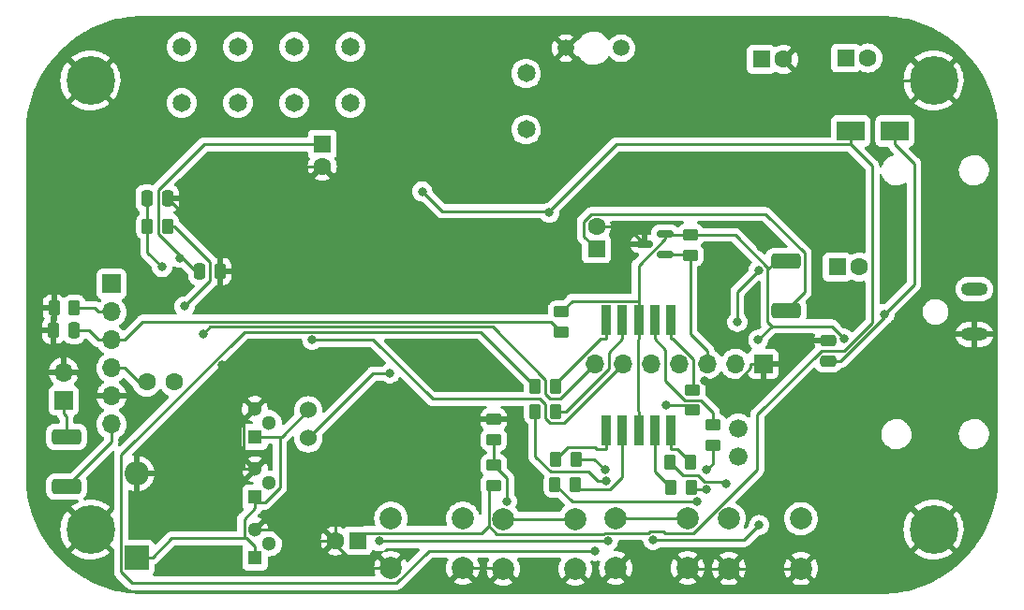
<source format=gtl>
G04 #@! TF.GenerationSoftware,KiCad,Pcbnew,(6.0.5)*
G04 #@! TF.CreationDate,2022-05-23T23:46:21+08:00*
G04 #@! TF.ProjectId,AT Sprint 3B.1,41542053-7072-4696-9e74-2033422e312e,rev?*
G04 #@! TF.SameCoordinates,Original*
G04 #@! TF.FileFunction,Copper,L1,Top*
G04 #@! TF.FilePolarity,Positive*
%FSLAX46Y46*%
G04 Gerber Fmt 4.6, Leading zero omitted, Abs format (unit mm)*
G04 Created by KiCad (PCBNEW (6.0.5)) date 2022-05-23 23:46:21*
%MOMM*%
%LPD*%
G01*
G04 APERTURE LIST*
G04 Aperture macros list*
%AMRoundRect*
0 Rectangle with rounded corners*
0 $1 Rounding radius*
0 $2 $3 $4 $5 $6 $7 $8 $9 X,Y pos of 4 corners*
0 Add a 4 corners polygon primitive as box body*
4,1,4,$2,$3,$4,$5,$6,$7,$8,$9,$2,$3,0*
0 Add four circle primitives for the rounded corners*
1,1,$1+$1,$2,$3*
1,1,$1+$1,$4,$5*
1,1,$1+$1,$6,$7*
1,1,$1+$1,$8,$9*
0 Add four rect primitives between the rounded corners*
20,1,$1+$1,$2,$3,$4,$5,0*
20,1,$1+$1,$4,$5,$6,$7,0*
20,1,$1+$1,$6,$7,$8,$9,0*
20,1,$1+$1,$8,$9,$2,$3,0*%
G04 Aperture macros list end*
G04 #@! TA.AperFunction,SMDPad,CuDef*
%ADD10RoundRect,0.250000X0.262500X0.450000X-0.262500X0.450000X-0.262500X-0.450000X0.262500X-0.450000X0*%
G04 #@! TD*
G04 #@! TA.AperFunction,ComponentPad*
%ADD11R,2.200000X2.200000*%
G04 #@! TD*
G04 #@! TA.AperFunction,ComponentPad*
%ADD12O,2.200000X2.200000*%
G04 #@! TD*
G04 #@! TA.AperFunction,SMDPad,CuDef*
%ADD13RoundRect,0.250000X0.450000X-0.262500X0.450000X0.262500X-0.450000X0.262500X-0.450000X-0.262500X0*%
G04 #@! TD*
G04 #@! TA.AperFunction,SMDPad,CuDef*
%ADD14RoundRect,0.250000X-0.450000X0.262500X-0.450000X-0.262500X0.450000X-0.262500X0.450000X0.262500X0*%
G04 #@! TD*
G04 #@! TA.AperFunction,ComponentPad*
%ADD15C,1.651000*%
G04 #@! TD*
G04 #@! TA.AperFunction,ComponentPad*
%ADD16C,1.524000*%
G04 #@! TD*
G04 #@! TA.AperFunction,SMDPad,CuDef*
%ADD17RoundRect,0.250000X-0.262500X-0.450000X0.262500X-0.450000X0.262500X0.450000X-0.262500X0.450000X0*%
G04 #@! TD*
G04 #@! TA.AperFunction,SMDPad,CuDef*
%ADD18RoundRect,0.250000X0.475000X-0.250000X0.475000X0.250000X-0.475000X0.250000X-0.475000X-0.250000X0*%
G04 #@! TD*
G04 #@! TA.AperFunction,SMDPad,CuDef*
%ADD19RoundRect,0.250000X1.075000X-0.425000X1.075000X0.425000X-1.075000X0.425000X-1.075000X-0.425000X0*%
G04 #@! TD*
G04 #@! TA.AperFunction,ComponentPad*
%ADD20C,2.000000*%
G04 #@! TD*
G04 #@! TA.AperFunction,SMDPad,CuDef*
%ADD21RoundRect,0.250000X-0.250000X-0.475000X0.250000X-0.475000X0.250000X0.475000X-0.250000X0.475000X0*%
G04 #@! TD*
G04 #@! TA.AperFunction,SMDPad,CuDef*
%ADD22RoundRect,0.150000X0.587500X0.150000X-0.587500X0.150000X-0.587500X-0.150000X0.587500X-0.150000X0*%
G04 #@! TD*
G04 #@! TA.AperFunction,SMDPad,CuDef*
%ADD23RoundRect,0.250000X0.250000X0.475000X-0.250000X0.475000X-0.250000X-0.475000X0.250000X-0.475000X0*%
G04 #@! TD*
G04 #@! TA.AperFunction,ComponentPad*
%ADD24C,1.676400*%
G04 #@! TD*
G04 #@! TA.AperFunction,SMDPad,CuDef*
%ADD25R,2.500000X1.800000*%
G04 #@! TD*
G04 #@! TA.AperFunction,ComponentPad*
%ADD26R,1.700000X1.700000*%
G04 #@! TD*
G04 #@! TA.AperFunction,ComponentPad*
%ADD27O,1.700000X1.700000*%
G04 #@! TD*
G04 #@! TA.AperFunction,SMDPad,CuDef*
%ADD28R,0.900000X2.800000*%
G04 #@! TD*
G04 #@! TA.AperFunction,ComponentPad*
%ADD29C,4.400000*%
G04 #@! TD*
G04 #@! TA.AperFunction,ComponentPad*
%ADD30R,1.600000X1.600000*%
G04 #@! TD*
G04 #@! TA.AperFunction,ComponentPad*
%ADD31C,1.600000*%
G04 #@! TD*
G04 #@! TA.AperFunction,ComponentPad*
%ADD32R,1.300000X1.300000*%
G04 #@! TD*
G04 #@! TA.AperFunction,ComponentPad*
%ADD33C,1.300000*%
G04 #@! TD*
G04 #@! TA.AperFunction,ComponentPad*
%ADD34O,2.400000X1.200000*%
G04 #@! TD*
G04 #@! TA.AperFunction,ComponentPad*
%ADD35C,1.500000*%
G04 #@! TD*
G04 #@! TA.AperFunction,ViaPad*
%ADD36C,0.800000*%
G04 #@! TD*
G04 #@! TA.AperFunction,Conductor*
%ADD37C,0.250000*%
G04 #@! TD*
G04 APERTURE END LIST*
D10*
X82042000Y-106426000D03*
X80217000Y-106426000D03*
D11*
X44196000Y-121920000D03*
D12*
X44196000Y-114300000D03*
D13*
X94234000Y-94535000D03*
X94234000Y-92710000D03*
D14*
X76454000Y-113538000D03*
X76454000Y-115363000D03*
D15*
X48260000Y-75692000D03*
X48260000Y-80772000D03*
D14*
X82550000Y-99671500D03*
X82550000Y-101496500D03*
X96266000Y-109935000D03*
X96266000Y-111760000D03*
D13*
X76454000Y-111252000D03*
X76454000Y-109427000D03*
D16*
X59690000Y-108585000D03*
X59690000Y-111125000D03*
D17*
X82042000Y-113030000D03*
X83867000Y-113030000D03*
D18*
X106680000Y-104140000D03*
X106680000Y-102240000D03*
D19*
X37846000Y-115498000D03*
X37846000Y-110998000D03*
D20*
X87480000Y-122864000D03*
X93980000Y-122864000D03*
X93980000Y-118364000D03*
X87480000Y-118364000D03*
D14*
X94361000Y-106760000D03*
X94361000Y-108585000D03*
D10*
X82042000Y-108712000D03*
X80217000Y-108712000D03*
D17*
X92456000Y-115570000D03*
X94281000Y-115570000D03*
D21*
X45085000Y-89408000D03*
X46985000Y-89408000D03*
D20*
X83820000Y-122936000D03*
X77320000Y-122936000D03*
X83820000Y-118436000D03*
X77320000Y-118436000D03*
D22*
X91948000Y-94488000D03*
X91948000Y-92588000D03*
X90073000Y-93538000D03*
D10*
X83820000Y-115316000D03*
X81995000Y-115316000D03*
D20*
X67160000Y-122864000D03*
X73660000Y-122864000D03*
X73660000Y-118364000D03*
X67160000Y-118364000D03*
D17*
X45165000Y-91948000D03*
X46990000Y-91948000D03*
D23*
X38542000Y-101346000D03*
X36642000Y-101346000D03*
D21*
X49850000Y-96012000D03*
X51750000Y-96012000D03*
D19*
X102870000Y-99568000D03*
X102870000Y-95068000D03*
D15*
X63500000Y-80772000D03*
X63500000Y-75692000D03*
D24*
X98552000Y-110236000D03*
X98552000Y-112776000D03*
D25*
X108712000Y-83312000D03*
X112712000Y-83312000D03*
D26*
X37592000Y-107696000D03*
D27*
X37592000Y-105156000D03*
D28*
X86655000Y-110410000D03*
X88095000Y-110410000D03*
X89535000Y-110410000D03*
X90975000Y-110410000D03*
X92415000Y-110410000D03*
X92415000Y-100410000D03*
X90975000Y-100410000D03*
X89535000Y-100410000D03*
X88095000Y-100410000D03*
X86655000Y-100410000D03*
D10*
X94234000Y-113284000D03*
X92409000Y-113284000D03*
D15*
X53340000Y-80772000D03*
X53340000Y-75692000D03*
D17*
X36717000Y-99314000D03*
X38542000Y-99314000D03*
D15*
X79375000Y-78105000D03*
X79375000Y-83185000D03*
D20*
X104215000Y-122900000D03*
X97715000Y-122900000D03*
X104215000Y-118400000D03*
X97715000Y-118400000D03*
D15*
X58420000Y-75692000D03*
X58420000Y-80772000D03*
D29*
X40005000Y-119380000D03*
X40005000Y-78740000D03*
X116205000Y-78740000D03*
X116205000Y-119380000D03*
D30*
X85725000Y-93980000D03*
D31*
X85725000Y-91980000D03*
D26*
X100843000Y-104394000D03*
D27*
X98303000Y-104394000D03*
X95763000Y-104394000D03*
X93223000Y-104394000D03*
X90683000Y-104394000D03*
X88143000Y-104394000D03*
X85603000Y-104394000D03*
D30*
X107502900Y-95631000D03*
D31*
X109502900Y-95631000D03*
D32*
X54885000Y-121920000D03*
D33*
X56155000Y-120650000D03*
X54885000Y-119380000D03*
D34*
X119888000Y-101727000D03*
X119888000Y-97627000D03*
D31*
X47585000Y-106045000D03*
X45085000Y-106045000D03*
D26*
X41910000Y-97155000D03*
D27*
X41910000Y-99695000D03*
X41910000Y-102235000D03*
X41910000Y-104775000D03*
X41910000Y-107315000D03*
X41910000Y-109855000D03*
D30*
X108264900Y-76708000D03*
D31*
X110264900Y-76708000D03*
D35*
X87971000Y-75819000D03*
X82971000Y-75819000D03*
D30*
X64135000Y-120396000D03*
D31*
X62135000Y-120396000D03*
D32*
X54864000Y-110998000D03*
D33*
X56134000Y-109728000D03*
X54864000Y-108458000D03*
D30*
X60960000Y-84515888D03*
D31*
X60960000Y-86515888D03*
D32*
X54885000Y-116459000D03*
D33*
X56155000Y-115189000D03*
X54885000Y-113919000D03*
D30*
X100644900Y-76835000D03*
D31*
X102644900Y-76835000D03*
D36*
X95528800Y-105876400D03*
X98298000Y-94361000D03*
X77343000Y-86360000D03*
X106934000Y-118364000D03*
X58674000Y-98044000D03*
X112522000Y-93980000D03*
X74930000Y-104648000D03*
X70358000Y-118364000D03*
X115824000Y-104140000D03*
X51942500Y-104483600D03*
X94488000Y-81915000D03*
X85725000Y-88773000D03*
X98425000Y-88138000D03*
X100584000Y-93853000D03*
X104267000Y-115443000D03*
X71501000Y-85725000D03*
X86741000Y-83693000D03*
X107569000Y-112903000D03*
X110109000Y-108585000D03*
X51689000Y-108331000D03*
X48066400Y-94785700D03*
X100357100Y-102211300D03*
X108098600Y-102106100D03*
X67063500Y-105251200D03*
X69998000Y-88788000D03*
X81478800Y-90712400D03*
X111761500Y-99868400D03*
X86764400Y-120430900D03*
X66090100Y-120430900D03*
X48514000Y-99187000D03*
X50165500Y-101647100D03*
X60041200Y-102204900D03*
X98467300Y-100586100D03*
X100410000Y-95914800D03*
X77657500Y-116834000D03*
X95703900Y-113988300D03*
X92051000Y-108157700D03*
X95643300Y-115766000D03*
X94788900Y-116880800D03*
X86503000Y-113987300D03*
X86654700Y-115018500D03*
X85612700Y-121317400D03*
X97432600Y-115199400D03*
X100435700Y-118967000D03*
X90852800Y-120316700D03*
X46482000Y-95631000D03*
D37*
X88515000Y-91980000D02*
X85725000Y-91980000D01*
X59407112Y-86515888D02*
X51750000Y-94173000D01*
X98552600Y-105876400D02*
X95528800Y-105876400D01*
X102018300Y-104394000D02*
X104172300Y-102240000D01*
X94016000Y-122900000D02*
X93980000Y-122864000D01*
X100843000Y-104394000D02*
X99667700Y-104394000D01*
X56515000Y-119354600D02*
X56489600Y-119380000D01*
X53878200Y-113919000D02*
X53878200Y-109443800D01*
X40734700Y-107315000D02*
X38767300Y-105347600D01*
X36717000Y-101271000D02*
X36717000Y-99314000D01*
X102644900Y-76835000D02*
X104549900Y-78740000D01*
X36642000Y-103030700D02*
X37592000Y-103980700D01*
X67160000Y-122864000D02*
X64240800Y-122864000D01*
X54885000Y-113919000D02*
X53878200Y-113919000D01*
X71373600Y-109427000D02*
X62135000Y-118665600D01*
X53878200Y-113919000D02*
X46002300Y-113919000D01*
X71373600Y-109427000D02*
X76454000Y-109427000D01*
X51942500Y-105536500D02*
X51942500Y-104483600D01*
X101143500Y-104394000D02*
X102018300Y-104394000D01*
X90073000Y-93538000D02*
X88515000Y-91980000D01*
X36642000Y-101346000D02*
X36642000Y-103030700D01*
X101143500Y-104394000D02*
X100843000Y-104394000D01*
X104215000Y-122900000D02*
X97715000Y-122900000D01*
X104172300Y-102240000D02*
X106680000Y-102240000D01*
X44196000Y-114300000D02*
X45621300Y-114300000D01*
X64240800Y-122864000D02*
X62135000Y-120758200D01*
X99667700Y-104394000D02*
X99667700Y-104761300D01*
X53878200Y-109443800D02*
X54864000Y-108458000D01*
X60960000Y-86515888D02*
X59407112Y-86515888D01*
X104549900Y-78740000D02*
X116205000Y-78740000D01*
X56489600Y-119380000D02*
X54885000Y-119380000D01*
X51750000Y-94173000D02*
X46985000Y-89408000D01*
X99667700Y-104761300D02*
X98552600Y-105876400D01*
X62135000Y-120758200D02*
X62135000Y-120396000D01*
X51750000Y-94173000D02*
X51750000Y-96012000D01*
X54864000Y-108458000D02*
X51942500Y-105536500D01*
X97715000Y-122900000D02*
X94016000Y-122900000D01*
X57556400Y-120396000D02*
X56515000Y-119354600D01*
X38767300Y-105347600D02*
X38767300Y-105156000D01*
X77248000Y-122864000D02*
X73660000Y-122864000D01*
X37592000Y-105156000D02*
X38767300Y-105156000D01*
X36642000Y-101346000D02*
X36717000Y-101271000D01*
X37592000Y-105156000D02*
X37592000Y-103980700D01*
X77320000Y-122936000D02*
X77248000Y-122864000D01*
X41910000Y-107315000D02*
X40734700Y-107315000D01*
X62135000Y-120396000D02*
X57556400Y-120396000D01*
X46002300Y-113919000D02*
X45621300Y-114300000D01*
X62135000Y-118665600D02*
X62135000Y-120396000D01*
X60960000Y-84515888D02*
X50290312Y-84515888D01*
X48177100Y-94675000D02*
X46143700Y-92641700D01*
X46143700Y-92641700D02*
X46143700Y-88662500D01*
X49514000Y-96012000D02*
X48177100Y-94675000D01*
X48066400Y-94785700D02*
X48177100Y-94675000D01*
X50290312Y-84515888D02*
X46143700Y-88662500D01*
X49850000Y-96012000D02*
X49514000Y-96012000D01*
X104540200Y-97897800D02*
X102870000Y-99568000D01*
X85725000Y-93980000D02*
X84590600Y-92845600D01*
X84590600Y-92845600D02*
X84590600Y-91506100D01*
X104540200Y-94347700D02*
X104540200Y-97897800D01*
X84590600Y-91506100D02*
X85253900Y-90842800D01*
X85253900Y-90842800D02*
X101035300Y-90842800D01*
X101035300Y-90842800D02*
X104540200Y-94347700D01*
X89474000Y-102196300D02*
X89474000Y-108623700D01*
X101301700Y-95755000D02*
X101988700Y-95068000D01*
X98256700Y-92710000D02*
X94234000Y-92710000D01*
X101184000Y-95872700D02*
X101301700Y-95755000D01*
X89535000Y-110410000D02*
X89535000Y-108684700D01*
X94234000Y-92710000D02*
X91948000Y-92710000D01*
X91948000Y-92710000D02*
X91948000Y-93075500D01*
X83536800Y-98684700D02*
X82550000Y-99671500D01*
X89535000Y-98684700D02*
X83536800Y-98684700D01*
X101301700Y-95755000D02*
X98256700Y-92710000D01*
X101565600Y-101002800D02*
X100357100Y-102211300D01*
X89535000Y-100410000D02*
X89535000Y-102135300D01*
X91948000Y-93075500D02*
X89535000Y-95488500D01*
X89535000Y-102135300D02*
X89474000Y-102196300D01*
X101184000Y-100621200D02*
X101184000Y-95872700D01*
X108098600Y-102106100D02*
X106995300Y-101002800D01*
X89535000Y-95488500D02*
X89535000Y-98684700D01*
X101565600Y-101002800D02*
X101184000Y-100621200D01*
X106995300Y-101002800D02*
X101565600Y-101002800D01*
X101988700Y-95068000D02*
X102870000Y-95068000D01*
X89535000Y-98684700D02*
X89535000Y-100410000D01*
X91948000Y-92588000D02*
X91948000Y-92710000D01*
X89474000Y-108623700D02*
X89535000Y-108684700D01*
X65563800Y-105251200D02*
X67063500Y-105251200D01*
X59690000Y-111125000D02*
X65563800Y-105251200D01*
X108099900Y-103190000D02*
X106046700Y-103190000D01*
X110660900Y-100629000D02*
X108099900Y-103190000D01*
X94501300Y-119719500D02*
X91929000Y-119719500D01*
X76702500Y-119762500D02*
X75988500Y-119048500D01*
X108712000Y-84537300D02*
X110660900Y-86486200D01*
X87521900Y-84537300D02*
X108712000Y-84537300D01*
X81478800Y-90580400D02*
X71790400Y-90580400D01*
X91929000Y-119719500D02*
X91779200Y-119569700D01*
X100280900Y-108955800D02*
X100280900Y-113939900D01*
X81478800Y-90712400D02*
X81478800Y-90580400D01*
X91779200Y-119569700D02*
X90574100Y-119569700D01*
X76454000Y-115363000D02*
X75988500Y-115828500D01*
X100280900Y-113939900D02*
X94501300Y-119719500D01*
X106046700Y-103190000D02*
X100280900Y-108955800D01*
X108712000Y-83312000D02*
X108712000Y-84537300D01*
X110660900Y-86486200D02*
X110660900Y-100629000D01*
X71790400Y-90580400D02*
X69998000Y-88788000D01*
X90574100Y-119569700D02*
X90438200Y-119705600D01*
X86407100Y-119762500D02*
X76702500Y-119762500D01*
X81478800Y-90580400D02*
X87521900Y-84537300D01*
X90438200Y-119705600D02*
X86464000Y-119705600D01*
X86464000Y-119705600D02*
X86407100Y-119762500D01*
X64841600Y-119689400D02*
X64135000Y-120396000D01*
X75988500Y-119048500D02*
X75347600Y-119689400D01*
X75988500Y-115828500D02*
X75988500Y-119048500D01*
X75347600Y-119689400D02*
X64841600Y-119689400D01*
X44196000Y-121920000D02*
X45621300Y-121920000D01*
X57130500Y-110998000D02*
X54864000Y-110998000D01*
X54885000Y-117434300D02*
X53909700Y-118409600D01*
X54885000Y-116946600D02*
X54885000Y-117434300D01*
X54885000Y-116459000D02*
X54885000Y-116946600D01*
X55779400Y-116946600D02*
X57130500Y-115595500D01*
X53909700Y-120184100D02*
X47357200Y-120184100D01*
X57130500Y-115595500D02*
X57130500Y-110998000D01*
X54885000Y-121920000D02*
X54885000Y-120944700D01*
X57277000Y-110998000D02*
X57130500Y-110998000D01*
X53909700Y-118409600D02*
X53909700Y-120184100D01*
X54885000Y-120944700D02*
X54124400Y-120184100D01*
X47357200Y-120184100D02*
X45621300Y-121920000D01*
X54885000Y-116946600D02*
X55779400Y-116946600D01*
X54124400Y-120184100D02*
X53909700Y-120184100D01*
X59690000Y-108585000D02*
X57277000Y-110998000D01*
X93980000Y-118364000D02*
X87480000Y-118364000D01*
X77320000Y-118436000D02*
X83820000Y-118436000D01*
X114427000Y-86252300D02*
X114427000Y-97202900D01*
X111761500Y-99868400D02*
X111761500Y-100188900D01*
X112712000Y-83312000D02*
X112712000Y-84537300D01*
X112712000Y-84537300D02*
X114427000Y-86252300D01*
X111761500Y-100188900D02*
X107810400Y-104140000D01*
X114427000Y-97202900D02*
X111761500Y-99868400D01*
X107810400Y-104140000D02*
X106680000Y-104140000D01*
X41910000Y-102235000D02*
X43085300Y-102235000D01*
X86764400Y-120430900D02*
X66090100Y-120430900D01*
X81632500Y-100579000D02*
X44741300Y-100579000D01*
X39845700Y-101346000D02*
X40734700Y-102235000D01*
X82550000Y-101496500D02*
X81632500Y-100579000D01*
X44741300Y-100579000D02*
X43085300Y-102235000D01*
X38542000Y-101346000D02*
X39845700Y-101346000D01*
X41910000Y-102235000D02*
X40734700Y-102235000D01*
X76354000Y-101029300D02*
X50783300Y-101029300D01*
X82501600Y-107495400D02*
X81558200Y-107495400D01*
X46990000Y-91948000D02*
X47574453Y-91948000D01*
X81129500Y-107066700D02*
X81129500Y-105804800D01*
X81558200Y-107495400D02*
X81129500Y-107066700D01*
X50783300Y-101029300D02*
X50165500Y-101647100D01*
X47574453Y-91948000D02*
X50800000Y-95173547D01*
X50800000Y-95173547D02*
X50800000Y-96901000D01*
X50800000Y-96901000D02*
X48514000Y-99187000D01*
X81129500Y-105804800D02*
X76354000Y-101029300D01*
X85603000Y-104394000D02*
X82501600Y-107495400D01*
X45085000Y-106045000D02*
X44355300Y-106045000D01*
X41910000Y-104775000D02*
X43085300Y-104775000D01*
X44355300Y-106045000D02*
X43085300Y-104775000D01*
X40353700Y-99314000D02*
X40734700Y-99695000D01*
X41910000Y-99695000D02*
X40734700Y-99695000D01*
X38542000Y-99314000D02*
X40353700Y-99314000D01*
X37846000Y-115498000D02*
X41910000Y-111434000D01*
X41910000Y-111434000D02*
X41910000Y-109855000D01*
X94187000Y-94488000D02*
X94234000Y-94535000D01*
X91948000Y-94488000D02*
X94187000Y-94488000D01*
X95763000Y-104394000D02*
X95763000Y-103218700D01*
X94234000Y-101689700D02*
X94234000Y-94535000D01*
X95763000Y-103218700D02*
X94234000Y-101689700D01*
X88143000Y-104394000D02*
X82769000Y-109768000D01*
X80616700Y-107569000D02*
X70933300Y-107569000D01*
X81548800Y-109768000D02*
X81111500Y-109330700D01*
X81111500Y-108063800D02*
X80616700Y-107569000D01*
X81111500Y-109330700D02*
X81111500Y-108063800D01*
X65569200Y-102204900D02*
X60041200Y-102204900D01*
X70933300Y-107569000D02*
X65569200Y-102204900D01*
X82769000Y-109768000D02*
X81548800Y-109768000D01*
X37846000Y-109125300D02*
X37846000Y-110998000D01*
X37592000Y-107696000D02*
X37592000Y-108871300D01*
X37592000Y-108871300D02*
X37846000Y-109125300D01*
X98467300Y-100586100D02*
X98467300Y-97857500D01*
X98467300Y-97857500D02*
X100410000Y-95914800D01*
X76454000Y-111252000D02*
X76454000Y-113538000D01*
X77657400Y-116834000D02*
X77657500Y-116834000D01*
X76454000Y-113538000D02*
X77657400Y-114741400D01*
X77657400Y-114741400D02*
X77657400Y-116834000D01*
X96266000Y-108801800D02*
X95172380Y-107708180D01*
X93738180Y-107708180D02*
X91953000Y-105923000D01*
X91953000Y-105923000D02*
X91953000Y-103113300D01*
X96266000Y-109935000D02*
X96266000Y-108801800D01*
X95172380Y-107708180D02*
X93738180Y-107708180D01*
X91953000Y-103113300D02*
X90975000Y-102135300D01*
X90975000Y-102135300D02*
X90975000Y-100410000D01*
X96266000Y-113426200D02*
X95703900Y-113988300D01*
X96266000Y-111760000D02*
X96266000Y-113426200D01*
X94488000Y-106633000D02*
X94361000Y-106760000D01*
X92415000Y-100410000D02*
X92415000Y-102135300D01*
X92633000Y-102135300D02*
X94488000Y-103990300D01*
X92415000Y-102135300D02*
X92633000Y-102135300D01*
X94488000Y-103990300D02*
X94488000Y-106633000D01*
X92051000Y-108157700D02*
X94060700Y-108157700D01*
X92051000Y-108157700D02*
X93933700Y-108157700D01*
X94060700Y-108157700D02*
X94488000Y-108585000D01*
X93933700Y-108157700D02*
X94361000Y-108585000D01*
X90975000Y-110410000D02*
X90975000Y-114089000D01*
X90975000Y-114089000D02*
X92456000Y-115570000D01*
X94477000Y-115766000D02*
X95643300Y-115766000D01*
X94281000Y-115570000D02*
X94477000Y-115766000D01*
X88095000Y-114628600D02*
X88095000Y-112135300D01*
X84270800Y-115766800D02*
X86956800Y-115766800D01*
X86956800Y-115766800D02*
X88095000Y-114628600D01*
X88095000Y-110410000D02*
X88095000Y-112135300D01*
X83820000Y-115316000D02*
X84270800Y-115766800D01*
X81995000Y-115316000D02*
X83559800Y-116880800D01*
X83559800Y-116880800D02*
X94788900Y-116880800D01*
X86655000Y-112135300D02*
X85740300Y-112135300D01*
X85740300Y-112135300D02*
X85565000Y-111960000D01*
X83112000Y-111960000D02*
X82042000Y-113030000D01*
X86655000Y-110410000D02*
X86655000Y-112135300D01*
X85565000Y-111960000D02*
X83112000Y-111960000D01*
X85545700Y-113030000D02*
X83867000Y-113030000D01*
X86503000Y-113987300D02*
X85545700Y-113030000D01*
X86873000Y-104789700D02*
X82950700Y-108712000D01*
X86873000Y-103357300D02*
X86873000Y-104789700D01*
X88095000Y-102135300D02*
X86873000Y-103357300D01*
X88095000Y-100410000D02*
X88095000Y-102135300D01*
X82950700Y-108712000D02*
X82042000Y-108712000D01*
X85015400Y-114149500D02*
X81613600Y-114149500D01*
X80217000Y-112752900D02*
X80217000Y-108712000D01*
X86654700Y-115018500D02*
X85884400Y-115018500D01*
X85884400Y-115018500D02*
X85015400Y-114149500D01*
X81613600Y-114149500D02*
X80217000Y-112752900D01*
X82042000Y-106199500D02*
X86106200Y-102135300D01*
X86655000Y-100410000D02*
X86655000Y-102135300D01*
X86106200Y-102135300D02*
X86655000Y-102135300D01*
X82042000Y-106426000D02*
X82042000Y-106199500D01*
X80217000Y-106426000D02*
X75270600Y-101479600D01*
X42766000Y-123208100D02*
X43772800Y-124214900D01*
X43772800Y-124214900D02*
X67683600Y-124214900D01*
X53919100Y-101479600D02*
X42766000Y-112632700D01*
X75270600Y-101479600D02*
X53919100Y-101479600D01*
X67683600Y-124214900D02*
X70581100Y-121317400D01*
X70581100Y-121317400D02*
X85612700Y-121317400D01*
X42766000Y-112632700D02*
X42766000Y-123208100D01*
X92415000Y-110410000D02*
X92415000Y-112135300D01*
X93085300Y-112135300D02*
X92415000Y-112135300D01*
X94234000Y-113284000D02*
X93085300Y-112135300D01*
X94885400Y-114450500D02*
X93575500Y-114450500D01*
X93575500Y-114450500D02*
X92409000Y-113284000D01*
X97269100Y-115035900D02*
X95470800Y-115035900D01*
X95470800Y-115035900D02*
X94885400Y-114450500D01*
X99086000Y-120316700D02*
X100435700Y-118967000D01*
X97432600Y-115199400D02*
X97269100Y-115035900D01*
X90852800Y-120316700D02*
X99086000Y-120316700D01*
X45165000Y-91948000D02*
X45165000Y-94314000D01*
X45085000Y-91948000D02*
X45085000Y-89408000D01*
X45165000Y-94314000D02*
X46482000Y-95631000D01*
X45085000Y-91948000D02*
X45165000Y-91948000D01*
G04 #@! TA.AperFunction,Conductor*
G36*
X111349018Y-72900000D02*
G01*
X111363851Y-72902310D01*
X111363855Y-72902310D01*
X111372724Y-72903691D01*
X111396375Y-72900598D01*
X111416376Y-72899587D01*
X111995601Y-72916442D01*
X112002901Y-72916867D01*
X112374511Y-72949378D01*
X112613773Y-72970311D01*
X112621052Y-72971162D01*
X112808959Y-72998686D01*
X113227779Y-73060034D01*
X113234971Y-73061302D01*
X113610204Y-73138782D01*
X113835500Y-73185302D01*
X113842631Y-73186992D01*
X114434928Y-73345697D01*
X114441950Y-73347799D01*
X115024025Y-73540678D01*
X115030912Y-73543185D01*
X115600773Y-73769576D01*
X115607503Y-73772479D01*
X116163249Y-74031628D01*
X116169799Y-74034918D01*
X116709517Y-74325931D01*
X116715864Y-74329595D01*
X117237769Y-74651511D01*
X117243893Y-74655539D01*
X117399291Y-74764350D01*
X117746198Y-75007256D01*
X117752059Y-75011620D01*
X117820225Y-75065519D01*
X118233064Y-75391950D01*
X118238678Y-75396661D01*
X118696749Y-75804309D01*
X118702080Y-75809339D01*
X119135661Y-76242920D01*
X119140691Y-76248251D01*
X119548339Y-76706322D01*
X119553050Y-76711936D01*
X119713571Y-76914947D01*
X119920833Y-77177072D01*
X119933373Y-77192932D01*
X119937744Y-77198802D01*
X120134530Y-77479843D01*
X120289461Y-77701107D01*
X120293489Y-77707231D01*
X120615405Y-78229136D01*
X120619069Y-78235483D01*
X120910082Y-78775201D01*
X120913372Y-78781751D01*
X121172521Y-79337497D01*
X121175423Y-79344224D01*
X121207017Y-79423752D01*
X121401815Y-79914088D01*
X121404322Y-79920975D01*
X121597201Y-80503050D01*
X121599303Y-80510072D01*
X121758008Y-81102369D01*
X121759698Y-81109500D01*
X121770490Y-81161765D01*
X121883698Y-81710029D01*
X121884966Y-81717221D01*
X121932738Y-82043358D01*
X121973838Y-82323948D01*
X121974689Y-82331227D01*
X122009780Y-82732312D01*
X122028133Y-82942091D01*
X122028558Y-82949399D01*
X122040501Y-83359807D01*
X122045192Y-83521031D01*
X122043744Y-83544085D01*
X122042690Y-83550850D01*
X122042690Y-83550856D01*
X122041309Y-83559724D01*
X122042473Y-83568626D01*
X122042473Y-83568628D01*
X122045436Y-83591283D01*
X122046500Y-83607621D01*
X122046500Y-114504633D01*
X122045000Y-114524018D01*
X122042690Y-114538851D01*
X122042690Y-114538855D01*
X122041309Y-114547724D01*
X122043902Y-114567548D01*
X122044402Y-114571374D01*
X122045413Y-114591376D01*
X122028910Y-115158544D01*
X122028559Y-115170592D01*
X122028133Y-115177901D01*
X122004875Y-115443751D01*
X121974689Y-115788773D01*
X121973838Y-115796052D01*
X121968553Y-115832134D01*
X121890456Y-116365305D01*
X121884968Y-116402769D01*
X121883698Y-116409971D01*
X121812422Y-116755158D01*
X121759698Y-117010500D01*
X121758008Y-117017631D01*
X121636575Y-117470825D01*
X121599827Y-117607974D01*
X121599303Y-117609928D01*
X121597202Y-117616945D01*
X121563467Y-117718752D01*
X121404322Y-118199025D01*
X121401815Y-118205912D01*
X121175424Y-118775773D01*
X121172521Y-118782503D01*
X120913372Y-119338249D01*
X120910082Y-119344799D01*
X120619069Y-119884517D01*
X120615405Y-119890864D01*
X120293489Y-120412769D01*
X120289461Y-120418893D01*
X120243106Y-120485095D01*
X119939356Y-120918896D01*
X119937750Y-120921189D01*
X119933380Y-120927059D01*
X119876141Y-120999449D01*
X119553050Y-121408064D01*
X119548339Y-121413678D01*
X119140691Y-121871749D01*
X119135661Y-121877080D01*
X118702080Y-122310661D01*
X118696749Y-122315691D01*
X118238678Y-122723339D01*
X118233064Y-122728050D01*
X117963834Y-122940930D01*
X117752059Y-123108380D01*
X117746198Y-123112744D01*
X117521778Y-123269884D01*
X117243893Y-123464461D01*
X117237769Y-123468489D01*
X116715864Y-123790405D01*
X116709517Y-123794069D01*
X116169799Y-124085082D01*
X116163249Y-124088372D01*
X115607503Y-124347521D01*
X115600776Y-124350423D01*
X115580626Y-124358428D01*
X115030912Y-124576815D01*
X115024025Y-124579322D01*
X114601167Y-124719442D01*
X114479818Y-124759653D01*
X114441950Y-124772201D01*
X114434932Y-124774302D01*
X114374080Y-124790607D01*
X113842631Y-124933008D01*
X113835500Y-124934698D01*
X113610204Y-124981218D01*
X113234971Y-125058698D01*
X113227779Y-125059966D01*
X112808959Y-125121314D01*
X112621052Y-125148838D01*
X112613773Y-125149689D01*
X112374511Y-125170622D01*
X112002901Y-125203133D01*
X111995601Y-125203558D01*
X111423966Y-125220192D01*
X111400915Y-125218744D01*
X111394150Y-125217690D01*
X111394144Y-125217690D01*
X111385276Y-125216309D01*
X111376374Y-125217473D01*
X111376372Y-125217473D01*
X111361623Y-125219402D01*
X111353714Y-125220436D01*
X111337379Y-125221500D01*
X44880367Y-125221500D01*
X44860982Y-125220000D01*
X44846149Y-125217690D01*
X44846145Y-125217690D01*
X44837276Y-125216309D01*
X44813625Y-125219402D01*
X44793624Y-125220413D01*
X44214399Y-125203558D01*
X44207099Y-125203133D01*
X43835489Y-125170622D01*
X43596227Y-125149689D01*
X43588948Y-125148838D01*
X43401041Y-125121314D01*
X42982221Y-125059966D01*
X42975029Y-125058698D01*
X42599796Y-124981218D01*
X42374500Y-124934698D01*
X42367369Y-124933008D01*
X41835920Y-124790607D01*
X41775068Y-124774302D01*
X41768050Y-124772201D01*
X41730183Y-124759653D01*
X41608833Y-124719442D01*
X41185975Y-124579322D01*
X41179088Y-124576815D01*
X40629374Y-124358428D01*
X40609224Y-124350423D01*
X40602497Y-124347521D01*
X40046751Y-124088372D01*
X40040201Y-124085082D01*
X39500483Y-123794069D01*
X39494136Y-123790405D01*
X38972231Y-123468489D01*
X38966107Y-123464461D01*
X38688222Y-123269884D01*
X38463802Y-123112744D01*
X38457941Y-123108380D01*
X38246166Y-122940930D01*
X37976936Y-122728050D01*
X37971322Y-122723339D01*
X37513251Y-122315691D01*
X37507920Y-122310661D01*
X37074339Y-121877080D01*
X37069309Y-121871749D01*
X36708600Y-121466423D01*
X38283703Y-121466423D01*
X38291227Y-121476854D01*
X38430483Y-121589020D01*
X38436657Y-121593408D01*
X38707271Y-121762178D01*
X38713931Y-121765794D01*
X39002852Y-121900827D01*
X39009905Y-121903620D01*
X39312970Y-122002970D01*
X39320282Y-122004888D01*
X39633092Y-122067109D01*
X39640590Y-122068137D01*
X39958610Y-122092328D01*
X39966173Y-122092446D01*
X40284785Y-122078257D01*
X40292326Y-122077465D01*
X40606924Y-122025101D01*
X40614302Y-122023411D01*
X40920355Y-121933625D01*
X40927450Y-121931071D01*
X41220496Y-121805169D01*
X41227263Y-121801765D01*
X41503042Y-121641580D01*
X41509349Y-121637390D01*
X41719305Y-121478889D01*
X41727761Y-121467496D01*
X41721045Y-121455256D01*
X40017810Y-119752020D01*
X40003869Y-119744408D01*
X40002034Y-119744539D01*
X39995420Y-119748790D01*
X38290818Y-121453393D01*
X38283703Y-121466423D01*
X36708600Y-121466423D01*
X36661661Y-121413678D01*
X36656950Y-121408064D01*
X36333859Y-120999449D01*
X36276620Y-120927059D01*
X36272250Y-120921189D01*
X36270645Y-120918896D01*
X35966894Y-120485095D01*
X35920539Y-120418893D01*
X35916511Y-120412769D01*
X35594595Y-119890864D01*
X35590931Y-119884517D01*
X35305625Y-119355383D01*
X37292388Y-119355383D01*
X37308245Y-119673914D01*
X37309076Y-119681443D01*
X37363085Y-119995759D01*
X37364818Y-120003146D01*
X37456196Y-120308695D01*
X37458799Y-120315808D01*
X37586227Y-120608173D01*
X37589669Y-120614929D01*
X37751296Y-120889865D01*
X37755519Y-120896150D01*
X37906463Y-121093934D01*
X37917989Y-121102396D01*
X37930054Y-121095735D01*
X39632980Y-119392810D01*
X39640592Y-119378869D01*
X39640461Y-119377034D01*
X39636210Y-119370420D01*
X37931445Y-117665656D01*
X37918510Y-117658592D01*
X37907949Y-117666252D01*
X37787766Y-117817072D01*
X37783410Y-117823270D01*
X37616059Y-118094764D01*
X37612479Y-118101440D01*
X37478956Y-118391074D01*
X37476206Y-118398125D01*
X37378444Y-118701708D01*
X37376561Y-118709041D01*
X37315979Y-119022170D01*
X37314992Y-119029670D01*
X37292467Y-119347802D01*
X37292388Y-119355383D01*
X35305625Y-119355383D01*
X35299918Y-119344799D01*
X35296628Y-119338249D01*
X35037479Y-118782503D01*
X35034576Y-118775773D01*
X34808185Y-118205912D01*
X34805678Y-118199025D01*
X34646533Y-117718752D01*
X34612798Y-117616945D01*
X34610697Y-117609928D01*
X34610174Y-117607974D01*
X34573425Y-117470825D01*
X34451992Y-117017631D01*
X34450302Y-117010500D01*
X34397578Y-116755158D01*
X34326302Y-116409971D01*
X34325032Y-116402769D01*
X34319545Y-116365305D01*
X34262139Y-115973400D01*
X36012500Y-115973400D01*
X36012837Y-115976646D01*
X36012837Y-115976650D01*
X36022336Y-116068194D01*
X36023474Y-116079166D01*
X36025655Y-116085702D01*
X36025655Y-116085704D01*
X36043873Y-116140309D01*
X36079450Y-116246946D01*
X36172522Y-116397348D01*
X36297697Y-116522305D01*
X36303927Y-116526145D01*
X36303928Y-116526146D01*
X36415007Y-116594616D01*
X36448262Y-116615115D01*
X36528005Y-116641564D01*
X36609611Y-116668632D01*
X36609613Y-116668632D01*
X36616139Y-116670797D01*
X36622975Y-116671497D01*
X36622978Y-116671498D01*
X36666031Y-116675909D01*
X36720600Y-116681500D01*
X38814909Y-116681500D01*
X38883030Y-116701502D01*
X38929523Y-116755158D01*
X38939627Y-116825432D01*
X38910133Y-116890012D01*
X38865856Y-116922740D01*
X38764182Y-116967690D01*
X38757445Y-116971167D01*
X38483355Y-117134233D01*
X38477091Y-117138490D01*
X38291385Y-117281762D01*
X38282917Y-117293423D01*
X38289520Y-117305309D01*
X39992190Y-119007980D01*
X40006131Y-119015592D01*
X40007966Y-119015461D01*
X40014580Y-119011210D01*
X41719559Y-117306230D01*
X41726571Y-117293389D01*
X41718777Y-117282701D01*
X41556298Y-117154613D01*
X41550075Y-117150288D01*
X41277702Y-116984357D01*
X41271025Y-116980822D01*
X40980686Y-116848813D01*
X40973616Y-116846099D01*
X40669537Y-116749932D01*
X40662186Y-116748085D01*
X40348746Y-116689142D01*
X40341237Y-116688194D01*
X40022989Y-116667335D01*
X40015424Y-116667295D01*
X39696964Y-116684821D01*
X39689450Y-116685690D01*
X39526461Y-116714576D01*
X39455895Y-116706768D01*
X39400752Y-116662049D01*
X39378540Y-116594616D01*
X39396311Y-116525880D01*
X39415300Y-116501491D01*
X39471827Y-116444866D01*
X39520305Y-116396303D01*
X39577853Y-116302944D01*
X39609275Y-116251968D01*
X39609276Y-116251966D01*
X39613115Y-116245738D01*
X39662722Y-116096176D01*
X39666632Y-116084389D01*
X39666632Y-116084387D01*
X39668797Y-116077861D01*
X39669562Y-116070400D01*
X39678031Y-115987735D01*
X39679500Y-115973400D01*
X39679500Y-115022600D01*
X39677562Y-115003921D01*
X39669238Y-114923692D01*
X39669237Y-114923688D01*
X39668526Y-114916834D01*
X39653236Y-114871004D01*
X39614866Y-114755995D01*
X39614865Y-114755993D01*
X39612550Y-114749054D01*
X39610387Y-114745558D01*
X39599800Y-114676689D01*
X39628664Y-114611825D01*
X39635591Y-114604313D01*
X41960642Y-112279263D01*
X42022954Y-112245237D01*
X42093770Y-112250302D01*
X42150605Y-112292849D01*
X42175416Y-112359369D01*
X42171778Y-112399691D01*
X42167267Y-112417263D01*
X42160863Y-112435966D01*
X42152819Y-112454555D01*
X42151580Y-112462378D01*
X42151577Y-112462388D01*
X42145901Y-112498224D01*
X42143495Y-112509844D01*
X42139500Y-112525406D01*
X42132500Y-112552670D01*
X42132500Y-112572924D01*
X42130949Y-112592634D01*
X42127780Y-112612643D01*
X42128526Y-112620535D01*
X42131941Y-112656661D01*
X42132500Y-112668519D01*
X42132500Y-117561173D01*
X42112498Y-117629294D01*
X42089967Y-117650478D01*
X42091850Y-117652361D01*
X40377020Y-119367190D01*
X40369408Y-119381131D01*
X40369539Y-119382966D01*
X40373790Y-119389580D01*
X42091097Y-121106886D01*
X42088510Y-121109473D01*
X42117087Y-121138050D01*
X42132500Y-121198437D01*
X42132500Y-123129333D01*
X42131973Y-123140516D01*
X42130298Y-123148009D01*
X42130547Y-123155935D01*
X42130547Y-123155936D01*
X42132438Y-123216086D01*
X42132500Y-123220045D01*
X42132500Y-123247956D01*
X42132997Y-123251890D01*
X42132997Y-123251891D01*
X42133005Y-123251956D01*
X42133938Y-123263793D01*
X42135327Y-123307989D01*
X42140742Y-123326627D01*
X42140978Y-123327439D01*
X42144987Y-123346800D01*
X42147526Y-123366897D01*
X42150445Y-123374268D01*
X42150445Y-123374270D01*
X42163804Y-123408012D01*
X42167649Y-123419242D01*
X42179982Y-123461693D01*
X42184015Y-123468512D01*
X42184017Y-123468517D01*
X42190293Y-123479128D01*
X42198988Y-123496876D01*
X42206448Y-123515717D01*
X42211110Y-123522133D01*
X42211110Y-123522134D01*
X42232436Y-123551487D01*
X42238952Y-123561407D01*
X42256429Y-123590958D01*
X42261458Y-123599462D01*
X42275779Y-123613783D01*
X42288619Y-123628816D01*
X42300528Y-123645207D01*
X42306634Y-123650258D01*
X42334605Y-123673398D01*
X42343384Y-123681388D01*
X43269143Y-124607147D01*
X43276687Y-124615437D01*
X43280800Y-124621918D01*
X43286577Y-124627343D01*
X43330467Y-124668558D01*
X43333309Y-124671313D01*
X43353030Y-124691034D01*
X43356225Y-124693512D01*
X43365247Y-124701218D01*
X43397479Y-124731486D01*
X43404428Y-124735306D01*
X43415232Y-124741246D01*
X43431756Y-124752099D01*
X43447759Y-124764513D01*
X43488343Y-124782076D01*
X43498973Y-124787283D01*
X43537740Y-124808595D01*
X43545417Y-124810566D01*
X43545422Y-124810568D01*
X43557358Y-124813632D01*
X43576066Y-124820037D01*
X43594655Y-124828081D01*
X43602483Y-124829321D01*
X43602490Y-124829323D01*
X43638324Y-124834999D01*
X43649944Y-124837405D01*
X43681759Y-124845573D01*
X43692770Y-124848400D01*
X43713024Y-124848400D01*
X43732734Y-124849951D01*
X43752743Y-124853120D01*
X43760635Y-124852374D01*
X43779380Y-124850602D01*
X43796762Y-124848959D01*
X43808619Y-124848400D01*
X67604833Y-124848400D01*
X67616016Y-124848927D01*
X67623509Y-124850602D01*
X67631435Y-124850353D01*
X67631436Y-124850353D01*
X67691586Y-124848462D01*
X67695545Y-124848400D01*
X67723456Y-124848400D01*
X67727391Y-124847903D01*
X67727456Y-124847895D01*
X67739293Y-124846962D01*
X67771551Y-124845948D01*
X67775570Y-124845822D01*
X67783489Y-124845573D01*
X67802943Y-124839921D01*
X67822300Y-124835913D01*
X67834530Y-124834368D01*
X67834531Y-124834368D01*
X67842397Y-124833374D01*
X67849768Y-124830455D01*
X67849770Y-124830455D01*
X67883512Y-124817096D01*
X67894742Y-124813251D01*
X67929583Y-124803129D01*
X67929584Y-124803129D01*
X67937193Y-124800918D01*
X67944012Y-124796885D01*
X67944017Y-124796883D01*
X67954628Y-124790607D01*
X67972376Y-124781912D01*
X67991217Y-124774452D01*
X68011587Y-124759653D01*
X68026987Y-124748464D01*
X68036907Y-124741948D01*
X68068135Y-124723480D01*
X68068138Y-124723478D01*
X68074962Y-124719442D01*
X68089283Y-124705121D01*
X68104317Y-124692280D01*
X68106032Y-124691034D01*
X68120707Y-124680372D01*
X68148898Y-124646295D01*
X68156888Y-124637516D01*
X68697734Y-124096670D01*
X72792160Y-124096670D01*
X72797887Y-124104320D01*
X72969042Y-124209205D01*
X72977837Y-124213687D01*
X73187988Y-124300734D01*
X73197373Y-124303783D01*
X73418554Y-124356885D01*
X73428301Y-124358428D01*
X73655070Y-124376275D01*
X73664930Y-124376275D01*
X73891699Y-124358428D01*
X73901446Y-124356885D01*
X74122627Y-124303783D01*
X74132012Y-124300734D01*
X74342163Y-124213687D01*
X74350958Y-124209205D01*
X74417105Y-124168670D01*
X76452160Y-124168670D01*
X76457887Y-124176320D01*
X76629042Y-124281205D01*
X76637837Y-124285687D01*
X76847988Y-124372734D01*
X76857373Y-124375783D01*
X77078554Y-124428885D01*
X77088301Y-124430428D01*
X77315070Y-124448275D01*
X77324930Y-124448275D01*
X77551699Y-124430428D01*
X77561446Y-124428885D01*
X77782627Y-124375783D01*
X77792012Y-124372734D01*
X78002163Y-124285687D01*
X78010958Y-124281205D01*
X78178445Y-124178568D01*
X78187400Y-124168670D01*
X82952160Y-124168670D01*
X82957887Y-124176320D01*
X83129042Y-124281205D01*
X83137837Y-124285687D01*
X83347988Y-124372734D01*
X83357373Y-124375783D01*
X83578554Y-124428885D01*
X83588301Y-124430428D01*
X83815070Y-124448275D01*
X83824930Y-124448275D01*
X84051699Y-124430428D01*
X84061446Y-124428885D01*
X84282627Y-124375783D01*
X84292012Y-124372734D01*
X84502163Y-124285687D01*
X84510958Y-124281205D01*
X84678445Y-124178568D01*
X84687907Y-124168110D01*
X84684124Y-124159334D01*
X84621460Y-124096670D01*
X86612160Y-124096670D01*
X86617887Y-124104320D01*
X86789042Y-124209205D01*
X86797837Y-124213687D01*
X87007988Y-124300734D01*
X87017373Y-124303783D01*
X87238554Y-124356885D01*
X87248301Y-124358428D01*
X87475070Y-124376275D01*
X87484930Y-124376275D01*
X87711699Y-124358428D01*
X87721446Y-124356885D01*
X87942627Y-124303783D01*
X87952012Y-124300734D01*
X88162163Y-124213687D01*
X88170958Y-124209205D01*
X88338445Y-124106568D01*
X88347400Y-124096670D01*
X93112160Y-124096670D01*
X93117887Y-124104320D01*
X93289042Y-124209205D01*
X93297837Y-124213687D01*
X93507988Y-124300734D01*
X93517373Y-124303783D01*
X93738554Y-124356885D01*
X93748301Y-124358428D01*
X93975070Y-124376275D01*
X93984930Y-124376275D01*
X94211699Y-124358428D01*
X94221446Y-124356885D01*
X94442627Y-124303783D01*
X94452012Y-124300734D01*
X94662163Y-124213687D01*
X94670958Y-124209205D01*
X94795851Y-124132670D01*
X96847160Y-124132670D01*
X96852887Y-124140320D01*
X97024042Y-124245205D01*
X97032837Y-124249687D01*
X97242988Y-124336734D01*
X97252373Y-124339783D01*
X97473554Y-124392885D01*
X97483301Y-124394428D01*
X97710070Y-124412275D01*
X97719930Y-124412275D01*
X97946699Y-124394428D01*
X97956446Y-124392885D01*
X98177627Y-124339783D01*
X98187012Y-124336734D01*
X98397163Y-124249687D01*
X98405958Y-124245205D01*
X98573445Y-124142568D01*
X98582400Y-124132670D01*
X103347160Y-124132670D01*
X103352887Y-124140320D01*
X103524042Y-124245205D01*
X103532837Y-124249687D01*
X103742988Y-124336734D01*
X103752373Y-124339783D01*
X103973554Y-124392885D01*
X103983301Y-124394428D01*
X104210070Y-124412275D01*
X104219930Y-124412275D01*
X104446699Y-124394428D01*
X104456446Y-124392885D01*
X104677627Y-124339783D01*
X104687012Y-124336734D01*
X104897163Y-124249687D01*
X104905958Y-124245205D01*
X105073445Y-124142568D01*
X105082907Y-124132110D01*
X105079124Y-124123334D01*
X104227812Y-123272022D01*
X104213868Y-123264408D01*
X104212035Y-123264539D01*
X104205420Y-123268790D01*
X103353920Y-124120290D01*
X103347160Y-124132670D01*
X98582400Y-124132670D01*
X98582907Y-124132110D01*
X98579124Y-124123334D01*
X97727812Y-123272022D01*
X97713868Y-123264408D01*
X97712035Y-123264539D01*
X97705420Y-123268790D01*
X96853920Y-124120290D01*
X96847160Y-124132670D01*
X94795851Y-124132670D01*
X94838445Y-124106568D01*
X94847907Y-124096110D01*
X94844124Y-124087334D01*
X93992812Y-123236022D01*
X93978868Y-123228408D01*
X93977035Y-123228539D01*
X93970420Y-123232790D01*
X93118920Y-124084290D01*
X93112160Y-124096670D01*
X88347400Y-124096670D01*
X88347907Y-124096110D01*
X88344124Y-124087334D01*
X87492812Y-123236022D01*
X87478868Y-123228408D01*
X87477035Y-123228539D01*
X87470420Y-123232790D01*
X86618920Y-124084290D01*
X86612160Y-124096670D01*
X84621460Y-124096670D01*
X83832812Y-123308022D01*
X83818868Y-123300408D01*
X83817035Y-123300539D01*
X83810420Y-123304790D01*
X82958920Y-124156290D01*
X82952160Y-124168670D01*
X78187400Y-124168670D01*
X78187907Y-124168110D01*
X78184124Y-124159334D01*
X77332812Y-123308022D01*
X77318868Y-123300408D01*
X77317035Y-123300539D01*
X77310420Y-123304790D01*
X76458920Y-124156290D01*
X76452160Y-124168670D01*
X74417105Y-124168670D01*
X74518445Y-124106568D01*
X74527907Y-124096110D01*
X74524124Y-124087334D01*
X73672812Y-123236022D01*
X73658868Y-123228408D01*
X73657035Y-123228539D01*
X73650420Y-123232790D01*
X72798920Y-124084290D01*
X72792160Y-124096670D01*
X68697734Y-124096670D01*
X70806600Y-121987805D01*
X70868912Y-121953779D01*
X70895695Y-121950900D01*
X72225935Y-121950900D01*
X72294056Y-121970902D01*
X72340549Y-122024558D01*
X72350653Y-122094832D01*
X72333368Y-122142735D01*
X72314790Y-122173052D01*
X72310313Y-122181837D01*
X72223266Y-122391988D01*
X72220217Y-122401373D01*
X72167115Y-122622554D01*
X72165572Y-122632301D01*
X72147725Y-122859070D01*
X72147725Y-122868930D01*
X72165572Y-123095699D01*
X72167115Y-123105446D01*
X72220217Y-123326627D01*
X72223266Y-123336012D01*
X72310313Y-123546163D01*
X72314795Y-123554958D01*
X72417432Y-123722445D01*
X72427890Y-123731907D01*
X72436666Y-123728124D01*
X73570905Y-122593885D01*
X73633217Y-122559859D01*
X73704032Y-122564924D01*
X73749095Y-122593885D01*
X74880290Y-123725080D01*
X74892670Y-123731840D01*
X74900320Y-123726113D01*
X75005205Y-123554958D01*
X75009687Y-123546163D01*
X75096734Y-123336012D01*
X75099783Y-123326627D01*
X75152885Y-123105446D01*
X75154428Y-123095699D01*
X75172275Y-122868930D01*
X75172275Y-122859070D01*
X75154428Y-122632301D01*
X75152885Y-122622554D01*
X75099783Y-122401373D01*
X75096734Y-122391988D01*
X75009687Y-122181837D01*
X75005210Y-122173052D01*
X74986632Y-122142735D01*
X74968094Y-122074201D01*
X74989550Y-122006525D01*
X75044190Y-121961192D01*
X75094065Y-121950900D01*
X75930057Y-121950900D01*
X75998178Y-121970902D01*
X76044671Y-122024558D01*
X76054775Y-122094832D01*
X76037490Y-122142735D01*
X75974790Y-122245052D01*
X75970313Y-122253837D01*
X75883266Y-122463988D01*
X75880217Y-122473373D01*
X75827115Y-122694554D01*
X75825572Y-122704301D01*
X75807725Y-122931070D01*
X75807725Y-122940930D01*
X75825572Y-123167699D01*
X75827115Y-123177446D01*
X75880217Y-123398627D01*
X75883266Y-123408012D01*
X75970313Y-123618163D01*
X75974795Y-123626958D01*
X76077432Y-123794445D01*
X76087890Y-123803907D01*
X76096666Y-123800124D01*
X77230905Y-122665885D01*
X77293217Y-122631859D01*
X77364032Y-122636924D01*
X77409095Y-122665885D01*
X78540290Y-123797080D01*
X78552670Y-123803840D01*
X78560320Y-123798113D01*
X78665205Y-123626958D01*
X78669687Y-123618163D01*
X78756734Y-123408012D01*
X78759783Y-123398627D01*
X78812885Y-123177446D01*
X78814428Y-123167699D01*
X78832275Y-122940930D01*
X78832275Y-122931070D01*
X78814428Y-122704301D01*
X78812885Y-122694554D01*
X78759783Y-122473373D01*
X78756734Y-122463988D01*
X78669687Y-122253837D01*
X78665210Y-122245052D01*
X78602510Y-122142735D01*
X78583972Y-122074202D01*
X78605428Y-122006525D01*
X78660067Y-121961192D01*
X78709943Y-121950900D01*
X82430057Y-121950900D01*
X82498178Y-121970902D01*
X82544671Y-122024558D01*
X82554775Y-122094832D01*
X82537490Y-122142735D01*
X82474790Y-122245052D01*
X82470313Y-122253837D01*
X82383266Y-122463988D01*
X82380217Y-122473373D01*
X82327115Y-122694554D01*
X82325572Y-122704301D01*
X82307725Y-122931070D01*
X82307725Y-122940930D01*
X82325572Y-123167699D01*
X82327115Y-123177446D01*
X82380217Y-123398627D01*
X82383266Y-123408012D01*
X82470313Y-123618163D01*
X82474795Y-123626958D01*
X82577432Y-123794445D01*
X82587890Y-123803907D01*
X82596666Y-123800124D01*
X83730905Y-122665885D01*
X83793217Y-122631859D01*
X83864032Y-122636924D01*
X83909095Y-122665885D01*
X85040290Y-123797080D01*
X85052670Y-123803840D01*
X85060320Y-123798113D01*
X85165205Y-123626958D01*
X85169687Y-123618163D01*
X85256734Y-123408012D01*
X85259783Y-123398627D01*
X85312885Y-123177446D01*
X85314428Y-123167699D01*
X85332275Y-122940930D01*
X85332275Y-122931070D01*
X85314428Y-122704301D01*
X85312885Y-122694554D01*
X85259783Y-122473373D01*
X85256732Y-122463983D01*
X85215094Y-122363458D01*
X85207505Y-122292869D01*
X85239285Y-122229382D01*
X85300343Y-122193155D01*
X85357699Y-122191994D01*
X85413163Y-122203783D01*
X85510756Y-122224528D01*
X85510761Y-122224528D01*
X85517213Y-122225900D01*
X85708187Y-122225900D01*
X85714639Y-122224528D01*
X85714644Y-122224528D01*
X85888529Y-122187567D01*
X85888530Y-122187567D01*
X85894988Y-122186194D01*
X85901019Y-122183509D01*
X85905235Y-122182139D01*
X85976203Y-122180113D01*
X86037000Y-122216776D01*
X86068325Y-122280489D01*
X86060579Y-122350191D01*
X86043266Y-122391988D01*
X86040217Y-122401373D01*
X85987115Y-122622554D01*
X85985572Y-122632301D01*
X85967725Y-122859070D01*
X85967725Y-122868930D01*
X85985572Y-123095699D01*
X85987115Y-123105446D01*
X86040217Y-123326627D01*
X86043266Y-123336012D01*
X86130313Y-123546163D01*
X86134795Y-123554958D01*
X86237432Y-123722445D01*
X86247890Y-123731907D01*
X86256666Y-123728124D01*
X87119658Y-122865132D01*
X87844408Y-122865132D01*
X87844539Y-122866965D01*
X87848790Y-122873580D01*
X88700290Y-123725080D01*
X88712670Y-123731840D01*
X88720320Y-123726113D01*
X88825205Y-123554958D01*
X88829687Y-123546163D01*
X88916734Y-123336012D01*
X88919783Y-123326627D01*
X88972885Y-123105446D01*
X88974428Y-123095699D01*
X88992275Y-122868930D01*
X92467725Y-122868930D01*
X92485572Y-123095699D01*
X92487115Y-123105446D01*
X92540217Y-123326627D01*
X92543266Y-123336012D01*
X92630313Y-123546163D01*
X92634795Y-123554958D01*
X92737432Y-123722445D01*
X92747890Y-123731907D01*
X92756666Y-123728124D01*
X93607978Y-122876812D01*
X93614356Y-122865132D01*
X94344408Y-122865132D01*
X94344539Y-122866965D01*
X94348790Y-122873580D01*
X95200290Y-123725080D01*
X95212670Y-123731840D01*
X95220320Y-123726113D01*
X95325205Y-123554958D01*
X95329687Y-123546163D01*
X95416734Y-123336012D01*
X95419783Y-123326627D01*
X95472885Y-123105446D01*
X95474428Y-123095699D01*
X95489442Y-122904930D01*
X96202725Y-122904930D01*
X96220572Y-123131699D01*
X96222115Y-123141446D01*
X96275217Y-123362627D01*
X96278266Y-123372012D01*
X96365313Y-123582163D01*
X96369795Y-123590958D01*
X96472432Y-123758445D01*
X96482890Y-123767907D01*
X96491666Y-123764124D01*
X97342978Y-122912812D01*
X97349356Y-122901132D01*
X98079408Y-122901132D01*
X98079539Y-122902965D01*
X98083790Y-122909580D01*
X98935290Y-123761080D01*
X98947670Y-123767840D01*
X98955320Y-123762113D01*
X99060205Y-123590958D01*
X99064687Y-123582163D01*
X99151734Y-123372012D01*
X99154783Y-123362627D01*
X99207885Y-123141446D01*
X99209428Y-123131699D01*
X99227275Y-122904930D01*
X102702725Y-122904930D01*
X102720572Y-123131699D01*
X102722115Y-123141446D01*
X102775217Y-123362627D01*
X102778266Y-123372012D01*
X102865313Y-123582163D01*
X102869795Y-123590958D01*
X102972432Y-123758445D01*
X102982890Y-123767907D01*
X102991666Y-123764124D01*
X103842978Y-122912812D01*
X103849356Y-122901132D01*
X104579408Y-122901132D01*
X104579539Y-122902965D01*
X104583790Y-122909580D01*
X105435290Y-123761080D01*
X105447670Y-123767840D01*
X105455320Y-123762113D01*
X105560205Y-123590958D01*
X105564687Y-123582163D01*
X105651734Y-123372012D01*
X105654783Y-123362627D01*
X105707885Y-123141446D01*
X105709428Y-123131699D01*
X105727275Y-122904930D01*
X105727275Y-122895070D01*
X105709428Y-122668301D01*
X105707885Y-122658554D01*
X105654783Y-122437373D01*
X105651734Y-122427988D01*
X105564687Y-122217837D01*
X105560205Y-122209042D01*
X105457568Y-122041555D01*
X105447110Y-122032093D01*
X105438334Y-122035876D01*
X104587022Y-122887188D01*
X104579408Y-122901132D01*
X103849356Y-122901132D01*
X103850592Y-122898868D01*
X103850461Y-122897035D01*
X103846210Y-122890420D01*
X102994710Y-122038920D01*
X102982330Y-122032160D01*
X102974680Y-122037887D01*
X102869795Y-122209042D01*
X102865313Y-122217837D01*
X102778266Y-122427988D01*
X102775217Y-122437373D01*
X102722115Y-122658554D01*
X102720572Y-122668301D01*
X102702725Y-122895070D01*
X102702725Y-122904930D01*
X99227275Y-122904930D01*
X99227275Y-122895070D01*
X99209428Y-122668301D01*
X99207885Y-122658554D01*
X99154783Y-122437373D01*
X99151734Y-122427988D01*
X99064687Y-122217837D01*
X99060205Y-122209042D01*
X98957568Y-122041555D01*
X98947110Y-122032093D01*
X98938334Y-122035876D01*
X98087022Y-122887188D01*
X98079408Y-122901132D01*
X97349356Y-122901132D01*
X97350592Y-122898868D01*
X97350461Y-122897035D01*
X97346210Y-122890420D01*
X96494710Y-122038920D01*
X96482330Y-122032160D01*
X96474680Y-122037887D01*
X96369795Y-122209042D01*
X96365313Y-122217837D01*
X96278266Y-122427988D01*
X96275217Y-122437373D01*
X96222115Y-122658554D01*
X96220572Y-122668301D01*
X96202725Y-122895070D01*
X96202725Y-122904930D01*
X95489442Y-122904930D01*
X95492275Y-122868930D01*
X95492275Y-122859070D01*
X95474428Y-122632301D01*
X95472885Y-122622554D01*
X95419783Y-122401373D01*
X95416734Y-122391988D01*
X95329687Y-122181837D01*
X95325205Y-122173042D01*
X95222568Y-122005555D01*
X95212110Y-121996093D01*
X95203334Y-121999876D01*
X94352022Y-122851188D01*
X94344408Y-122865132D01*
X93614356Y-122865132D01*
X93615592Y-122862868D01*
X93615461Y-122861035D01*
X93611210Y-122854420D01*
X92759710Y-122002920D01*
X92747330Y-121996160D01*
X92739680Y-122001887D01*
X92634795Y-122173042D01*
X92630313Y-122181837D01*
X92543266Y-122391988D01*
X92540217Y-122401373D01*
X92487115Y-122622554D01*
X92485572Y-122632301D01*
X92467725Y-122859070D01*
X92467725Y-122868930D01*
X88992275Y-122868930D01*
X88992275Y-122859070D01*
X88974428Y-122632301D01*
X88972885Y-122622554D01*
X88919783Y-122401373D01*
X88916734Y-122391988D01*
X88829687Y-122181837D01*
X88825205Y-122173042D01*
X88722568Y-122005555D01*
X88712110Y-121996093D01*
X88703334Y-121999876D01*
X87852022Y-122851188D01*
X87844408Y-122865132D01*
X87119658Y-122865132D01*
X88341080Y-121643710D01*
X88347534Y-121631890D01*
X93112093Y-121631890D01*
X93115876Y-121640666D01*
X93967188Y-122491978D01*
X93981132Y-122499592D01*
X93982965Y-122499461D01*
X93989580Y-122495210D01*
X94816900Y-121667890D01*
X96847093Y-121667890D01*
X96850876Y-121676666D01*
X97702188Y-122527978D01*
X97716132Y-122535592D01*
X97717965Y-122535461D01*
X97724580Y-122531210D01*
X98576080Y-121679710D01*
X98582534Y-121667890D01*
X103347093Y-121667890D01*
X103350876Y-121676666D01*
X104202188Y-122527978D01*
X104216132Y-122535592D01*
X104217965Y-122535461D01*
X104224580Y-122531210D01*
X105076080Y-121679710D01*
X105082840Y-121667330D01*
X105077113Y-121659680D01*
X104905958Y-121554795D01*
X104897163Y-121550313D01*
X104694634Y-121466423D01*
X114483703Y-121466423D01*
X114491227Y-121476854D01*
X114630483Y-121589020D01*
X114636657Y-121593408D01*
X114907271Y-121762178D01*
X114913931Y-121765794D01*
X115202852Y-121900827D01*
X115209905Y-121903620D01*
X115512970Y-122002970D01*
X115520282Y-122004888D01*
X115833092Y-122067109D01*
X115840590Y-122068137D01*
X116158610Y-122092328D01*
X116166173Y-122092446D01*
X116484785Y-122078257D01*
X116492326Y-122077465D01*
X116806924Y-122025101D01*
X116814302Y-122023411D01*
X117120355Y-121933625D01*
X117127450Y-121931071D01*
X117420496Y-121805169D01*
X117427263Y-121801765D01*
X117703042Y-121641580D01*
X117709349Y-121637390D01*
X117919305Y-121478889D01*
X117927761Y-121467496D01*
X117921045Y-121455256D01*
X116217810Y-119752020D01*
X116203869Y-119744408D01*
X116202034Y-119744539D01*
X116195420Y-119748790D01*
X114490818Y-121453393D01*
X114483703Y-121466423D01*
X104694634Y-121466423D01*
X104687012Y-121463266D01*
X104677627Y-121460217D01*
X104456446Y-121407115D01*
X104446699Y-121405572D01*
X104219930Y-121387725D01*
X104210070Y-121387725D01*
X103983301Y-121405572D01*
X103973554Y-121407115D01*
X103752373Y-121460217D01*
X103742988Y-121463266D01*
X103532837Y-121550313D01*
X103524042Y-121554795D01*
X103356555Y-121657432D01*
X103347093Y-121667890D01*
X98582534Y-121667890D01*
X98582840Y-121667330D01*
X98577113Y-121659680D01*
X98405958Y-121554795D01*
X98397163Y-121550313D01*
X98187012Y-121463266D01*
X98177627Y-121460217D01*
X97956446Y-121407115D01*
X97946699Y-121405572D01*
X97719930Y-121387725D01*
X97710070Y-121387725D01*
X97483301Y-121405572D01*
X97473554Y-121407115D01*
X97252373Y-121460217D01*
X97242988Y-121463266D01*
X97032837Y-121550313D01*
X97024042Y-121554795D01*
X96856555Y-121657432D01*
X96847093Y-121667890D01*
X94816900Y-121667890D01*
X94841080Y-121643710D01*
X94847840Y-121631330D01*
X94842113Y-121623680D01*
X94670958Y-121518795D01*
X94662163Y-121514313D01*
X94452012Y-121427266D01*
X94442627Y-121424217D01*
X94221446Y-121371115D01*
X94211699Y-121369572D01*
X93984930Y-121351725D01*
X93975070Y-121351725D01*
X93748301Y-121369572D01*
X93738554Y-121371115D01*
X93517373Y-121424217D01*
X93507988Y-121427266D01*
X93297837Y-121514313D01*
X93289042Y-121518795D01*
X93121555Y-121621432D01*
X93112093Y-121631890D01*
X88347534Y-121631890D01*
X88347840Y-121631330D01*
X88342113Y-121623680D01*
X88170958Y-121518795D01*
X88162163Y-121514313D01*
X87952012Y-121427266D01*
X87942627Y-121424217D01*
X87721446Y-121371115D01*
X87711699Y-121369572D01*
X87484930Y-121351725D01*
X87475070Y-121351725D01*
X87435476Y-121354841D01*
X87365995Y-121340245D01*
X87315436Y-121290402D01*
X87299850Y-121221138D01*
X87324185Y-121154442D01*
X87351529Y-121127293D01*
X87370309Y-121113649D01*
X87370311Y-121113647D01*
X87375653Y-121109766D01*
X87380075Y-121104855D01*
X87499021Y-120972752D01*
X87499022Y-120972751D01*
X87503440Y-120967844D01*
X87588081Y-120821242D01*
X87595623Y-120808179D01*
X87595624Y-120808178D01*
X87598927Y-120802456D01*
X87657942Y-120620828D01*
X87675694Y-120451929D01*
X87702707Y-120386273D01*
X87760929Y-120345643D01*
X87801004Y-120339100D01*
X89828199Y-120339100D01*
X89896320Y-120359102D01*
X89942813Y-120412758D01*
X89953509Y-120451929D01*
X89959258Y-120506628D01*
X89961298Y-120512905D01*
X89961298Y-120512907D01*
X89992252Y-120608173D01*
X90018273Y-120688256D01*
X90113760Y-120853644D01*
X90118178Y-120858551D01*
X90118179Y-120858552D01*
X90214975Y-120966055D01*
X90241547Y-120995566D01*
X90396048Y-121107818D01*
X90402076Y-121110502D01*
X90402078Y-121110503D01*
X90530186Y-121167540D01*
X90570512Y-121185494D01*
X90644572Y-121201236D01*
X90750856Y-121223828D01*
X90750861Y-121223828D01*
X90757313Y-121225200D01*
X90948287Y-121225200D01*
X90954739Y-121223828D01*
X90954744Y-121223828D01*
X91061028Y-121201236D01*
X91135088Y-121185494D01*
X91175414Y-121167540D01*
X91303522Y-121110503D01*
X91303524Y-121110502D01*
X91309552Y-121107818D01*
X91379489Y-121057006D01*
X91447879Y-121007317D01*
X91464053Y-120995566D01*
X91468468Y-120990663D01*
X91473380Y-120986240D01*
X91474505Y-120987489D01*
X91527814Y-120954649D01*
X91561000Y-120950200D01*
X99007233Y-120950200D01*
X99018416Y-120950727D01*
X99025909Y-120952402D01*
X99033835Y-120952153D01*
X99033836Y-120952153D01*
X99093986Y-120950262D01*
X99097945Y-120950200D01*
X99125856Y-120950200D01*
X99129791Y-120949703D01*
X99129856Y-120949695D01*
X99141693Y-120948762D01*
X99173951Y-120947748D01*
X99177970Y-120947622D01*
X99185889Y-120947373D01*
X99205343Y-120941721D01*
X99224700Y-120937713D01*
X99236930Y-120936168D01*
X99236931Y-120936168D01*
X99244797Y-120935174D01*
X99252168Y-120932255D01*
X99252170Y-120932255D01*
X99285912Y-120918896D01*
X99297142Y-120915051D01*
X99331983Y-120904929D01*
X99331984Y-120904929D01*
X99339593Y-120902718D01*
X99346412Y-120898685D01*
X99346417Y-120898683D01*
X99357028Y-120892407D01*
X99374776Y-120883712D01*
X99393617Y-120876252D01*
X99429387Y-120850264D01*
X99439307Y-120843748D01*
X99470535Y-120825280D01*
X99470538Y-120825278D01*
X99477362Y-120821242D01*
X99491683Y-120806921D01*
X99506717Y-120794080D01*
X99516694Y-120786831D01*
X99523107Y-120782172D01*
X99528157Y-120776068D01*
X99528162Y-120776063D01*
X99551293Y-120748102D01*
X99559283Y-120739321D01*
X100386201Y-119912404D01*
X100448513Y-119878379D01*
X100475296Y-119875500D01*
X100531187Y-119875500D01*
X100537639Y-119874128D01*
X100537644Y-119874128D01*
X100624588Y-119855647D01*
X100717988Y-119835794D01*
X100830722Y-119785602D01*
X100886422Y-119760803D01*
X100886424Y-119760802D01*
X100892452Y-119758118D01*
X101046953Y-119645866D01*
X101087142Y-119601232D01*
X101170321Y-119508852D01*
X101170322Y-119508851D01*
X101174740Y-119503944D01*
X101270227Y-119338556D01*
X101329242Y-119156928D01*
X101330787Y-119142233D01*
X101348514Y-118973565D01*
X101349204Y-118967000D01*
X101335453Y-118836167D01*
X101329932Y-118783635D01*
X101329932Y-118783633D01*
X101329242Y-118777072D01*
X101270227Y-118595444D01*
X101174740Y-118430056D01*
X101152117Y-118404930D01*
X101147678Y-118400000D01*
X102701835Y-118400000D01*
X102720465Y-118636711D01*
X102721619Y-118641518D01*
X102721620Y-118641524D01*
X102751087Y-118764262D01*
X102775895Y-118867594D01*
X102777788Y-118872165D01*
X102777789Y-118872167D01*
X102860604Y-119072100D01*
X102866760Y-119086963D01*
X102869346Y-119091183D01*
X102988241Y-119285202D01*
X102988245Y-119285208D01*
X102990824Y-119289416D01*
X103145031Y-119469969D01*
X103325584Y-119624176D01*
X103329792Y-119626755D01*
X103329798Y-119626759D01*
X103523817Y-119745654D01*
X103528037Y-119748240D01*
X103532607Y-119750133D01*
X103532611Y-119750135D01*
X103742833Y-119837211D01*
X103747406Y-119839105D01*
X103827609Y-119858360D01*
X103973476Y-119893380D01*
X103973482Y-119893381D01*
X103978289Y-119894535D01*
X104215000Y-119913165D01*
X104451711Y-119894535D01*
X104456518Y-119893381D01*
X104456524Y-119893380D01*
X104602391Y-119858360D01*
X104682594Y-119839105D01*
X104687167Y-119837211D01*
X104897389Y-119750135D01*
X104897393Y-119750133D01*
X104901963Y-119748240D01*
X104906183Y-119745654D01*
X105100202Y-119626759D01*
X105100208Y-119626755D01*
X105104416Y-119624176D01*
X105284969Y-119469969D01*
X105382835Y-119355383D01*
X113492388Y-119355383D01*
X113508245Y-119673914D01*
X113509076Y-119681443D01*
X113563085Y-119995759D01*
X113564818Y-120003146D01*
X113656196Y-120308695D01*
X113658799Y-120315808D01*
X113786227Y-120608173D01*
X113789669Y-120614929D01*
X113951296Y-120889865D01*
X113955519Y-120896150D01*
X114106463Y-121093934D01*
X114117989Y-121102396D01*
X114130054Y-121095735D01*
X115832980Y-119392810D01*
X115839357Y-119381131D01*
X116569408Y-119381131D01*
X116569539Y-119382966D01*
X116573790Y-119389580D01*
X118278285Y-121094074D01*
X118291408Y-121101240D01*
X118301709Y-121093851D01*
X118405751Y-120966055D01*
X118410164Y-120959914D01*
X118580349Y-120690187D01*
X118584005Y-120683536D01*
X118720544Y-120395335D01*
X118723375Y-120388295D01*
X118824306Y-120085767D01*
X118826270Y-120078433D01*
X118890122Y-119765989D01*
X118891194Y-119758465D01*
X118917173Y-119439051D01*
X118917378Y-119434576D01*
X118917927Y-119382221D01*
X118917817Y-119377789D01*
X118898529Y-119057853D01*
X118897621Y-119050351D01*
X118840319Y-118736593D01*
X118838518Y-118729260D01*
X118743935Y-118424655D01*
X118741263Y-118417583D01*
X118610781Y-118126570D01*
X118607264Y-118119843D01*
X118442771Y-117846621D01*
X118438481Y-117840377D01*
X118302991Y-117666647D01*
X118291199Y-117658178D01*
X118279486Y-117664725D01*
X116577020Y-119367190D01*
X116569408Y-119381131D01*
X115839357Y-119381131D01*
X115840592Y-119378869D01*
X115840461Y-119377034D01*
X115836210Y-119370420D01*
X114131445Y-117665656D01*
X114118510Y-117658592D01*
X114107949Y-117666252D01*
X113987766Y-117817072D01*
X113983410Y-117823270D01*
X113816059Y-118094764D01*
X113812479Y-118101440D01*
X113678956Y-118391074D01*
X113676206Y-118398125D01*
X113578444Y-118701708D01*
X113576561Y-118709041D01*
X113515979Y-119022170D01*
X113514992Y-119029670D01*
X113492467Y-119347802D01*
X113492388Y-119355383D01*
X105382835Y-119355383D01*
X105439176Y-119289416D01*
X105441755Y-119285208D01*
X105441759Y-119285202D01*
X105560654Y-119091183D01*
X105563240Y-119086963D01*
X105569397Y-119072100D01*
X105652211Y-118872167D01*
X105652212Y-118872165D01*
X105654105Y-118867594D01*
X105678913Y-118764262D01*
X105708380Y-118641524D01*
X105708381Y-118641518D01*
X105709535Y-118636711D01*
X105728165Y-118400000D01*
X105709535Y-118163289D01*
X105701685Y-118130589D01*
X105662748Y-117968406D01*
X105654105Y-117932406D01*
X105639736Y-117897715D01*
X105565135Y-117717611D01*
X105565133Y-117717607D01*
X105563240Y-117713037D01*
X105524904Y-117650478D01*
X105441759Y-117514798D01*
X105441755Y-117514792D01*
X105439176Y-117510584D01*
X105284969Y-117330031D01*
X105242107Y-117293423D01*
X114482917Y-117293423D01*
X114489520Y-117305309D01*
X116192190Y-119007980D01*
X116206131Y-119015592D01*
X116207966Y-119015461D01*
X116214580Y-119011210D01*
X117919559Y-117306230D01*
X117926571Y-117293389D01*
X117918777Y-117282701D01*
X117756298Y-117154613D01*
X117750075Y-117150288D01*
X117477702Y-116984357D01*
X117471025Y-116980822D01*
X117180686Y-116848813D01*
X117173616Y-116846099D01*
X116869537Y-116749932D01*
X116862186Y-116748085D01*
X116548746Y-116689142D01*
X116541237Y-116688194D01*
X116222989Y-116667335D01*
X116215424Y-116667295D01*
X115896964Y-116684821D01*
X115889450Y-116685690D01*
X115575405Y-116741348D01*
X115568044Y-116743115D01*
X115262980Y-116836092D01*
X115255860Y-116838740D01*
X114964182Y-116967690D01*
X114957445Y-116971167D01*
X114683355Y-117134233D01*
X114677091Y-117138490D01*
X114491385Y-117281762D01*
X114482917Y-117293423D01*
X105242107Y-117293423D01*
X105104416Y-117175824D01*
X105100208Y-117173245D01*
X105100202Y-117173241D01*
X104906183Y-117054346D01*
X104901963Y-117051760D01*
X104897393Y-117049867D01*
X104897389Y-117049865D01*
X104687167Y-116962789D01*
X104687165Y-116962788D01*
X104682594Y-116960895D01*
X104602391Y-116941640D01*
X104456524Y-116906620D01*
X104456518Y-116906619D01*
X104451711Y-116905465D01*
X104215000Y-116886835D01*
X103978289Y-116905465D01*
X103973482Y-116906619D01*
X103973476Y-116906620D01*
X103827609Y-116941640D01*
X103747406Y-116960895D01*
X103742835Y-116962788D01*
X103742833Y-116962789D01*
X103532611Y-117049865D01*
X103532607Y-117049867D01*
X103528037Y-117051760D01*
X103523817Y-117054346D01*
X103329798Y-117173241D01*
X103329792Y-117173245D01*
X103325584Y-117175824D01*
X103145031Y-117330031D01*
X102990824Y-117510584D01*
X102988245Y-117514792D01*
X102988241Y-117514798D01*
X102905096Y-117650478D01*
X102866760Y-117713037D01*
X102864867Y-117717607D01*
X102864865Y-117717611D01*
X102790264Y-117897715D01*
X102775895Y-117932406D01*
X102767252Y-117968406D01*
X102728316Y-118130589D01*
X102720465Y-118163289D01*
X102701835Y-118400000D01*
X101147678Y-118400000D01*
X101051375Y-118293045D01*
X101051374Y-118293044D01*
X101046953Y-118288134D01*
X100924669Y-118199289D01*
X100897794Y-118179763D01*
X100897793Y-118179762D01*
X100892452Y-118175882D01*
X100886424Y-118173198D01*
X100886422Y-118173197D01*
X100724019Y-118100891D01*
X100724018Y-118100891D01*
X100717988Y-118098206D01*
X100624333Y-118078299D01*
X100537644Y-118059872D01*
X100537639Y-118059872D01*
X100531187Y-118058500D01*
X100340213Y-118058500D01*
X100333761Y-118059872D01*
X100333756Y-118059872D01*
X100247067Y-118078299D01*
X100153412Y-118098206D01*
X100147382Y-118100891D01*
X100147381Y-118100891D01*
X99984978Y-118173197D01*
X99984976Y-118173198D01*
X99978948Y-118175882D01*
X99973607Y-118179762D01*
X99973606Y-118179763D01*
X99946731Y-118199289D01*
X99824447Y-118288134D01*
X99820026Y-118293044D01*
X99820025Y-118293045D01*
X99719284Y-118404930D01*
X99696660Y-118430056D01*
X99601173Y-118595444D01*
X99542158Y-118777072D01*
X99541468Y-118783633D01*
X99541468Y-118783635D01*
X99524793Y-118942292D01*
X99497780Y-119007949D01*
X99488578Y-119018218D01*
X99251643Y-119255152D01*
X99189331Y-119289177D01*
X99118515Y-119284112D01*
X99061680Y-119241565D01*
X99036869Y-119175044D01*
X99055117Y-119100218D01*
X99057072Y-119097029D01*
X99063240Y-119086963D01*
X99069397Y-119072100D01*
X99152211Y-118872167D01*
X99152212Y-118872165D01*
X99154105Y-118867594D01*
X99178913Y-118764262D01*
X99208380Y-118641524D01*
X99208381Y-118641518D01*
X99209535Y-118636711D01*
X99228165Y-118400000D01*
X99209535Y-118163289D01*
X99201685Y-118130589D01*
X99162748Y-117968406D01*
X99154105Y-117932406D01*
X99139736Y-117897715D01*
X99065135Y-117717611D01*
X99065133Y-117717607D01*
X99063240Y-117713037D01*
X99024904Y-117650478D01*
X98941759Y-117514798D01*
X98941755Y-117514792D01*
X98939176Y-117510584D01*
X98784969Y-117330031D01*
X98604416Y-117175824D01*
X98600208Y-117173245D01*
X98600202Y-117173241D01*
X98406183Y-117054346D01*
X98401963Y-117051760D01*
X98397393Y-117049867D01*
X98397389Y-117049865D01*
X98337872Y-117025213D01*
X98282591Y-116980665D01*
X98260170Y-116913302D01*
X98277728Y-116844510D01*
X98296995Y-116819709D01*
X100673147Y-114443557D01*
X100681437Y-114436013D01*
X100687918Y-114431900D01*
X100734559Y-114382232D01*
X100737313Y-114379391D01*
X100757035Y-114359669D01*
X100759519Y-114356467D01*
X100767217Y-114347455D01*
X100792061Y-114320998D01*
X100797486Y-114315221D01*
X100807247Y-114297466D01*
X100818098Y-114280947D01*
X100830514Y-114264941D01*
X100841337Y-114239930D01*
X100848074Y-114224363D01*
X100853291Y-114213713D01*
X100874595Y-114174960D01*
X100879633Y-114155337D01*
X100886037Y-114136634D01*
X100890933Y-114125320D01*
X100890933Y-114125319D01*
X100894081Y-114118045D01*
X100895320Y-114110222D01*
X100895323Y-114110212D01*
X100900999Y-114074376D01*
X100903405Y-114062756D01*
X100912428Y-114027611D01*
X100912428Y-114027610D01*
X100914400Y-114019930D01*
X100914400Y-113999676D01*
X100915951Y-113979965D01*
X100917880Y-113967786D01*
X100919120Y-113959957D01*
X100914959Y-113915938D01*
X100914400Y-113904081D01*
X100914400Y-110679774D01*
X111486102Y-110679774D01*
X111494751Y-110910158D01*
X111542093Y-111135791D01*
X111544051Y-111140750D01*
X111544052Y-111140752D01*
X111624495Y-111344444D01*
X111626776Y-111350221D01*
X111629543Y-111354780D01*
X111629544Y-111354783D01*
X111703464Y-111476598D01*
X111746377Y-111547317D01*
X111749874Y-111551347D01*
X111885230Y-111707331D01*
X111897477Y-111721445D01*
X111928578Y-111746946D01*
X112071627Y-111864240D01*
X112071633Y-111864244D01*
X112075755Y-111867624D01*
X112080391Y-111870263D01*
X112080394Y-111870265D01*
X112246076Y-111964577D01*
X112276114Y-111981675D01*
X112492825Y-112060337D01*
X112498074Y-112061286D01*
X112498077Y-112061287D01*
X112715608Y-112100623D01*
X112715615Y-112100624D01*
X112719692Y-112101361D01*
X112737414Y-112102197D01*
X112742356Y-112102430D01*
X112742363Y-112102430D01*
X112743844Y-112102500D01*
X112905890Y-112102500D01*
X112972809Y-112096822D01*
X113072409Y-112088371D01*
X113072413Y-112088370D01*
X113077720Y-112087920D01*
X113082875Y-112086582D01*
X113082881Y-112086581D01*
X113295703Y-112031343D01*
X113295707Y-112031342D01*
X113300872Y-112030001D01*
X113305738Y-112027809D01*
X113305741Y-112027808D01*
X113490054Y-111944781D01*
X113511075Y-111935312D01*
X113702319Y-111806559D01*
X113722397Y-111787406D01*
X113821656Y-111692717D01*
X113869135Y-111647424D01*
X114006754Y-111462458D01*
X114011026Y-111454057D01*
X114068239Y-111341526D01*
X114111240Y-111256949D01*
X114138695Y-111168532D01*
X114178024Y-111041871D01*
X114179607Y-111036773D01*
X114189028Y-110965691D01*
X114209198Y-110813511D01*
X114209198Y-110813506D01*
X114209898Y-110808226D01*
X114209346Y-110793507D01*
X114205076Y-110679774D01*
X118486102Y-110679774D01*
X118494751Y-110910158D01*
X118542093Y-111135791D01*
X118544051Y-111140750D01*
X118544052Y-111140752D01*
X118624495Y-111344444D01*
X118626776Y-111350221D01*
X118629543Y-111354780D01*
X118629544Y-111354783D01*
X118703464Y-111476598D01*
X118746377Y-111547317D01*
X118749874Y-111551347D01*
X118885230Y-111707331D01*
X118897477Y-111721445D01*
X118928578Y-111746946D01*
X119071627Y-111864240D01*
X119071633Y-111864244D01*
X119075755Y-111867624D01*
X119080391Y-111870263D01*
X119080394Y-111870265D01*
X119246076Y-111964577D01*
X119276114Y-111981675D01*
X119492825Y-112060337D01*
X119498074Y-112061286D01*
X119498077Y-112061287D01*
X119715608Y-112100623D01*
X119715615Y-112100624D01*
X119719692Y-112101361D01*
X119737414Y-112102197D01*
X119742356Y-112102430D01*
X119742363Y-112102430D01*
X119743844Y-112102500D01*
X119905890Y-112102500D01*
X119972809Y-112096822D01*
X120072409Y-112088371D01*
X120072413Y-112088370D01*
X120077720Y-112087920D01*
X120082875Y-112086582D01*
X120082881Y-112086581D01*
X120295703Y-112031343D01*
X120295707Y-112031342D01*
X120300872Y-112030001D01*
X120305738Y-112027809D01*
X120305741Y-112027808D01*
X120490054Y-111944781D01*
X120511075Y-111935312D01*
X120702319Y-111806559D01*
X120722397Y-111787406D01*
X120821656Y-111692717D01*
X120869135Y-111647424D01*
X121006754Y-111462458D01*
X121011026Y-111454057D01*
X121068239Y-111341526D01*
X121111240Y-111256949D01*
X121138695Y-111168532D01*
X121178024Y-111041871D01*
X121179607Y-111036773D01*
X121189028Y-110965691D01*
X121209198Y-110813511D01*
X121209198Y-110813506D01*
X121209898Y-110808226D01*
X121209346Y-110793507D01*
X121204308Y-110659324D01*
X121201249Y-110577842D01*
X121153907Y-110352209D01*
X121151774Y-110346808D01*
X121071185Y-110142744D01*
X121071184Y-110142742D01*
X121069224Y-110137779D01*
X121049897Y-110105928D01*
X120952390Y-109945243D01*
X120949623Y-109940683D01*
X120911529Y-109896783D01*
X120802023Y-109770588D01*
X120802021Y-109770586D01*
X120798523Y-109766555D01*
X120748335Y-109725403D01*
X120624373Y-109623760D01*
X120624367Y-109623756D01*
X120620245Y-109620376D01*
X120615609Y-109617737D01*
X120615606Y-109617735D01*
X120424529Y-109508968D01*
X120419886Y-109506325D01*
X120203175Y-109427663D01*
X120197926Y-109426714D01*
X120197923Y-109426713D01*
X119980392Y-109387377D01*
X119980385Y-109387376D01*
X119976308Y-109386639D01*
X119958586Y-109385803D01*
X119953644Y-109385570D01*
X119953637Y-109385570D01*
X119952156Y-109385500D01*
X119790110Y-109385500D01*
X119723191Y-109391178D01*
X119623591Y-109399629D01*
X119623587Y-109399630D01*
X119618280Y-109400080D01*
X119613125Y-109401418D01*
X119613119Y-109401419D01*
X119400297Y-109456657D01*
X119400293Y-109456658D01*
X119395128Y-109457999D01*
X119390262Y-109460191D01*
X119390259Y-109460192D01*
X119253650Y-109521730D01*
X119184925Y-109552688D01*
X118993681Y-109681441D01*
X118989824Y-109685120D01*
X118989822Y-109685122D01*
X118975154Y-109699115D01*
X118826865Y-109840576D01*
X118823682Y-109844854D01*
X118798588Y-109878581D01*
X118689246Y-110025542D01*
X118686830Y-110030293D01*
X118686828Y-110030297D01*
X118648376Y-110105928D01*
X118584760Y-110231051D01*
X118583178Y-110236145D01*
X118583177Y-110236148D01*
X118528694Y-110411611D01*
X118516393Y-110451227D01*
X118515692Y-110456516D01*
X118486906Y-110673709D01*
X118486102Y-110679774D01*
X114205076Y-110679774D01*
X114204308Y-110659324D01*
X114201249Y-110577842D01*
X114153907Y-110352209D01*
X114151774Y-110346808D01*
X114071185Y-110142744D01*
X114071184Y-110142742D01*
X114069224Y-110137779D01*
X114049897Y-110105928D01*
X113952390Y-109945243D01*
X113949623Y-109940683D01*
X113911529Y-109896783D01*
X113802023Y-109770588D01*
X113802021Y-109770586D01*
X113798523Y-109766555D01*
X113748335Y-109725403D01*
X113624373Y-109623760D01*
X113624367Y-109623756D01*
X113620245Y-109620376D01*
X113615609Y-109617737D01*
X113615606Y-109617735D01*
X113424529Y-109508968D01*
X113419886Y-109506325D01*
X113203175Y-109427663D01*
X113197926Y-109426714D01*
X113197923Y-109426713D01*
X112980392Y-109387377D01*
X112980385Y-109387376D01*
X112976308Y-109386639D01*
X112958586Y-109385803D01*
X112953644Y-109385570D01*
X112953637Y-109385570D01*
X112952156Y-109385500D01*
X112790110Y-109385500D01*
X112723191Y-109391178D01*
X112623591Y-109399629D01*
X112623587Y-109399630D01*
X112618280Y-109400080D01*
X112613125Y-109401418D01*
X112613119Y-109401419D01*
X112400297Y-109456657D01*
X112400293Y-109456658D01*
X112395128Y-109457999D01*
X112390262Y-109460191D01*
X112390259Y-109460192D01*
X112253650Y-109521730D01*
X112184925Y-109552688D01*
X111993681Y-109681441D01*
X111989824Y-109685120D01*
X111989822Y-109685122D01*
X111975154Y-109699115D01*
X111826865Y-109840576D01*
X111823682Y-109844854D01*
X111798588Y-109878581D01*
X111689246Y-110025542D01*
X111686830Y-110030293D01*
X111686828Y-110030297D01*
X111648376Y-110105928D01*
X111584760Y-110231051D01*
X111583178Y-110236145D01*
X111583177Y-110236148D01*
X111528694Y-110411611D01*
X111516393Y-110451227D01*
X111515692Y-110456516D01*
X111486906Y-110673709D01*
X111486102Y-110679774D01*
X100914400Y-110679774D01*
X100914400Y-109270394D01*
X100934402Y-109202273D01*
X100951305Y-109181299D01*
X105364703Y-104767901D01*
X105427015Y-104733875D01*
X105497830Y-104738940D01*
X105554666Y-104781487D01*
X105560942Y-104790692D01*
X105606522Y-104864348D01*
X105731697Y-104989305D01*
X105737927Y-104993145D01*
X105737928Y-104993146D01*
X105875090Y-105077694D01*
X105882262Y-105082115D01*
X105927224Y-105097028D01*
X106043611Y-105135632D01*
X106043613Y-105135632D01*
X106050139Y-105137797D01*
X106056975Y-105138497D01*
X106056978Y-105138498D01*
X106100031Y-105142909D01*
X106154600Y-105148500D01*
X107205400Y-105148500D01*
X107208646Y-105148163D01*
X107208650Y-105148163D01*
X107304308Y-105138238D01*
X107304312Y-105138237D01*
X107311166Y-105137526D01*
X107317702Y-105135345D01*
X107317704Y-105135345D01*
X107449806Y-105091272D01*
X107478946Y-105081550D01*
X107629348Y-104988478D01*
X107754305Y-104863303D01*
X107758148Y-104857069D01*
X107773888Y-104831535D01*
X107826661Y-104784042D01*
X107877186Y-104771714D01*
X107902370Y-104770922D01*
X107910289Y-104770673D01*
X107929743Y-104765021D01*
X107949100Y-104761013D01*
X107961330Y-104759468D01*
X107961331Y-104759468D01*
X107969197Y-104758474D01*
X107976568Y-104755555D01*
X107976570Y-104755555D01*
X108010312Y-104742196D01*
X108021542Y-104738351D01*
X108056383Y-104728229D01*
X108056384Y-104728229D01*
X108063993Y-104726018D01*
X108070812Y-104721985D01*
X108070817Y-104721983D01*
X108081428Y-104715707D01*
X108099176Y-104707012D01*
X108118017Y-104699552D01*
X108130518Y-104690470D01*
X108153787Y-104673564D01*
X108163707Y-104667048D01*
X108194935Y-104648580D01*
X108194938Y-104648578D01*
X108201762Y-104644542D01*
X108216083Y-104630221D01*
X108231117Y-104617380D01*
X108241094Y-104610131D01*
X108247507Y-104605472D01*
X108275698Y-104571395D01*
X108283688Y-104562616D01*
X110851905Y-101994399D01*
X118212712Y-101994399D01*
X118234194Y-102083537D01*
X118238083Y-102094832D01*
X118320629Y-102276382D01*
X118326576Y-102286724D01*
X118441968Y-102449397D01*
X118449761Y-102458425D01*
X118593831Y-102596342D01*
X118603196Y-102603738D01*
X118770741Y-102711921D01*
X118781345Y-102717417D01*
X118966312Y-102791961D01*
X118977770Y-102795355D01*
X119174928Y-102833857D01*
X119183791Y-102834934D01*
X119186500Y-102835000D01*
X119615885Y-102835000D01*
X119631124Y-102830525D01*
X119632329Y-102829135D01*
X119634000Y-102821452D01*
X119634000Y-102816885D01*
X120142000Y-102816885D01*
X120146475Y-102832124D01*
X120147865Y-102833329D01*
X120155548Y-102835000D01*
X120537832Y-102835000D01*
X120543808Y-102834715D01*
X120692494Y-102820529D01*
X120704228Y-102818270D01*
X120895599Y-102762128D01*
X120906675Y-102757698D01*
X121083978Y-102666381D01*
X121094024Y-102659931D01*
X121250857Y-102536738D01*
X121259506Y-102528501D01*
X121390212Y-102377877D01*
X121397147Y-102368153D01*
X121497010Y-102195533D01*
X121501984Y-102184669D01*
X121567407Y-101996273D01*
X121567648Y-101995284D01*
X121566180Y-101984992D01*
X121552615Y-101981000D01*
X120160115Y-101981000D01*
X120144876Y-101985475D01*
X120143671Y-101986865D01*
X120142000Y-101994548D01*
X120142000Y-102816885D01*
X119634000Y-102816885D01*
X119634000Y-101999115D01*
X119629525Y-101983876D01*
X119628135Y-101982671D01*
X119620452Y-101981000D01*
X118227598Y-101981000D01*
X118214067Y-101984973D01*
X118212712Y-101994399D01*
X110851905Y-101994399D01*
X111387588Y-101458716D01*
X118208352Y-101458716D01*
X118209820Y-101469008D01*
X118223385Y-101473000D01*
X119615885Y-101473000D01*
X119631124Y-101468525D01*
X119632329Y-101467135D01*
X119634000Y-101459452D01*
X119634000Y-101454885D01*
X120142000Y-101454885D01*
X120146475Y-101470124D01*
X120147865Y-101471329D01*
X120155548Y-101473000D01*
X121548402Y-101473000D01*
X121561933Y-101469027D01*
X121563288Y-101459601D01*
X121541806Y-101370463D01*
X121537917Y-101359168D01*
X121455371Y-101177618D01*
X121449424Y-101167276D01*
X121334032Y-101004603D01*
X121326239Y-100995575D01*
X121182169Y-100857658D01*
X121172804Y-100850262D01*
X121005259Y-100742079D01*
X120994655Y-100736583D01*
X120809688Y-100662039D01*
X120798230Y-100658645D01*
X120601072Y-100620143D01*
X120592209Y-100619066D01*
X120589500Y-100619000D01*
X120160115Y-100619000D01*
X120144876Y-100623475D01*
X120143671Y-100624865D01*
X120142000Y-100632548D01*
X120142000Y-101454885D01*
X119634000Y-101454885D01*
X119634000Y-100637115D01*
X119629525Y-100621876D01*
X119628135Y-100620671D01*
X119620452Y-100619000D01*
X119238168Y-100619000D01*
X119232192Y-100619285D01*
X119083506Y-100633471D01*
X119071772Y-100635730D01*
X118880401Y-100691872D01*
X118869325Y-100696302D01*
X118692022Y-100787619D01*
X118681976Y-100794069D01*
X118525143Y-100917262D01*
X118516494Y-100925499D01*
X118385788Y-101076123D01*
X118378853Y-101085847D01*
X118278990Y-101258467D01*
X118274016Y-101269331D01*
X118208593Y-101457727D01*
X118208352Y-101458716D01*
X111387588Y-101458716D01*
X112145018Y-100701286D01*
X112182864Y-100675275D01*
X112212214Y-100662207D01*
X112212219Y-100662204D01*
X112218252Y-100659518D01*
X112254103Y-100633471D01*
X112310267Y-100592665D01*
X112372753Y-100547266D01*
X112377835Y-100541622D01*
X112496121Y-100410252D01*
X112496122Y-100410251D01*
X112500540Y-100405344D01*
X112566748Y-100290668D01*
X112592723Y-100245679D01*
X112592724Y-100245678D01*
X112596027Y-100239956D01*
X112655042Y-100058328D01*
X112656522Y-100044253D01*
X112666371Y-99950539D01*
X112672407Y-99893106D01*
X112699420Y-99827450D01*
X112708622Y-99817182D01*
X112757520Y-99768284D01*
X115228124Y-99768284D01*
X115229103Y-99773981D01*
X115229103Y-99773982D01*
X115262422Y-99967887D01*
X115264181Y-99978126D01*
X115337875Y-100177884D01*
X115391126Y-100267390D01*
X115427994Y-100329358D01*
X115446739Y-100360866D01*
X115587125Y-100520946D01*
X115754333Y-100652762D01*
X115759444Y-100655451D01*
X115759447Y-100655453D01*
X115812661Y-100683450D01*
X115942762Y-100751900D01*
X115948283Y-100753614D01*
X115948287Y-100753616D01*
X116118623Y-100806506D01*
X116146102Y-100815039D01*
X116318982Y-100835500D01*
X116442013Y-100835500D01*
X116538535Y-100826631D01*
X116594270Y-100821510D01*
X116594273Y-100821509D01*
X116600024Y-100820981D01*
X116605584Y-100819413D01*
X116799389Y-100764754D01*
X116799391Y-100764753D01*
X116804948Y-100763186D01*
X116810123Y-100760634D01*
X116810128Y-100760632D01*
X116990727Y-100671570D01*
X116995908Y-100669015D01*
X117006567Y-100661056D01*
X117085969Y-100601764D01*
X117166509Y-100541622D01*
X117311037Y-100385271D01*
X117424653Y-100205201D01*
X117503551Y-100007441D01*
X117506428Y-99992981D01*
X117543962Y-99804282D01*
X117543962Y-99804280D01*
X117545089Y-99798615D01*
X117545412Y-99773982D01*
X117547800Y-99591498D01*
X117547876Y-99585716D01*
X117544832Y-99568000D01*
X117512797Y-99381564D01*
X117512796Y-99381561D01*
X117511819Y-99375874D01*
X117438125Y-99176116D01*
X117335923Y-99004332D01*
X117332215Y-98998099D01*
X117332214Y-98998098D01*
X117329261Y-98993134D01*
X117188875Y-98833054D01*
X117021667Y-98701238D01*
X117016556Y-98698549D01*
X117016553Y-98698547D01*
X116852752Y-98612367D01*
X116833238Y-98602100D01*
X116827717Y-98600386D01*
X116827713Y-98600384D01*
X116635421Y-98540676D01*
X116635422Y-98540676D01*
X116629898Y-98538961D01*
X116457018Y-98518500D01*
X116333987Y-98518500D01*
X116248355Y-98526368D01*
X116181730Y-98532490D01*
X116181727Y-98532491D01*
X116175976Y-98533019D01*
X116170417Y-98534587D01*
X116170416Y-98534587D01*
X115976611Y-98589246D01*
X115976609Y-98589247D01*
X115971052Y-98590814D01*
X115965877Y-98593366D01*
X115965872Y-98593368D01*
X115825496Y-98662594D01*
X115780092Y-98684985D01*
X115775466Y-98688439D01*
X115775465Y-98688440D01*
X115758326Y-98701238D01*
X115609491Y-98812378D01*
X115464963Y-98968729D01*
X115351347Y-99148799D01*
X115272449Y-99346559D01*
X115271323Y-99352219D01*
X115271322Y-99352223D01*
X115266618Y-99375874D01*
X115230911Y-99555385D01*
X115230835Y-99561160D01*
X115230835Y-99561164D01*
X115230438Y-99591498D01*
X115228124Y-99768284D01*
X112757520Y-99768284D01*
X114819247Y-97706557D01*
X114827537Y-97699013D01*
X114834018Y-97694900D01*
X114880659Y-97645232D01*
X114883413Y-97642391D01*
X114903134Y-97622670D01*
X114905612Y-97619475D01*
X114913318Y-97610453D01*
X114938158Y-97584001D01*
X114943586Y-97578221D01*
X114946674Y-97572604D01*
X118175787Y-97572604D01*
X118185567Y-97783899D01*
X118186971Y-97789724D01*
X118186971Y-97789725D01*
X118219621Y-97925200D01*
X118235125Y-97989534D01*
X118237607Y-97994992D01*
X118237608Y-97994996D01*
X118279143Y-98086346D01*
X118322674Y-98182087D01*
X118445054Y-98354611D01*
X118597850Y-98500881D01*
X118775548Y-98615620D01*
X118781114Y-98617863D01*
X118966168Y-98692442D01*
X118966171Y-98692443D01*
X118971737Y-98694686D01*
X119179337Y-98735228D01*
X119184899Y-98735500D01*
X120540846Y-98735500D01*
X120698566Y-98720452D01*
X120901534Y-98660908D01*
X120921088Y-98650837D01*
X121084249Y-98566804D01*
X121084252Y-98566802D01*
X121089580Y-98564058D01*
X121255920Y-98433396D01*
X121259852Y-98428865D01*
X121259855Y-98428862D01*
X121378446Y-98292198D01*
X121394552Y-98273637D01*
X121397552Y-98268451D01*
X121397555Y-98268447D01*
X121497467Y-98095742D01*
X121500473Y-98090546D01*
X121569861Y-97890729D01*
X121572309Y-97873846D01*
X121599352Y-97687336D01*
X121599352Y-97687333D01*
X121600213Y-97681396D01*
X121590433Y-97470101D01*
X121545325Y-97282930D01*
X121542281Y-97270299D01*
X121542280Y-97270297D01*
X121540875Y-97264466D01*
X121534243Y-97249878D01*
X121461066Y-97088937D01*
X121453326Y-97071913D01*
X121348778Y-96924528D01*
X121334412Y-96904275D01*
X121334411Y-96904274D01*
X121330946Y-96899389D01*
X121178150Y-96753119D01*
X121000452Y-96638380D01*
X120940354Y-96614160D01*
X120809832Y-96561558D01*
X120809829Y-96561557D01*
X120804263Y-96559314D01*
X120596663Y-96518772D01*
X120591101Y-96518500D01*
X119235154Y-96518500D01*
X119077434Y-96533548D01*
X118874466Y-96593092D01*
X118869139Y-96595836D01*
X118869138Y-96595836D01*
X118691751Y-96687196D01*
X118691748Y-96687198D01*
X118686420Y-96689942D01*
X118520080Y-96820604D01*
X118516148Y-96825135D01*
X118516145Y-96825138D01*
X118397948Y-96961348D01*
X118381448Y-96980363D01*
X118378448Y-96985549D01*
X118378445Y-96985553D01*
X118352957Y-97029611D01*
X118275527Y-97163454D01*
X118206139Y-97363271D01*
X118205278Y-97369206D01*
X118205278Y-97369208D01*
X118177547Y-97560468D01*
X118175787Y-97572604D01*
X114946674Y-97572604D01*
X114953346Y-97560468D01*
X114964199Y-97543945D01*
X114971753Y-97534206D01*
X114976613Y-97527941D01*
X114994176Y-97487357D01*
X114999383Y-97476727D01*
X115020695Y-97437960D01*
X115022666Y-97430283D01*
X115022668Y-97430278D01*
X115025732Y-97418342D01*
X115032138Y-97399630D01*
X115032667Y-97398409D01*
X115040181Y-97381045D01*
X115041421Y-97373217D01*
X115041423Y-97373210D01*
X115047099Y-97337376D01*
X115049505Y-97325756D01*
X115058528Y-97290611D01*
X115058528Y-97290610D01*
X115060500Y-97282930D01*
X115060500Y-97262676D01*
X115062051Y-97242965D01*
X115062438Y-97240525D01*
X115065220Y-97222957D01*
X115061059Y-97178938D01*
X115060500Y-97167081D01*
X115060500Y-86803774D01*
X118486102Y-86803774D01*
X118494751Y-87034158D01*
X118542093Y-87259791D01*
X118544051Y-87264750D01*
X118544052Y-87264752D01*
X118544053Y-87264753D01*
X118626776Y-87474221D01*
X118746377Y-87671317D01*
X118749874Y-87675347D01*
X118866213Y-87809416D01*
X118897477Y-87845445D01*
X118901608Y-87848832D01*
X119071627Y-87988240D01*
X119071633Y-87988244D01*
X119075755Y-87991624D01*
X119080391Y-87994263D01*
X119080394Y-87994265D01*
X119092883Y-88001374D01*
X119276114Y-88105675D01*
X119492825Y-88184337D01*
X119498074Y-88185286D01*
X119498077Y-88185287D01*
X119715608Y-88224623D01*
X119715615Y-88224624D01*
X119719692Y-88225361D01*
X119737414Y-88226197D01*
X119742356Y-88226430D01*
X119742363Y-88226430D01*
X119743844Y-88226500D01*
X119905890Y-88226500D01*
X119972809Y-88220822D01*
X120072409Y-88212371D01*
X120072413Y-88212370D01*
X120077720Y-88211920D01*
X120082875Y-88210582D01*
X120082881Y-88210581D01*
X120295703Y-88155343D01*
X120295707Y-88155342D01*
X120300872Y-88154001D01*
X120305738Y-88151809D01*
X120305741Y-88151808D01*
X120506202Y-88061507D01*
X120511075Y-88059312D01*
X120702319Y-87930559D01*
X120711406Y-87921891D01*
X120865278Y-87775103D01*
X120869135Y-87771424D01*
X121006754Y-87586458D01*
X121111240Y-87380949D01*
X121147321Y-87264752D01*
X121178024Y-87165871D01*
X121179607Y-87160773D01*
X121180308Y-87155484D01*
X121209198Y-86937511D01*
X121209198Y-86937506D01*
X121209898Y-86932226D01*
X121207949Y-86880296D01*
X121203027Y-86749200D01*
X121201249Y-86701842D01*
X121153907Y-86476209D01*
X121142113Y-86446344D01*
X121071185Y-86266744D01*
X121071184Y-86266742D01*
X121069224Y-86261779D01*
X121059512Y-86245773D01*
X120952390Y-86069243D01*
X120949623Y-86064683D01*
X120886447Y-85991879D01*
X120802023Y-85894588D01*
X120802021Y-85894586D01*
X120798523Y-85890555D01*
X120748969Y-85849923D01*
X120624373Y-85747760D01*
X120624367Y-85747756D01*
X120620245Y-85744376D01*
X120615609Y-85741737D01*
X120615606Y-85741735D01*
X120424529Y-85632968D01*
X120419886Y-85630325D01*
X120203175Y-85551663D01*
X120197926Y-85550714D01*
X120197923Y-85550713D01*
X119980392Y-85511377D01*
X119980385Y-85511376D01*
X119976308Y-85510639D01*
X119958586Y-85509803D01*
X119953644Y-85509570D01*
X119953637Y-85509570D01*
X119952156Y-85509500D01*
X119790110Y-85509500D01*
X119723191Y-85515178D01*
X119623591Y-85523629D01*
X119623587Y-85523630D01*
X119618280Y-85524080D01*
X119613125Y-85525418D01*
X119613119Y-85525419D01*
X119400297Y-85580657D01*
X119400293Y-85580658D01*
X119395128Y-85581999D01*
X119390262Y-85584191D01*
X119390259Y-85584192D01*
X119281980Y-85632968D01*
X119184925Y-85676688D01*
X118993681Y-85805441D01*
X118989824Y-85809120D01*
X118989822Y-85809122D01*
X118976737Y-85821605D01*
X118826865Y-85964576D01*
X118689246Y-86149542D01*
X118686830Y-86154293D01*
X118686828Y-86154297D01*
X118640320Y-86245773D01*
X118584760Y-86355051D01*
X118583178Y-86360145D01*
X118583177Y-86360148D01*
X118540732Y-86496843D01*
X118516393Y-86575227D01*
X118515692Y-86580516D01*
X118490047Y-86774012D01*
X118486102Y-86803774D01*
X115060500Y-86803774D01*
X115060500Y-86331067D01*
X115061027Y-86319884D01*
X115062702Y-86312391D01*
X115060562Y-86244314D01*
X115060500Y-86240355D01*
X115060500Y-86212444D01*
X115059995Y-86208444D01*
X115059062Y-86196601D01*
X115058728Y-86185954D01*
X115057673Y-86152410D01*
X115052022Y-86132958D01*
X115048014Y-86113606D01*
X115046467Y-86101363D01*
X115045474Y-86093503D01*
X115035869Y-86069243D01*
X115029200Y-86052397D01*
X115025355Y-86041170D01*
X115017145Y-86012912D01*
X115013018Y-85998707D01*
X115008984Y-85991885D01*
X115008981Y-85991879D01*
X115002706Y-85981268D01*
X114994010Y-85963518D01*
X114989472Y-85952056D01*
X114989469Y-85952051D01*
X114986552Y-85944683D01*
X114960573Y-85908925D01*
X114954057Y-85899007D01*
X114935575Y-85867757D01*
X114931542Y-85860937D01*
X114917218Y-85846613D01*
X114904376Y-85831578D01*
X114892472Y-85815193D01*
X114858406Y-85787011D01*
X114849627Y-85779022D01*
X113998347Y-84927742D01*
X113964321Y-84865430D01*
X113969386Y-84794615D01*
X114011933Y-84737779D01*
X114058296Y-84716064D01*
X114064459Y-84714598D01*
X114072316Y-84713745D01*
X114208705Y-84662615D01*
X114325261Y-84575261D01*
X114412615Y-84458705D01*
X114463745Y-84322316D01*
X114470500Y-84260134D01*
X114470500Y-82363866D01*
X114463745Y-82301684D01*
X114412615Y-82165295D01*
X114325261Y-82048739D01*
X114208705Y-81961385D01*
X114072316Y-81910255D01*
X114010134Y-81903500D01*
X111413866Y-81903500D01*
X111351684Y-81910255D01*
X111215295Y-81961385D01*
X111098739Y-82048739D01*
X111011385Y-82165295D01*
X110960255Y-82301684D01*
X110953500Y-82363866D01*
X110953500Y-84260134D01*
X110960255Y-84322316D01*
X111011385Y-84458705D01*
X111098739Y-84575261D01*
X111215295Y-84662615D01*
X111351684Y-84713745D01*
X111413866Y-84720500D01*
X112013837Y-84720500D01*
X112081958Y-84740502D01*
X112125158Y-84791379D01*
X112125981Y-84790892D01*
X112128183Y-84794615D01*
X112130021Y-84797722D01*
X112136293Y-84808328D01*
X112144988Y-84826076D01*
X112152448Y-84844917D01*
X112157110Y-84851333D01*
X112157110Y-84851334D01*
X112178436Y-84880687D01*
X112184952Y-84890607D01*
X112207458Y-84928662D01*
X112221779Y-84942983D01*
X112234619Y-84958016D01*
X112246528Y-84974407D01*
X112252634Y-84979458D01*
X112280605Y-85002598D01*
X112289384Y-85010588D01*
X112609111Y-85330315D01*
X112643137Y-85392627D01*
X112638072Y-85463442D01*
X112595525Y-85520278D01*
X112551672Y-85541368D01*
X112395128Y-85581999D01*
X112390262Y-85584191D01*
X112390259Y-85584192D01*
X112281980Y-85632968D01*
X112184925Y-85676688D01*
X111993681Y-85805441D01*
X111989824Y-85809120D01*
X111989822Y-85809122D01*
X111976737Y-85821605D01*
X111826865Y-85964576D01*
X111689246Y-86149542D01*
X111686830Y-86154293D01*
X111686828Y-86154297D01*
X111640320Y-86245773D01*
X111584760Y-86355051D01*
X111583177Y-86360148D01*
X111583177Y-86360149D01*
X111540732Y-86496843D01*
X111501429Y-86555968D01*
X111436400Y-86584458D01*
X111366291Y-86573268D01*
X111313361Y-86525951D01*
X111294400Y-86459478D01*
X111294400Y-86446344D01*
X111293896Y-86442353D01*
X111292963Y-86430511D01*
X111291823Y-86394236D01*
X111291574Y-86386311D01*
X111289362Y-86378697D01*
X111289361Y-86378692D01*
X111285923Y-86366859D01*
X111281912Y-86347495D01*
X111280367Y-86335264D01*
X111279374Y-86327403D01*
X111276457Y-86320036D01*
X111276456Y-86320031D01*
X111263098Y-86286292D01*
X111259254Y-86275065D01*
X111249130Y-86240222D01*
X111246918Y-86232607D01*
X111236607Y-86215172D01*
X111227912Y-86197424D01*
X111220452Y-86178583D01*
X111202808Y-86154297D01*
X111194464Y-86142813D01*
X111187948Y-86132893D01*
X111169480Y-86101665D01*
X111169478Y-86101662D01*
X111165442Y-86094838D01*
X111151121Y-86080517D01*
X111138280Y-86065483D01*
X111137699Y-86064683D01*
X111126372Y-86049093D01*
X111092295Y-86020902D01*
X111083516Y-86012912D01*
X109998347Y-84927742D01*
X109964321Y-84865430D01*
X109969386Y-84794614D01*
X110011933Y-84737779D01*
X110058296Y-84716064D01*
X110064459Y-84714598D01*
X110072316Y-84713745D01*
X110208705Y-84662615D01*
X110325261Y-84575261D01*
X110412615Y-84458705D01*
X110463745Y-84322316D01*
X110470500Y-84260134D01*
X110470500Y-82363866D01*
X110463745Y-82301684D01*
X110412615Y-82165295D01*
X110325261Y-82048739D01*
X110208705Y-81961385D01*
X110072316Y-81910255D01*
X110010134Y-81903500D01*
X107413866Y-81903500D01*
X107351684Y-81910255D01*
X107215295Y-81961385D01*
X107098739Y-82048739D01*
X107011385Y-82165295D01*
X106960255Y-82301684D01*
X106953500Y-82363866D01*
X106953500Y-83777800D01*
X106933498Y-83845921D01*
X106879842Y-83892414D01*
X106827500Y-83903800D01*
X87600667Y-83903800D01*
X87589484Y-83903273D01*
X87581991Y-83901598D01*
X87574065Y-83901847D01*
X87574064Y-83901847D01*
X87513901Y-83903738D01*
X87509943Y-83903800D01*
X87482044Y-83903800D01*
X87478054Y-83904304D01*
X87466220Y-83905236D01*
X87422011Y-83906626D01*
X87414397Y-83908838D01*
X87414392Y-83908839D01*
X87402559Y-83912277D01*
X87383196Y-83916288D01*
X87363103Y-83918826D01*
X87355736Y-83921743D01*
X87355731Y-83921744D01*
X87321992Y-83935102D01*
X87310765Y-83938946D01*
X87268307Y-83951282D01*
X87261481Y-83955319D01*
X87250872Y-83961593D01*
X87233124Y-83970288D01*
X87214283Y-83977748D01*
X87207867Y-83982410D01*
X87207866Y-83982410D01*
X87178513Y-84003736D01*
X87168593Y-84010252D01*
X87137365Y-84028720D01*
X87137362Y-84028722D01*
X87130538Y-84032758D01*
X87116217Y-84047079D01*
X87101184Y-84059919D01*
X87084793Y-84071828D01*
X87079742Y-84077934D01*
X87056602Y-84105905D01*
X87048612Y-84114684D01*
X81379331Y-89783964D01*
X81316434Y-89818115D01*
X81196512Y-89843606D01*
X81190482Y-89846291D01*
X81190481Y-89846291D01*
X81028078Y-89918597D01*
X81028076Y-89918598D01*
X81022048Y-89921282D01*
X81016707Y-89925163D01*
X81010989Y-89928464D01*
X81009662Y-89926166D01*
X80945848Y-89946900D01*
X72104995Y-89946900D01*
X72036874Y-89926898D01*
X72015900Y-89909995D01*
X70945122Y-88839217D01*
X70911096Y-88776905D01*
X70908907Y-88763292D01*
X70892232Y-88604635D01*
X70892232Y-88604633D01*
X70891542Y-88598072D01*
X70832527Y-88416444D01*
X70737040Y-88251056D01*
X70732110Y-88245580D01*
X70613675Y-88114045D01*
X70613674Y-88114044D01*
X70609253Y-88109134D01*
X70454752Y-87996882D01*
X70448724Y-87994198D01*
X70448722Y-87994197D01*
X70286319Y-87921891D01*
X70286318Y-87921891D01*
X70280288Y-87919206D01*
X70186887Y-87899353D01*
X70099944Y-87880872D01*
X70099939Y-87880872D01*
X70093487Y-87879500D01*
X69902513Y-87879500D01*
X69896061Y-87880872D01*
X69896056Y-87880872D01*
X69809113Y-87899353D01*
X69715712Y-87919206D01*
X69709682Y-87921891D01*
X69709681Y-87921891D01*
X69547278Y-87994197D01*
X69547276Y-87994198D01*
X69541248Y-87996882D01*
X69386747Y-88109134D01*
X69382326Y-88114044D01*
X69382325Y-88114045D01*
X69263891Y-88245580D01*
X69258960Y-88251056D01*
X69163473Y-88416444D01*
X69104458Y-88598072D01*
X69103768Y-88604633D01*
X69103768Y-88604635D01*
X69087093Y-88763292D01*
X69084496Y-88788000D01*
X69104458Y-88977928D01*
X69163473Y-89159556D01*
X69258960Y-89324944D01*
X69386747Y-89466866D01*
X69541248Y-89579118D01*
X69547276Y-89581802D01*
X69547278Y-89581803D01*
X69682479Y-89641998D01*
X69715712Y-89656794D01*
X69809112Y-89676647D01*
X69896056Y-89695128D01*
X69896061Y-89695128D01*
X69902513Y-89696500D01*
X69958406Y-89696500D01*
X70026527Y-89716502D01*
X70047501Y-89733405D01*
X71286743Y-90972647D01*
X71294287Y-90980937D01*
X71298400Y-90987418D01*
X71304177Y-90992843D01*
X71348067Y-91034058D01*
X71350909Y-91036813D01*
X71370630Y-91056534D01*
X71373825Y-91059012D01*
X71382847Y-91066718D01*
X71415079Y-91096986D01*
X71422028Y-91100806D01*
X71432832Y-91106746D01*
X71449356Y-91117599D01*
X71465359Y-91130013D01*
X71505943Y-91147576D01*
X71516573Y-91152783D01*
X71555340Y-91174095D01*
X71563017Y-91176066D01*
X71563022Y-91176068D01*
X71574958Y-91179132D01*
X71593666Y-91185537D01*
X71612255Y-91193581D01*
X71620080Y-91194820D01*
X71620082Y-91194821D01*
X71655919Y-91200497D01*
X71667540Y-91202904D01*
X71702689Y-91211928D01*
X71710370Y-91213900D01*
X71730631Y-91213900D01*
X71750340Y-91215451D01*
X71770343Y-91218619D01*
X71778235Y-91217873D01*
X71783462Y-91217379D01*
X71814354Y-91214459D01*
X71826211Y-91213900D01*
X80651748Y-91213900D01*
X80719869Y-91233902D01*
X80745384Y-91255590D01*
X80867547Y-91391266D01*
X80945084Y-91447600D01*
X81008955Y-91494005D01*
X81022048Y-91503518D01*
X81028076Y-91506202D01*
X81028078Y-91506203D01*
X81157747Y-91563935D01*
X81196512Y-91581194D01*
X81289912Y-91601047D01*
X81376856Y-91619528D01*
X81376861Y-91619528D01*
X81383313Y-91620900D01*
X81574287Y-91620900D01*
X81580739Y-91619528D01*
X81580744Y-91619528D01*
X81667688Y-91601047D01*
X81761088Y-91581194D01*
X81799853Y-91563935D01*
X81929522Y-91506203D01*
X81929524Y-91506202D01*
X81935552Y-91503518D01*
X81948646Y-91494005D01*
X82012516Y-91447600D01*
X82090053Y-91391266D01*
X82140449Y-91335296D01*
X82213421Y-91254252D01*
X82213422Y-91254251D01*
X82217840Y-91249344D01*
X82313327Y-91083956D01*
X82372342Y-90902328D01*
X82374156Y-90885074D01*
X82391614Y-90718965D01*
X82392304Y-90712400D01*
X82384358Y-90636796D01*
X82397130Y-90566958D01*
X82420573Y-90534531D01*
X87747400Y-85207705D01*
X87809712Y-85173679D01*
X87836495Y-85170800D01*
X108397406Y-85170800D01*
X108465527Y-85190802D01*
X108486501Y-85207705D01*
X109990495Y-86711700D01*
X110024521Y-86774012D01*
X110027400Y-86800795D01*
X110027400Y-94253191D01*
X110007398Y-94321312D01*
X109953742Y-94367805D01*
X109883468Y-94377909D01*
X109868789Y-94374898D01*
X109736213Y-94339375D01*
X109725419Y-94337472D01*
X109508375Y-94318483D01*
X109497425Y-94318483D01*
X109280381Y-94337472D01*
X109269588Y-94339375D01*
X109059139Y-94395764D01*
X109048847Y-94399510D01*
X108851389Y-94491586D01*
X108841889Y-94497071D01*
X108840990Y-94497701D01*
X108840530Y-94497856D01*
X108837132Y-94499818D01*
X108836738Y-94499135D01*
X108773716Y-94520388D01*
X108704856Y-94503102D01*
X108679097Y-94480066D01*
X108677893Y-94481270D01*
X108671542Y-94474919D01*
X108666161Y-94467739D01*
X108658981Y-94462358D01*
X108658978Y-94462355D01*
X108583743Y-94405970D01*
X108549605Y-94380385D01*
X108413216Y-94329255D01*
X108351034Y-94322500D01*
X106654766Y-94322500D01*
X106592584Y-94329255D01*
X106456195Y-94380385D01*
X106339639Y-94467739D01*
X106252285Y-94584295D01*
X106201155Y-94720684D01*
X106194400Y-94782866D01*
X106194400Y-96479134D01*
X106201155Y-96541316D01*
X106252285Y-96677705D01*
X106339639Y-96794261D01*
X106456195Y-96881615D01*
X106592584Y-96932745D01*
X106654766Y-96939500D01*
X108351034Y-96939500D01*
X108413216Y-96932745D01*
X108549605Y-96881615D01*
X108624962Y-96825138D01*
X108658978Y-96799645D01*
X108658981Y-96799642D01*
X108666161Y-96794261D01*
X108671542Y-96787081D01*
X108677893Y-96780730D01*
X108680035Y-96782872D01*
X108724746Y-96749436D01*
X108795564Y-96744406D01*
X108836935Y-96762523D01*
X108837132Y-96762182D01*
X108840198Y-96763952D01*
X108840990Y-96764299D01*
X108841889Y-96764929D01*
X108851389Y-96770414D01*
X109048847Y-96862490D01*
X109059139Y-96866236D01*
X109269588Y-96922625D01*
X109280381Y-96924528D01*
X109497425Y-96943517D01*
X109508375Y-96943517D01*
X109725419Y-96924528D01*
X109736213Y-96922625D01*
X109868789Y-96887102D01*
X109939766Y-96888792D01*
X109998561Y-96928586D01*
X110026509Y-96993851D01*
X110027400Y-97008809D01*
X110027400Y-100314406D01*
X110007398Y-100382527D01*
X109990495Y-100403501D01*
X108925462Y-101468533D01*
X108863150Y-101502559D01*
X108792334Y-101497494D01*
X108742732Y-101463749D01*
X108714276Y-101432146D01*
X108714275Y-101432145D01*
X108709853Y-101427234D01*
X108587722Y-101338500D01*
X108560694Y-101318863D01*
X108560693Y-101318862D01*
X108555352Y-101314982D01*
X108549324Y-101312298D01*
X108549322Y-101312297D01*
X108386919Y-101239991D01*
X108386918Y-101239991D01*
X108380888Y-101237306D01*
X108264186Y-101212500D01*
X108200544Y-101198972D01*
X108200539Y-101198972D01*
X108194087Y-101197600D01*
X108138195Y-101197600D01*
X108070074Y-101177598D01*
X108049099Y-101160695D01*
X107789168Y-100900763D01*
X107498947Y-100610542D01*
X107491413Y-100602263D01*
X107487300Y-100595782D01*
X107437648Y-100549156D01*
X107434807Y-100546402D01*
X107415070Y-100526665D01*
X107411873Y-100524185D01*
X107402851Y-100516480D01*
X107376400Y-100491641D01*
X107370621Y-100486214D01*
X107363675Y-100482395D01*
X107363672Y-100482393D01*
X107352866Y-100476452D01*
X107336347Y-100465601D01*
X107335883Y-100465241D01*
X107320341Y-100453186D01*
X107313072Y-100450041D01*
X107313068Y-100450038D01*
X107279763Y-100435626D01*
X107269113Y-100430409D01*
X107230360Y-100409105D01*
X107210737Y-100404067D01*
X107192034Y-100397663D01*
X107180720Y-100392767D01*
X107180719Y-100392767D01*
X107173445Y-100389619D01*
X107165622Y-100388380D01*
X107165612Y-100388377D01*
X107129776Y-100382701D01*
X107118156Y-100380295D01*
X107083011Y-100371272D01*
X107083010Y-100371272D01*
X107075330Y-100369300D01*
X107055076Y-100369300D01*
X107035365Y-100367749D01*
X107028086Y-100366596D01*
X107015357Y-100364580D01*
X106977274Y-100368180D01*
X106971339Y-100368741D01*
X106959481Y-100369300D01*
X104793891Y-100369300D01*
X104725770Y-100349298D01*
X104679277Y-100295642D01*
X104669173Y-100225368D01*
X104674296Y-100203639D01*
X104692797Y-100147861D01*
X104703500Y-100043400D01*
X104703500Y-99092600D01*
X104703163Y-99089350D01*
X104693238Y-98993692D01*
X104693237Y-98993688D01*
X104692526Y-98986834D01*
X104677544Y-98941928D01*
X104638866Y-98825995D01*
X104638865Y-98825993D01*
X104636550Y-98819054D01*
X104634387Y-98815558D01*
X104623800Y-98746689D01*
X104652664Y-98681825D01*
X104659591Y-98674313D01*
X104932447Y-98401457D01*
X104940737Y-98393913D01*
X104947218Y-98389800D01*
X104993859Y-98340132D01*
X104996613Y-98337291D01*
X105016334Y-98317570D01*
X105018812Y-98314375D01*
X105026518Y-98305353D01*
X105051358Y-98278901D01*
X105056786Y-98273121D01*
X105066546Y-98255368D01*
X105077399Y-98238845D01*
X105084953Y-98229106D01*
X105089813Y-98222841D01*
X105107376Y-98182257D01*
X105112583Y-98171627D01*
X105133895Y-98132860D01*
X105135866Y-98125183D01*
X105135868Y-98125178D01*
X105138932Y-98113242D01*
X105145338Y-98094530D01*
X105150234Y-98083217D01*
X105153381Y-98075945D01*
X105154921Y-98066226D01*
X105160297Y-98032281D01*
X105162704Y-98020660D01*
X105171728Y-97985511D01*
X105171728Y-97985510D01*
X105173700Y-97977830D01*
X105173700Y-97957569D01*
X105175251Y-97937858D01*
X105177179Y-97925685D01*
X105178419Y-97917857D01*
X105174259Y-97873846D01*
X105173700Y-97861989D01*
X105173700Y-94426467D01*
X105174227Y-94415284D01*
X105175902Y-94407791D01*
X105175041Y-94380385D01*
X105173762Y-94339714D01*
X105173700Y-94335755D01*
X105173700Y-94307844D01*
X105173195Y-94303844D01*
X105172262Y-94292001D01*
X105171122Y-94255729D01*
X105170873Y-94247810D01*
X105165222Y-94228358D01*
X105161214Y-94209006D01*
X105159667Y-94196763D01*
X105158674Y-94188903D01*
X105151070Y-94169697D01*
X105142400Y-94147797D01*
X105138555Y-94136570D01*
X105134668Y-94123192D01*
X105126218Y-94094107D01*
X105115907Y-94076672D01*
X105107212Y-94058924D01*
X105099752Y-94040083D01*
X105073764Y-94004313D01*
X105067248Y-93994393D01*
X105048780Y-93963165D01*
X105048778Y-93963162D01*
X105044742Y-93956338D01*
X105030421Y-93942017D01*
X105017580Y-93926983D01*
X105010331Y-93917006D01*
X105005672Y-93910593D01*
X104971595Y-93882402D01*
X104962816Y-93874412D01*
X101538952Y-90450547D01*
X101531412Y-90442261D01*
X101527300Y-90435782D01*
X101477648Y-90389156D01*
X101474807Y-90386402D01*
X101455070Y-90366665D01*
X101451873Y-90364185D01*
X101442851Y-90356480D01*
X101429422Y-90343869D01*
X101410621Y-90326214D01*
X101403675Y-90322395D01*
X101403672Y-90322393D01*
X101392866Y-90316452D01*
X101376347Y-90305601D01*
X101375883Y-90305241D01*
X101360341Y-90293186D01*
X101353072Y-90290041D01*
X101353068Y-90290038D01*
X101319763Y-90275626D01*
X101309113Y-90270409D01*
X101270360Y-90249105D01*
X101250737Y-90244067D01*
X101232034Y-90237663D01*
X101220720Y-90232767D01*
X101220719Y-90232767D01*
X101213445Y-90229619D01*
X101205622Y-90228380D01*
X101205612Y-90228377D01*
X101169776Y-90222701D01*
X101158156Y-90220295D01*
X101123011Y-90211272D01*
X101123010Y-90211272D01*
X101115330Y-90209300D01*
X101095076Y-90209300D01*
X101075365Y-90207749D01*
X101063186Y-90205820D01*
X101055357Y-90204580D01*
X101026086Y-90207347D01*
X101011339Y-90208741D01*
X100999481Y-90209300D01*
X85332667Y-90209300D01*
X85321484Y-90208773D01*
X85313991Y-90207098D01*
X85306065Y-90207347D01*
X85306064Y-90207347D01*
X85245901Y-90209238D01*
X85241943Y-90209300D01*
X85214044Y-90209300D01*
X85210054Y-90209804D01*
X85198220Y-90210736D01*
X85154011Y-90212126D01*
X85146397Y-90214338D01*
X85146392Y-90214339D01*
X85134559Y-90217777D01*
X85115196Y-90221788D01*
X85095103Y-90224326D01*
X85087736Y-90227243D01*
X85087731Y-90227244D01*
X85053992Y-90240602D01*
X85042765Y-90244446D01*
X85000307Y-90256782D01*
X84993481Y-90260819D01*
X84982872Y-90267093D01*
X84965124Y-90275788D01*
X84946283Y-90283248D01*
X84939867Y-90287910D01*
X84939866Y-90287910D01*
X84910513Y-90309236D01*
X84900593Y-90315752D01*
X84869365Y-90334220D01*
X84869362Y-90334222D01*
X84862538Y-90338258D01*
X84848217Y-90352579D01*
X84833184Y-90365419D01*
X84816793Y-90377328D01*
X84790416Y-90409213D01*
X84788612Y-90411393D01*
X84780622Y-90420174D01*
X84198342Y-91002453D01*
X84190063Y-91009987D01*
X84183582Y-91014100D01*
X84143734Y-91056534D01*
X84136957Y-91063751D01*
X84134202Y-91066593D01*
X84114465Y-91086330D01*
X84111985Y-91089527D01*
X84104282Y-91098547D01*
X84074014Y-91130779D01*
X84070195Y-91137725D01*
X84070193Y-91137728D01*
X84064252Y-91148534D01*
X84053401Y-91165053D01*
X84040986Y-91181059D01*
X84037841Y-91188328D01*
X84037838Y-91188332D01*
X84023426Y-91221637D01*
X84018209Y-91232287D01*
X83996905Y-91271040D01*
X83994934Y-91278715D01*
X83994934Y-91278716D01*
X83991867Y-91290662D01*
X83985463Y-91309366D01*
X83977419Y-91327955D01*
X83976180Y-91335778D01*
X83976177Y-91335788D01*
X83970501Y-91371624D01*
X83968095Y-91383244D01*
X83965039Y-91395149D01*
X83957100Y-91426070D01*
X83957100Y-91446324D01*
X83955549Y-91466034D01*
X83952380Y-91486043D01*
X83953126Y-91493935D01*
X83956541Y-91530061D01*
X83957100Y-91541919D01*
X83957100Y-92766833D01*
X83956573Y-92778016D01*
X83954898Y-92785509D01*
X83955147Y-92793435D01*
X83955147Y-92793436D01*
X83957038Y-92853586D01*
X83957100Y-92857545D01*
X83957100Y-92885456D01*
X83957597Y-92889390D01*
X83957597Y-92889391D01*
X83957605Y-92889456D01*
X83958538Y-92901293D01*
X83959927Y-92945489D01*
X83965578Y-92964939D01*
X83969587Y-92984300D01*
X83971126Y-92996478D01*
X83972126Y-93004397D01*
X83975045Y-93011768D01*
X83975045Y-93011770D01*
X83988404Y-93045512D01*
X83992249Y-93056742D01*
X84002371Y-93091583D01*
X84004582Y-93099193D01*
X84008615Y-93106012D01*
X84008617Y-93106017D01*
X84014893Y-93116628D01*
X84023588Y-93134376D01*
X84031048Y-93153217D01*
X84035710Y-93159633D01*
X84035710Y-93159634D01*
X84057036Y-93188987D01*
X84063552Y-93198907D01*
X84086058Y-93236962D01*
X84100379Y-93251283D01*
X84113219Y-93266316D01*
X84125128Y-93282707D01*
X84131234Y-93287758D01*
X84159205Y-93310898D01*
X84167984Y-93318888D01*
X84379595Y-93530499D01*
X84413621Y-93592811D01*
X84416500Y-93619594D01*
X84416500Y-94828134D01*
X84423255Y-94890316D01*
X84474385Y-95026705D01*
X84561739Y-95143261D01*
X84678295Y-95230615D01*
X84814684Y-95281745D01*
X84876866Y-95288500D01*
X86573134Y-95288500D01*
X86635316Y-95281745D01*
X86771705Y-95230615D01*
X86888261Y-95143261D01*
X86975615Y-95026705D01*
X87026745Y-94890316D01*
X87033500Y-94828134D01*
X87033500Y-93266605D01*
X88835561Y-93266605D01*
X88835601Y-93280706D01*
X88842870Y-93284000D01*
X89800885Y-93284000D01*
X89816124Y-93279525D01*
X89817329Y-93278135D01*
X89819000Y-93270452D01*
X89819000Y-92748116D01*
X89814525Y-92732877D01*
X89813135Y-92731672D01*
X89805452Y-92730001D01*
X89421517Y-92730001D01*
X89416580Y-92730195D01*
X89388164Y-92732430D01*
X89375569Y-92734730D01*
X89229710Y-92777107D01*
X89215279Y-92783352D01*
X89085822Y-92859911D01*
X89073396Y-92869551D01*
X88967051Y-92975896D01*
X88957411Y-92988322D01*
X88880852Y-93117779D01*
X88874607Y-93132210D01*
X88835561Y-93266605D01*
X87033500Y-93266605D01*
X87033500Y-93131866D01*
X87026745Y-93069684D01*
X86975615Y-92933295D01*
X86929938Y-92872348D01*
X86893645Y-92823922D01*
X86893642Y-92823919D01*
X86888261Y-92816739D01*
X86881081Y-92811358D01*
X86874730Y-92805007D01*
X86876872Y-92802865D01*
X86843436Y-92758154D01*
X86838406Y-92687336D01*
X86856523Y-92645965D01*
X86856182Y-92645768D01*
X86857952Y-92642702D01*
X86858299Y-92641910D01*
X86858929Y-92641011D01*
X86864414Y-92631511D01*
X86956490Y-92434053D01*
X86960236Y-92423761D01*
X87016625Y-92213312D01*
X87018528Y-92202519D01*
X87037517Y-91985475D01*
X87037517Y-91974525D01*
X87018528Y-91757481D01*
X87016625Y-91746688D01*
X86986675Y-91634911D01*
X86988365Y-91563935D01*
X87028159Y-91505139D01*
X87093424Y-91477191D01*
X87108382Y-91476300D01*
X93522466Y-91476300D01*
X93590587Y-91496302D01*
X93637080Y-91549958D01*
X93647184Y-91620232D01*
X93617690Y-91684812D01*
X93562342Y-91721824D01*
X93460054Y-91755950D01*
X93309652Y-91849022D01*
X93184695Y-91974197D01*
X93182814Y-91972319D01*
X93135004Y-92006225D01*
X93064082Y-92009465D01*
X93004930Y-91976170D01*
X92942307Y-91913547D01*
X92935483Y-91909511D01*
X92935480Y-91909509D01*
X92805927Y-91832892D01*
X92805928Y-91832892D01*
X92799101Y-91828855D01*
X92791490Y-91826644D01*
X92791488Y-91826643D01*
X92739269Y-91811472D01*
X92639331Y-91782438D01*
X92632926Y-91781934D01*
X92632921Y-91781933D01*
X92604458Y-91779693D01*
X92604450Y-91779693D01*
X92602002Y-91779500D01*
X91293998Y-91779500D01*
X91291550Y-91779693D01*
X91291542Y-91779693D01*
X91263079Y-91781933D01*
X91263074Y-91781934D01*
X91256669Y-91782438D01*
X91156731Y-91811472D01*
X91104512Y-91826643D01*
X91104510Y-91826644D01*
X91096899Y-91828855D01*
X91090072Y-91832892D01*
X91090073Y-91832892D01*
X90960520Y-91909509D01*
X90960517Y-91909511D01*
X90953693Y-91913547D01*
X90836047Y-92031193D01*
X90832011Y-92038017D01*
X90832009Y-92038020D01*
X90788691Y-92111267D01*
X90751355Y-92174399D01*
X90749144Y-92182010D01*
X90749143Y-92182012D01*
X90744254Y-92198841D01*
X90704938Y-92334169D01*
X90702000Y-92371498D01*
X90702000Y-92604000D01*
X90681998Y-92672121D01*
X90628342Y-92718614D01*
X90576000Y-92730000D01*
X90345115Y-92730000D01*
X90329876Y-92734475D01*
X90328671Y-92735865D01*
X90327000Y-92743548D01*
X90327000Y-93666000D01*
X90306998Y-93734121D01*
X90253342Y-93780614D01*
X90201000Y-93792000D01*
X88848622Y-93792000D01*
X88835091Y-93795973D01*
X88833956Y-93803871D01*
X88874607Y-93943790D01*
X88880852Y-93958221D01*
X88957411Y-94087678D01*
X88967051Y-94100104D01*
X89073396Y-94206449D01*
X89085822Y-94216089D01*
X89215279Y-94292648D01*
X89229710Y-94298893D01*
X89375565Y-94341269D01*
X89388167Y-94343570D01*
X89416584Y-94345807D01*
X89421514Y-94346000D01*
X89477405Y-94346000D01*
X89545526Y-94366002D01*
X89592019Y-94419658D01*
X89602123Y-94489932D01*
X89572629Y-94554512D01*
X89566510Y-94561085D01*
X89142742Y-94984853D01*
X89134463Y-94992387D01*
X89127982Y-94996500D01*
X89099618Y-95026705D01*
X89081357Y-95046151D01*
X89078602Y-95048993D01*
X89058865Y-95068730D01*
X89056385Y-95071927D01*
X89048682Y-95080947D01*
X89018414Y-95113179D01*
X89014595Y-95120125D01*
X89014593Y-95120128D01*
X89008652Y-95130934D01*
X88997801Y-95147453D01*
X88985386Y-95163459D01*
X88982241Y-95170728D01*
X88982238Y-95170732D01*
X88967826Y-95204037D01*
X88962609Y-95214687D01*
X88941305Y-95253440D01*
X88939334Y-95261115D01*
X88939334Y-95261116D01*
X88936267Y-95273062D01*
X88929863Y-95291766D01*
X88927815Y-95296500D01*
X88921819Y-95310355D01*
X88920580Y-95318178D01*
X88920577Y-95318188D01*
X88914901Y-95354024D01*
X88912495Y-95365644D01*
X88904707Y-95395978D01*
X88901500Y-95408470D01*
X88901500Y-95428724D01*
X88899949Y-95448434D01*
X88896780Y-95468443D01*
X88897526Y-95476335D01*
X88900941Y-95512461D01*
X88901500Y-95524319D01*
X88901500Y-97925200D01*
X88881498Y-97993321D01*
X88827842Y-98039814D01*
X88775500Y-98051200D01*
X83615567Y-98051200D01*
X83604384Y-98050673D01*
X83596891Y-98048998D01*
X83588965Y-98049247D01*
X83588964Y-98049247D01*
X83528801Y-98051138D01*
X83524843Y-98051200D01*
X83496944Y-98051200D01*
X83492954Y-98051704D01*
X83481120Y-98052636D01*
X83436911Y-98054026D01*
X83429297Y-98056238D01*
X83429292Y-98056239D01*
X83417459Y-98059677D01*
X83398096Y-98063688D01*
X83378003Y-98066226D01*
X83370636Y-98069143D01*
X83370631Y-98069144D01*
X83336892Y-98082502D01*
X83325665Y-98086346D01*
X83283207Y-98098682D01*
X83276381Y-98102719D01*
X83265772Y-98108993D01*
X83248024Y-98117688D01*
X83229183Y-98125148D01*
X83222767Y-98129810D01*
X83222766Y-98129810D01*
X83193413Y-98151136D01*
X83183493Y-98157652D01*
X83152265Y-98176120D01*
X83152262Y-98176122D01*
X83145438Y-98180158D01*
X83131117Y-98194479D01*
X83116084Y-98207319D01*
X83099693Y-98219228D01*
X83079781Y-98243297D01*
X83071502Y-98253305D01*
X83063512Y-98262084D01*
X82712001Y-98613595D01*
X82649689Y-98647621D01*
X82622906Y-98650500D01*
X82049600Y-98650500D01*
X82046354Y-98650837D01*
X82046350Y-98650837D01*
X81950692Y-98660762D01*
X81950688Y-98660763D01*
X81943834Y-98661474D01*
X81937298Y-98663655D01*
X81937296Y-98663655D01*
X81844286Y-98694686D01*
X81776054Y-98717450D01*
X81625652Y-98810522D01*
X81620479Y-98815704D01*
X81613807Y-98822388D01*
X81500695Y-98935697D01*
X81496855Y-98941927D01*
X81496854Y-98941928D01*
X81426792Y-99055590D01*
X81407885Y-99086262D01*
X81405581Y-99093209D01*
X81376285Y-99181535D01*
X81352203Y-99254139D01*
X81341500Y-99358600D01*
X81341500Y-99819500D01*
X81321498Y-99887621D01*
X81267842Y-99934114D01*
X81215500Y-99945500D01*
X49336550Y-99945500D01*
X49268429Y-99925498D01*
X49221936Y-99871842D01*
X49211832Y-99801568D01*
X49242913Y-99735191D01*
X49253040Y-99723944D01*
X49342110Y-99569671D01*
X49345223Y-99564279D01*
X49345224Y-99564278D01*
X49348527Y-99558556D01*
X49407542Y-99376928D01*
X49409469Y-99358600D01*
X49420782Y-99250954D01*
X49424907Y-99211706D01*
X49451920Y-99146050D01*
X49461122Y-99135782D01*
X51192247Y-97404657D01*
X51200537Y-97397113D01*
X51207018Y-97393000D01*
X51253659Y-97343332D01*
X51256413Y-97340491D01*
X51276134Y-97320770D01*
X51278612Y-97317575D01*
X51286319Y-97308552D01*
X51312420Y-97280758D01*
X51373633Y-97244793D01*
X51417109Y-97241668D01*
X51446433Y-97244672D01*
X51452854Y-97245000D01*
X51477885Y-97245000D01*
X51493124Y-97240525D01*
X51494329Y-97239135D01*
X51496000Y-97231452D01*
X51496000Y-97226884D01*
X52004000Y-97226884D01*
X52008475Y-97242123D01*
X52009865Y-97243328D01*
X52017548Y-97244999D01*
X52047095Y-97244999D01*
X52053614Y-97244662D01*
X52149206Y-97234743D01*
X52162600Y-97231851D01*
X52316784Y-97180412D01*
X52329962Y-97174239D01*
X52467807Y-97088937D01*
X52479208Y-97079901D01*
X52593739Y-96965171D01*
X52602751Y-96953760D01*
X52687816Y-96815757D01*
X52693963Y-96802576D01*
X52745138Y-96648290D01*
X52748005Y-96634914D01*
X52757672Y-96540562D01*
X52758000Y-96534146D01*
X52758000Y-96284115D01*
X52753525Y-96268876D01*
X52752135Y-96267671D01*
X52744452Y-96266000D01*
X52022115Y-96266000D01*
X52006876Y-96270475D01*
X52005671Y-96271865D01*
X52004000Y-96279548D01*
X52004000Y-97226884D01*
X51496000Y-97226884D01*
X51496000Y-95739885D01*
X52004000Y-95739885D01*
X52008475Y-95755124D01*
X52009865Y-95756329D01*
X52017548Y-95758000D01*
X52739884Y-95758000D01*
X52755123Y-95753525D01*
X52756328Y-95752135D01*
X52757999Y-95744452D01*
X52757999Y-95489905D01*
X52757662Y-95483386D01*
X52747743Y-95387794D01*
X52744851Y-95374400D01*
X52693412Y-95220216D01*
X52687239Y-95207038D01*
X52601937Y-95069193D01*
X52592901Y-95057792D01*
X52478171Y-94943261D01*
X52466760Y-94934249D01*
X52328757Y-94849184D01*
X52315576Y-94843037D01*
X52161290Y-94791862D01*
X52147914Y-94788995D01*
X52053562Y-94779328D01*
X52047145Y-94779000D01*
X52022115Y-94779000D01*
X52006876Y-94783475D01*
X52005671Y-94784865D01*
X52004000Y-94792548D01*
X52004000Y-95739885D01*
X51496000Y-95739885D01*
X51496000Y-94797116D01*
X51491525Y-94781877D01*
X51490135Y-94780672D01*
X51482452Y-94779001D01*
X51452905Y-94779001D01*
X51446388Y-94779338D01*
X51379109Y-94786319D01*
X51309287Y-94773454D01*
X51274254Y-94747244D01*
X51270133Y-94742856D01*
X51265472Y-94736440D01*
X51248622Y-94722500D01*
X51231407Y-94708259D01*
X51222627Y-94700269D01*
X48078105Y-91555747D01*
X48070565Y-91547461D01*
X48066453Y-91540982D01*
X48049977Y-91525510D01*
X48014012Y-91464297D01*
X48010903Y-91446664D01*
X48000738Y-91348692D01*
X48000737Y-91348688D01*
X48000026Y-91341834D01*
X47992969Y-91320680D01*
X47946368Y-91181002D01*
X47944050Y-91174054D01*
X47850978Y-91023652D01*
X47725803Y-90898695D01*
X47719572Y-90894854D01*
X47581468Y-90809725D01*
X47581466Y-90809724D01*
X47575238Y-90805885D01*
X47568291Y-90803581D01*
X47561656Y-90800487D01*
X47563021Y-90797559D01*
X47516498Y-90765333D01*
X47489256Y-90699771D01*
X47501784Y-90629889D01*
X47550105Y-90577873D01*
X47561070Y-90572062D01*
X47564961Y-90570239D01*
X47702807Y-90484937D01*
X47714208Y-90475901D01*
X47828739Y-90361171D01*
X47837751Y-90349760D01*
X47922816Y-90211757D01*
X47928963Y-90198576D01*
X47980138Y-90044290D01*
X47983005Y-90030914D01*
X47992672Y-89936562D01*
X47993000Y-89930146D01*
X47993000Y-89680115D01*
X47988525Y-89664876D01*
X47987135Y-89663671D01*
X47979452Y-89662000D01*
X46903200Y-89662000D01*
X46835079Y-89641998D01*
X46788586Y-89588342D01*
X46777200Y-89536000D01*
X46777200Y-89280000D01*
X46797202Y-89211879D01*
X46850858Y-89165386D01*
X46903200Y-89154000D01*
X47974884Y-89154000D01*
X47990123Y-89149525D01*
X47991328Y-89148135D01*
X47992999Y-89140452D01*
X47992999Y-88885905D01*
X47992662Y-88879386D01*
X47982743Y-88783794D01*
X47979851Y-88770400D01*
X47928412Y-88616216D01*
X47922239Y-88603038D01*
X47836937Y-88465193D01*
X47827901Y-88453792D01*
X47713171Y-88339261D01*
X47701757Y-88330247D01*
X47633355Y-88288084D01*
X47585861Y-88235313D01*
X47574437Y-88165241D01*
X47602710Y-88100117D01*
X47610375Y-88091729D01*
X48100154Y-87601950D01*
X60238493Y-87601950D01*
X60247789Y-87613965D01*
X60298994Y-87649819D01*
X60308489Y-87655302D01*
X60505947Y-87747378D01*
X60516239Y-87751124D01*
X60726688Y-87807513D01*
X60737481Y-87809416D01*
X60954525Y-87828405D01*
X60965475Y-87828405D01*
X61182519Y-87809416D01*
X61193312Y-87807513D01*
X61403761Y-87751124D01*
X61414053Y-87747378D01*
X61611511Y-87655302D01*
X61621006Y-87649819D01*
X61673048Y-87613379D01*
X61681424Y-87602900D01*
X61674356Y-87589454D01*
X60972812Y-86887910D01*
X60958868Y-86880296D01*
X60957035Y-86880427D01*
X60950420Y-86884678D01*
X60244923Y-87590175D01*
X60238493Y-87601950D01*
X48100154Y-87601950D01*
X48667947Y-87034158D01*
X50515812Y-85186293D01*
X50578124Y-85152267D01*
X50604907Y-85149388D01*
X59525500Y-85149388D01*
X59593621Y-85169390D01*
X59640114Y-85223046D01*
X59651500Y-85275388D01*
X59651500Y-85364022D01*
X59658255Y-85426204D01*
X59709385Y-85562593D01*
X59722924Y-85580658D01*
X59791355Y-85671966D01*
X59791358Y-85671969D01*
X59796739Y-85679149D01*
X59803919Y-85684530D01*
X59810270Y-85690881D01*
X59808128Y-85693023D01*
X59841564Y-85737734D01*
X59846594Y-85808552D01*
X59828477Y-85849923D01*
X59828818Y-85850120D01*
X59827048Y-85853186D01*
X59826701Y-85853978D01*
X59826071Y-85854877D01*
X59820586Y-85864377D01*
X59728510Y-86061835D01*
X59724764Y-86072127D01*
X59668375Y-86282576D01*
X59666472Y-86293369D01*
X59647483Y-86510413D01*
X59647483Y-86521363D01*
X59666472Y-86738407D01*
X59668375Y-86749200D01*
X59724764Y-86959649D01*
X59728510Y-86969941D01*
X59820586Y-87167399D01*
X59826069Y-87176894D01*
X59862509Y-87228936D01*
X59872988Y-87237312D01*
X59886434Y-87230244D01*
X60870905Y-86245773D01*
X60933217Y-86211747D01*
X61004032Y-86216812D01*
X61049095Y-86245773D01*
X62034287Y-87230965D01*
X62046062Y-87237395D01*
X62058077Y-87228099D01*
X62093931Y-87176894D01*
X62099414Y-87167399D01*
X62191490Y-86969941D01*
X62195236Y-86959649D01*
X62251625Y-86749200D01*
X62253528Y-86738407D01*
X62272517Y-86521363D01*
X62272517Y-86510413D01*
X62253528Y-86293369D01*
X62251625Y-86282576D01*
X62195236Y-86072127D01*
X62191490Y-86061835D01*
X62099414Y-85864377D01*
X62093929Y-85854877D01*
X62093299Y-85853978D01*
X62093144Y-85853518D01*
X62091182Y-85850120D01*
X62091865Y-85849726D01*
X62070612Y-85786704D01*
X62087898Y-85717844D01*
X62110934Y-85692085D01*
X62109730Y-85690881D01*
X62116081Y-85684530D01*
X62123261Y-85679149D01*
X62128642Y-85671969D01*
X62128645Y-85671966D01*
X62197076Y-85580658D01*
X62210615Y-85562593D01*
X62261745Y-85426204D01*
X62268500Y-85364022D01*
X62268500Y-83667754D01*
X62261745Y-83605572D01*
X62210615Y-83469183D01*
X62123261Y-83352627D01*
X62006705Y-83265273D01*
X61870316Y-83214143D01*
X61808134Y-83207388D01*
X60111866Y-83207388D01*
X60049684Y-83214143D01*
X59913295Y-83265273D01*
X59796739Y-83352627D01*
X59709385Y-83469183D01*
X59658255Y-83605572D01*
X59651500Y-83667754D01*
X59651500Y-83756388D01*
X59631498Y-83824509D01*
X59577842Y-83871002D01*
X59525500Y-83882388D01*
X50369079Y-83882388D01*
X50357896Y-83881861D01*
X50350403Y-83880186D01*
X50342477Y-83880435D01*
X50342476Y-83880435D01*
X50282313Y-83882326D01*
X50278355Y-83882388D01*
X50250456Y-83882388D01*
X50246466Y-83882892D01*
X50234632Y-83883824D01*
X50190423Y-83885214D01*
X50182809Y-83887426D01*
X50182804Y-83887427D01*
X50170971Y-83890865D01*
X50151608Y-83894876D01*
X50131515Y-83897414D01*
X50124148Y-83900331D01*
X50124143Y-83900332D01*
X50090404Y-83913690D01*
X50079177Y-83917534D01*
X50071873Y-83919656D01*
X50036719Y-83929870D01*
X50029893Y-83933907D01*
X50019284Y-83940181D01*
X50001536Y-83948876D01*
X49982695Y-83956336D01*
X49976279Y-83960998D01*
X49976278Y-83960998D01*
X49946925Y-83982324D01*
X49937005Y-83988840D01*
X49905777Y-84007308D01*
X49905774Y-84007310D01*
X49898950Y-84011346D01*
X49884629Y-84025667D01*
X49869596Y-84038507D01*
X49853205Y-84050416D01*
X49830440Y-84077934D01*
X49825014Y-84084493D01*
X49817024Y-84093272D01*
X45751447Y-88158848D01*
X45743161Y-88166388D01*
X45736682Y-88170500D01*
X45731257Y-88176277D01*
X45731256Y-88176278D01*
X45722642Y-88185451D01*
X45661429Y-88221417D01*
X45591127Y-88218791D01*
X45489861Y-88185203D01*
X45483025Y-88184503D01*
X45483022Y-88184502D01*
X45439969Y-88180091D01*
X45385400Y-88174500D01*
X44784600Y-88174500D01*
X44781354Y-88174837D01*
X44781350Y-88174837D01*
X44685692Y-88184762D01*
X44685688Y-88184763D01*
X44678834Y-88185474D01*
X44672298Y-88187655D01*
X44672296Y-88187655D01*
X44559278Y-88225361D01*
X44511054Y-88241450D01*
X44360652Y-88334522D01*
X44235695Y-88459697D01*
X44142885Y-88610262D01*
X44140581Y-88617209D01*
X44092128Y-88763292D01*
X44087203Y-88778139D01*
X44086503Y-88784975D01*
X44086502Y-88784978D01*
X44085520Y-88794565D01*
X44076500Y-88882600D01*
X44076500Y-89933400D01*
X44076837Y-89936646D01*
X44076837Y-89936650D01*
X44086618Y-90030914D01*
X44087474Y-90039166D01*
X44143450Y-90206946D01*
X44236522Y-90357348D01*
X44241704Y-90362521D01*
X44265627Y-90386402D01*
X44361697Y-90482305D01*
X44367927Y-90486145D01*
X44391618Y-90500749D01*
X44439110Y-90553522D01*
X44451500Y-90608008D01*
X44451500Y-90824007D01*
X44431498Y-90892128D01*
X44414675Y-90913022D01*
X44303195Y-91024697D01*
X44299355Y-91030927D01*
X44299354Y-91030928D01*
X44236337Y-91133161D01*
X44210385Y-91175262D01*
X44154703Y-91343139D01*
X44154003Y-91349975D01*
X44154002Y-91349978D01*
X44150594Y-91383244D01*
X44144000Y-91447600D01*
X44144000Y-92448400D01*
X44154974Y-92554166D01*
X44210950Y-92721946D01*
X44304022Y-92872348D01*
X44309204Y-92877521D01*
X44357877Y-92926109D01*
X44429197Y-92997305D01*
X44435429Y-93001147D01*
X44435431Y-93001148D01*
X44471617Y-93023454D01*
X44519110Y-93076226D01*
X44531500Y-93130713D01*
X44531500Y-94235233D01*
X44530973Y-94246416D01*
X44529298Y-94253909D01*
X44529547Y-94261835D01*
X44529547Y-94261836D01*
X44531438Y-94321986D01*
X44531500Y-94325945D01*
X44531500Y-94353856D01*
X44531997Y-94357790D01*
X44531997Y-94357791D01*
X44532005Y-94357856D01*
X44532938Y-94369693D01*
X44534327Y-94413889D01*
X44539978Y-94433339D01*
X44543987Y-94452700D01*
X44546526Y-94472797D01*
X44549445Y-94480168D01*
X44549445Y-94480170D01*
X44562804Y-94513912D01*
X44566649Y-94525142D01*
X44578982Y-94567593D01*
X44583015Y-94574412D01*
X44583017Y-94574417D01*
X44589293Y-94585028D01*
X44597988Y-94602776D01*
X44605448Y-94621617D01*
X44610110Y-94628033D01*
X44610110Y-94628034D01*
X44631436Y-94657387D01*
X44637952Y-94667307D01*
X44648768Y-94685595D01*
X44660458Y-94705362D01*
X44674779Y-94719683D01*
X44687619Y-94734716D01*
X44699528Y-94751107D01*
X44716190Y-94764891D01*
X44733605Y-94779298D01*
X44742384Y-94787288D01*
X45534878Y-95579782D01*
X45568904Y-95642094D01*
X45571092Y-95655703D01*
X45577672Y-95718306D01*
X45586601Y-95803255D01*
X45588458Y-95820928D01*
X45647473Y-96002556D01*
X45742960Y-96167944D01*
X45747378Y-96172851D01*
X45747379Y-96172852D01*
X45847561Y-96284115D01*
X45870747Y-96309866D01*
X46025248Y-96422118D01*
X46031276Y-96424802D01*
X46031278Y-96424803D01*
X46160938Y-96482531D01*
X46199712Y-96499794D01*
X46287716Y-96518500D01*
X46380056Y-96538128D01*
X46380061Y-96538128D01*
X46386513Y-96539500D01*
X46577487Y-96539500D01*
X46583939Y-96538128D01*
X46583944Y-96538128D01*
X46676284Y-96518500D01*
X46764288Y-96499794D01*
X46803062Y-96482531D01*
X46932722Y-96424803D01*
X46932724Y-96424802D01*
X46938752Y-96422118D01*
X47093253Y-96309866D01*
X47116439Y-96284115D01*
X47216621Y-96172852D01*
X47216622Y-96172851D01*
X47221040Y-96167944D01*
X47316527Y-96002556D01*
X47375542Y-95820928D01*
X47377400Y-95803255D01*
X47391501Y-95669086D01*
X47393175Y-95653159D01*
X47420188Y-95587502D01*
X47478410Y-95546872D01*
X47549355Y-95544169D01*
X47592545Y-95564392D01*
X47604307Y-95572938D01*
X47604310Y-95572940D01*
X47609648Y-95576818D01*
X47615676Y-95579502D01*
X47615678Y-95579503D01*
X47721811Y-95626756D01*
X47784112Y-95654494D01*
X47877512Y-95674347D01*
X47964456Y-95692828D01*
X47964461Y-95692828D01*
X47970913Y-95694200D01*
X48161887Y-95694200D01*
X48168343Y-95692828D01*
X48168350Y-95692827D01*
X48209160Y-95684152D01*
X48279950Y-95689553D01*
X48324456Y-95718305D01*
X48800800Y-96194684D01*
X48804599Y-96198483D01*
X48838621Y-96260796D01*
X48841500Y-96287575D01*
X48841500Y-96537400D01*
X48841837Y-96540646D01*
X48841837Y-96540650D01*
X48851745Y-96636137D01*
X48852474Y-96643166D01*
X48854655Y-96649702D01*
X48854655Y-96649704D01*
X48892887Y-96764299D01*
X48908450Y-96810946D01*
X49001522Y-96961348D01*
X49126697Y-97086305D01*
X49132927Y-97090145D01*
X49132928Y-97090146D01*
X49269352Y-97174239D01*
X49277262Y-97179115D01*
X49345297Y-97201681D01*
X49403658Y-97242111D01*
X49430895Y-97307675D01*
X49418362Y-97377557D01*
X49394726Y-97410369D01*
X48563500Y-98241595D01*
X48501188Y-98275621D01*
X48474405Y-98278500D01*
X48418513Y-98278500D01*
X48412061Y-98279872D01*
X48412056Y-98279872D01*
X48325112Y-98298353D01*
X48231712Y-98318206D01*
X48225682Y-98320891D01*
X48225681Y-98320891D01*
X48063278Y-98393197D01*
X48063276Y-98393198D01*
X48057248Y-98395882D01*
X48051907Y-98399762D01*
X48051906Y-98399763D01*
X48025777Y-98418747D01*
X47902747Y-98508134D01*
X47898326Y-98513044D01*
X47898325Y-98513045D01*
X47786138Y-98637642D01*
X47774960Y-98650056D01*
X47679473Y-98815444D01*
X47620458Y-98997072D01*
X47619768Y-99003633D01*
X47619768Y-99003635D01*
X47611084Y-99086262D01*
X47600496Y-99187000D01*
X47601186Y-99193565D01*
X47618532Y-99358600D01*
X47620458Y-99376928D01*
X47679473Y-99558556D01*
X47682776Y-99564278D01*
X47682777Y-99564279D01*
X47685890Y-99569671D01*
X47774960Y-99723944D01*
X47785087Y-99735191D01*
X47815803Y-99799197D01*
X47807040Y-99869650D01*
X47761577Y-99924182D01*
X47691450Y-99945500D01*
X44820068Y-99945500D01*
X44808885Y-99944973D01*
X44801392Y-99943298D01*
X44793466Y-99943547D01*
X44793465Y-99943547D01*
X44733302Y-99945438D01*
X44729344Y-99945500D01*
X44701444Y-99945500D01*
X44697454Y-99946004D01*
X44685620Y-99946936D01*
X44641411Y-99948326D01*
X44633795Y-99950539D01*
X44633793Y-99950539D01*
X44621952Y-99953979D01*
X44602593Y-99957988D01*
X44601283Y-99958154D01*
X44582503Y-99960526D01*
X44575137Y-99963442D01*
X44575131Y-99963444D01*
X44541398Y-99976800D01*
X44530168Y-99980645D01*
X44495317Y-99990770D01*
X44487707Y-99992981D01*
X44480884Y-99997016D01*
X44470266Y-100003295D01*
X44452513Y-100011992D01*
X44450460Y-100012805D01*
X44433683Y-100019448D01*
X44427268Y-100024109D01*
X44397912Y-100045437D01*
X44387995Y-100051951D01*
X44349938Y-100074458D01*
X44335617Y-100088779D01*
X44320584Y-100101619D01*
X44304193Y-100113528D01*
X44299142Y-100119634D01*
X44276002Y-100147605D01*
X44268012Y-100156384D01*
X43098229Y-101326166D01*
X43035917Y-101360192D01*
X42965101Y-101355127D01*
X42915940Y-101321870D01*
X42843151Y-101241876D01*
X42843148Y-101241873D01*
X42839670Y-101238051D01*
X42835619Y-101234852D01*
X42835615Y-101234848D01*
X42668414Y-101102800D01*
X42668410Y-101102798D01*
X42664359Y-101099598D01*
X42623053Y-101076796D01*
X42573084Y-101026364D01*
X42558312Y-100956921D01*
X42583428Y-100890516D01*
X42610780Y-100863909D01*
X42679293Y-100815039D01*
X42789860Y-100736173D01*
X42802583Y-100723495D01*
X42873563Y-100652762D01*
X42948096Y-100578489D01*
X42965483Y-100554293D01*
X43075435Y-100401277D01*
X43078453Y-100397077D01*
X43082190Y-100389517D01*
X43175136Y-100201453D01*
X43175137Y-100201451D01*
X43177430Y-100196811D01*
X43219163Y-100059452D01*
X43240865Y-99988023D01*
X43240865Y-99988021D01*
X43242370Y-99983069D01*
X43271529Y-99761590D01*
X43273156Y-99695000D01*
X43254852Y-99472361D01*
X43200431Y-99255702D01*
X43111354Y-99050840D01*
X43028908Y-98923398D01*
X42992822Y-98867617D01*
X42992820Y-98867614D01*
X42990014Y-98863277D01*
X42966891Y-98837865D01*
X42842798Y-98701488D01*
X42811746Y-98637642D01*
X42820141Y-98567143D01*
X42865317Y-98512375D01*
X42891761Y-98498706D01*
X42998297Y-98458767D01*
X43006705Y-98455615D01*
X43123261Y-98368261D01*
X43210615Y-98251705D01*
X43261745Y-98115316D01*
X43268500Y-98053134D01*
X43268500Y-96256866D01*
X43261745Y-96194684D01*
X43210615Y-96058295D01*
X43123261Y-95941739D01*
X43006705Y-95854385D01*
X42870316Y-95803255D01*
X42808134Y-95796500D01*
X41011866Y-95796500D01*
X40949684Y-95803255D01*
X40813295Y-95854385D01*
X40696739Y-95941739D01*
X40609385Y-96058295D01*
X40558255Y-96194684D01*
X40551500Y-96256866D01*
X40551500Y-98053134D01*
X40558255Y-98115316D01*
X40609385Y-98251705D01*
X40696739Y-98368261D01*
X40813295Y-98455615D01*
X40821704Y-98458767D01*
X40821705Y-98458768D01*
X40930451Y-98499535D01*
X40987216Y-98542176D01*
X41011916Y-98608738D01*
X40996709Y-98678087D01*
X40977316Y-98704568D01*
X40898582Y-98786958D01*
X40837057Y-98822388D01*
X40766145Y-98818931D01*
X40734125Y-98802207D01*
X40729021Y-98797414D01*
X40722073Y-98793594D01*
X40711266Y-98787652D01*
X40694747Y-98776801D01*
X40688177Y-98771705D01*
X40678741Y-98764386D01*
X40671472Y-98761241D01*
X40671468Y-98761238D01*
X40638163Y-98746826D01*
X40627513Y-98741609D01*
X40588760Y-98720305D01*
X40569137Y-98715267D01*
X40550434Y-98708863D01*
X40539120Y-98703967D01*
X40539119Y-98703967D01*
X40531845Y-98700819D01*
X40524022Y-98699580D01*
X40524012Y-98699577D01*
X40488176Y-98693901D01*
X40476556Y-98691495D01*
X40441411Y-98682472D01*
X40441410Y-98682472D01*
X40433730Y-98680500D01*
X40413476Y-98680500D01*
X40393765Y-98678949D01*
X40381586Y-98677020D01*
X40373757Y-98675780D01*
X40365865Y-98676526D01*
X40329739Y-98679941D01*
X40317881Y-98680500D01*
X39633697Y-98680500D01*
X39565576Y-98660498D01*
X39519083Y-98606842D01*
X39514174Y-98594377D01*
X39498367Y-98546998D01*
X39498366Y-98546996D01*
X39496050Y-98540054D01*
X39445749Y-98458768D01*
X39406832Y-98395880D01*
X39402978Y-98389652D01*
X39277803Y-98264695D01*
X39259325Y-98253305D01*
X39133468Y-98175725D01*
X39133466Y-98175724D01*
X39127238Y-98171885D01*
X38986420Y-98125178D01*
X38965889Y-98118368D01*
X38965887Y-98118368D01*
X38959361Y-98116203D01*
X38952525Y-98115503D01*
X38952522Y-98115502D01*
X38909469Y-98111091D01*
X38854900Y-98105500D01*
X38229100Y-98105500D01*
X38225854Y-98105837D01*
X38225850Y-98105837D01*
X38130192Y-98115762D01*
X38130188Y-98115763D01*
X38123334Y-98116474D01*
X38116798Y-98118655D01*
X38116796Y-98118655D01*
X38008976Y-98154627D01*
X37955554Y-98172450D01*
X37805152Y-98265522D01*
X37799979Y-98270704D01*
X37718362Y-98352463D01*
X37656079Y-98386542D01*
X37585259Y-98381539D01*
X37540171Y-98352618D01*
X37457671Y-98270261D01*
X37446260Y-98261249D01*
X37308257Y-98176184D01*
X37295076Y-98170037D01*
X37140790Y-98118862D01*
X37127414Y-98115995D01*
X37033062Y-98106328D01*
X37026645Y-98106000D01*
X36989115Y-98106000D01*
X36973876Y-98110475D01*
X36972671Y-98111865D01*
X36971000Y-98119548D01*
X36971000Y-100450975D01*
X36950998Y-100519096D01*
X36906578Y-100557586D01*
X36897671Y-100567865D01*
X36896000Y-100575548D01*
X36896000Y-102560884D01*
X36900475Y-102576123D01*
X36901865Y-102577328D01*
X36909548Y-102578999D01*
X36939095Y-102578999D01*
X36945614Y-102578662D01*
X37041206Y-102568743D01*
X37054600Y-102565851D01*
X37208784Y-102514412D01*
X37221962Y-102508239D01*
X37359807Y-102422937D01*
X37371208Y-102413901D01*
X37485738Y-102299172D01*
X37492794Y-102290238D01*
X37550712Y-102249177D01*
X37621635Y-102245947D01*
X37683046Y-102281574D01*
X37689846Y-102289407D01*
X37693522Y-102295348D01*
X37818697Y-102420305D01*
X37824927Y-102424145D01*
X37824928Y-102424146D01*
X37962288Y-102508816D01*
X37969262Y-102513115D01*
X38015650Y-102528501D01*
X38130611Y-102566632D01*
X38130613Y-102566632D01*
X38137139Y-102568797D01*
X38143975Y-102569497D01*
X38143978Y-102569498D01*
X38187031Y-102573909D01*
X38241600Y-102579500D01*
X38842400Y-102579500D01*
X38845646Y-102579163D01*
X38845650Y-102579163D01*
X38941308Y-102569238D01*
X38941312Y-102569237D01*
X38948166Y-102568526D01*
X38954702Y-102566345D01*
X38954704Y-102566345D01*
X39105923Y-102515894D01*
X39115946Y-102512550D01*
X39266348Y-102419478D01*
X39391305Y-102294303D01*
X39407238Y-102268455D01*
X39480275Y-102149968D01*
X39480276Y-102149966D01*
X39484115Y-102143738D01*
X39486419Y-102136791D01*
X39489513Y-102130156D01*
X39491456Y-102131062D01*
X39525879Y-102081387D01*
X39591447Y-102054158D01*
X39661327Y-102066701D01*
X39694124Y-102090329D01*
X40231053Y-102627258D01*
X40238587Y-102635537D01*
X40242700Y-102642018D01*
X40268659Y-102666395D01*
X40292351Y-102688643D01*
X40295193Y-102691398D01*
X40314930Y-102711135D01*
X40318127Y-102713615D01*
X40327147Y-102721318D01*
X40359379Y-102751586D01*
X40366325Y-102755405D01*
X40366328Y-102755407D01*
X40377134Y-102761348D01*
X40393653Y-102772199D01*
X40409659Y-102784614D01*
X40416928Y-102787759D01*
X40416932Y-102787762D01*
X40450237Y-102802174D01*
X40460887Y-102807391D01*
X40499640Y-102828695D01*
X40507315Y-102830666D01*
X40507316Y-102830666D01*
X40519262Y-102833733D01*
X40537967Y-102840137D01*
X40556555Y-102848181D01*
X40564378Y-102849420D01*
X40564388Y-102849423D01*
X40600224Y-102855099D01*
X40611844Y-102857505D01*
X40643659Y-102865673D01*
X40649336Y-102867130D01*
X40649337Y-102867131D01*
X40654669Y-102868500D01*
X40654448Y-102869360D01*
X40713425Y-102895077D01*
X40739996Y-102925873D01*
X40807287Y-103035683D01*
X40807291Y-103035688D01*
X40809987Y-103040088D01*
X40813367Y-103043990D01*
X40824352Y-103056671D01*
X40956250Y-103208938D01*
X41128126Y-103351632D01*
X41167491Y-103374635D01*
X41201445Y-103394476D01*
X41250169Y-103446114D01*
X41263240Y-103515897D01*
X41236509Y-103581669D01*
X41196055Y-103615027D01*
X41183607Y-103621507D01*
X41179474Y-103624610D01*
X41179471Y-103624612D01*
X41012683Y-103749840D01*
X41004965Y-103755635D01*
X40850629Y-103917138D01*
X40847715Y-103921410D01*
X40847714Y-103921411D01*
X40793735Y-104000542D01*
X40724743Y-104101680D01*
X40686011Y-104185121D01*
X40635139Y-104294717D01*
X40630688Y-104304305D01*
X40570989Y-104519570D01*
X40547251Y-104741695D01*
X40547548Y-104746848D01*
X40547548Y-104746851D01*
X40556137Y-104895811D01*
X40560110Y-104964715D01*
X40561247Y-104969761D01*
X40561248Y-104969767D01*
X40577685Y-105042699D01*
X40609222Y-105182639D01*
X40649218Y-105281137D01*
X40684464Y-105367938D01*
X40693266Y-105389616D01*
X40723429Y-105438837D01*
X40802073Y-105567173D01*
X40809987Y-105580088D01*
X40956250Y-105748938D01*
X41128126Y-105891632D01*
X41150493Y-105904702D01*
X41201955Y-105934774D01*
X41250679Y-105986412D01*
X41263750Y-106056195D01*
X41237019Y-106121967D01*
X41196562Y-106155327D01*
X41188457Y-106159546D01*
X41179738Y-106165036D01*
X41009433Y-106292905D01*
X41001726Y-106299748D01*
X40854590Y-106453717D01*
X40848104Y-106461727D01*
X40728098Y-106637649D01*
X40723000Y-106646623D01*
X40633338Y-106839783D01*
X40629775Y-106849470D01*
X40574389Y-107049183D01*
X40575912Y-107057607D01*
X40588292Y-107061000D01*
X43228344Y-107061000D01*
X43241875Y-107057027D01*
X43243180Y-107047947D01*
X43201214Y-106880875D01*
X43197894Y-106871124D01*
X43112972Y-106675814D01*
X43108105Y-106666739D01*
X42992426Y-106487926D01*
X42986136Y-106479757D01*
X42842806Y-106322240D01*
X42835273Y-106315215D01*
X42668139Y-106183222D01*
X42659556Y-106177520D01*
X42622602Y-106157120D01*
X42572631Y-106106687D01*
X42557859Y-106037245D01*
X42582975Y-105970839D01*
X42610327Y-105944232D01*
X42665746Y-105904702D01*
X42789860Y-105816173D01*
X42793515Y-105812531D01*
X42793523Y-105812524D01*
X42921506Y-105684988D01*
X42983877Y-105651072D01*
X43054684Y-105656261D01*
X43099540Y-105685144D01*
X43805641Y-106391245D01*
X43838253Y-106447730D01*
X43849292Y-106488931D01*
X43849295Y-106488938D01*
X43850716Y-106494243D01*
X43853039Y-106499224D01*
X43853039Y-106499225D01*
X43945151Y-106696762D01*
X43945154Y-106696767D01*
X43947477Y-106701749D01*
X44012400Y-106794469D01*
X44072903Y-106880875D01*
X44078802Y-106889300D01*
X44240700Y-107051198D01*
X44245208Y-107054355D01*
X44245211Y-107054357D01*
X44276265Y-107076101D01*
X44428251Y-107182523D01*
X44433233Y-107184846D01*
X44433238Y-107184849D01*
X44630775Y-107276961D01*
X44635757Y-107279284D01*
X44641065Y-107280706D01*
X44641067Y-107280707D01*
X44851598Y-107337119D01*
X44851600Y-107337119D01*
X44856913Y-107338543D01*
X45085000Y-107358498D01*
X45313087Y-107338543D01*
X45318400Y-107337119D01*
X45318402Y-107337119D01*
X45528933Y-107280707D01*
X45528935Y-107280706D01*
X45534243Y-107279284D01*
X45539225Y-107276961D01*
X45736762Y-107184849D01*
X45736767Y-107184846D01*
X45741749Y-107182523D01*
X45893735Y-107076101D01*
X45924789Y-107054357D01*
X45924792Y-107054355D01*
X45929300Y-107051198D01*
X46091198Y-106889300D01*
X46097098Y-106880875D01*
X46166944Y-106781124D01*
X46222523Y-106701749D01*
X46224846Y-106696767D01*
X46225882Y-106694973D01*
X46277266Y-106645981D01*
X46346979Y-106632546D01*
X46412890Y-106658934D01*
X46444118Y-106694973D01*
X46445154Y-106696767D01*
X46447477Y-106701749D01*
X46503056Y-106781124D01*
X46572903Y-106880875D01*
X46578802Y-106889300D01*
X46740700Y-107051198D01*
X46745208Y-107054355D01*
X46745211Y-107054357D01*
X46776265Y-107076101D01*
X46928251Y-107182523D01*
X46933233Y-107184846D01*
X46933238Y-107184849D01*
X47032517Y-107231143D01*
X47085802Y-107278060D01*
X47105263Y-107346338D01*
X47084721Y-107414297D01*
X47068362Y-107434433D01*
X42715358Y-111787437D01*
X42653046Y-111821463D01*
X42582231Y-111816398D01*
X42525395Y-111773851D01*
X42500584Y-111707331D01*
X42504222Y-111667009D01*
X42508734Y-111649433D01*
X42515137Y-111630734D01*
X42520033Y-111619420D01*
X42520033Y-111619419D01*
X42523181Y-111612145D01*
X42524420Y-111604322D01*
X42524423Y-111604312D01*
X42530099Y-111568476D01*
X42532505Y-111556856D01*
X42541528Y-111521711D01*
X42541528Y-111521710D01*
X42543500Y-111514030D01*
X42543500Y-111493776D01*
X42545051Y-111474065D01*
X42546980Y-111461886D01*
X42548220Y-111454057D01*
X42544059Y-111410038D01*
X42543500Y-111398181D01*
X42543500Y-111135427D01*
X42563502Y-111067306D01*
X42604618Y-111027550D01*
X42607994Y-111025896D01*
X42789860Y-110896173D01*
X42838713Y-110847491D01*
X42878115Y-110808226D01*
X42948096Y-110738489D01*
X42994085Y-110674489D01*
X43075435Y-110561277D01*
X43078453Y-110557077D01*
X43093879Y-110525866D01*
X43175136Y-110361453D01*
X43175137Y-110361451D01*
X43177430Y-110356811D01*
X43232663Y-110175018D01*
X43240865Y-110148023D01*
X43240865Y-110148021D01*
X43242370Y-110143069D01*
X43271529Y-109921590D01*
X43271989Y-109902771D01*
X43273074Y-109858365D01*
X43273074Y-109858361D01*
X43273156Y-109855000D01*
X43254852Y-109632361D01*
X43200431Y-109415702D01*
X43111354Y-109210840D01*
X43054326Y-109122688D01*
X42992822Y-109027617D01*
X42992820Y-109027614D01*
X42990014Y-109023277D01*
X42839670Y-108858051D01*
X42835619Y-108854852D01*
X42835615Y-108854848D01*
X42668414Y-108722800D01*
X42668410Y-108722798D01*
X42664359Y-108719598D01*
X42622569Y-108696529D01*
X42572598Y-108646097D01*
X42557826Y-108576654D01*
X42582942Y-108510248D01*
X42610294Y-108483641D01*
X42785328Y-108358792D01*
X42793200Y-108352139D01*
X42944052Y-108201812D01*
X42950730Y-108193965D01*
X43075003Y-108021020D01*
X43080313Y-108012183D01*
X43174670Y-107821267D01*
X43178469Y-107811672D01*
X43240377Y-107607910D01*
X43242555Y-107597837D01*
X43243986Y-107586962D01*
X43241775Y-107572778D01*
X43228617Y-107569000D01*
X40593225Y-107569000D01*
X40579694Y-107572973D01*
X40578257Y-107582966D01*
X40608565Y-107717446D01*
X40611645Y-107727275D01*
X40691770Y-107924603D01*
X40696413Y-107933794D01*
X40807694Y-108115388D01*
X40813777Y-108123699D01*
X40953213Y-108284667D01*
X40960580Y-108291883D01*
X41124434Y-108427916D01*
X41132881Y-108433831D01*
X41201969Y-108474203D01*
X41250693Y-108525842D01*
X41263764Y-108595625D01*
X41237033Y-108661396D01*
X41196584Y-108694752D01*
X41183607Y-108701507D01*
X41179474Y-108704610D01*
X41179471Y-108704612D01*
X41024025Y-108821324D01*
X41004965Y-108835635D01*
X40950829Y-108892285D01*
X40866639Y-108980385D01*
X40850629Y-108997138D01*
X40847715Y-109001410D01*
X40847714Y-109001411D01*
X40816107Y-109047745D01*
X40724743Y-109181680D01*
X40704817Y-109224607D01*
X40651079Y-109340377D01*
X40630688Y-109384305D01*
X40570989Y-109599570D01*
X40547251Y-109821695D01*
X40547548Y-109826848D01*
X40547548Y-109826851D01*
X40559279Y-110030297D01*
X40560110Y-110044715D01*
X40561247Y-110049761D01*
X40561248Y-110049767D01*
X40572265Y-110098652D01*
X40609222Y-110262639D01*
X40664459Y-110398673D01*
X40675141Y-110424978D01*
X40693266Y-110469616D01*
X40721811Y-110516197D01*
X40762854Y-110583173D01*
X40809987Y-110660088D01*
X40956250Y-110828938D01*
X41128126Y-110971632D01*
X41132594Y-110974243D01*
X41132597Y-110974245D01*
X41206978Y-111017709D01*
X41255703Y-111069347D01*
X41268774Y-111139129D01*
X41242043Y-111204902D01*
X41232504Y-111215592D01*
X38170500Y-114277595D01*
X38108188Y-114311621D01*
X38081405Y-114314500D01*
X36720600Y-114314500D01*
X36717354Y-114314837D01*
X36717350Y-114314837D01*
X36621692Y-114324762D01*
X36621688Y-114324763D01*
X36614834Y-114325474D01*
X36608298Y-114327655D01*
X36608296Y-114327655D01*
X36503914Y-114362480D01*
X36447054Y-114381450D01*
X36296652Y-114474522D01*
X36171695Y-114599697D01*
X36167855Y-114605927D01*
X36167854Y-114605928D01*
X36082892Y-114743762D01*
X36078885Y-114750262D01*
X36056146Y-114818817D01*
X36028423Y-114902402D01*
X36023203Y-114918139D01*
X36012500Y-115022600D01*
X36012500Y-115973400D01*
X34262139Y-115973400D01*
X34241447Y-115832134D01*
X34236162Y-115796052D01*
X34235311Y-115788773D01*
X34205125Y-115443751D01*
X34181867Y-115177901D01*
X34181441Y-115170592D01*
X34181091Y-115158544D01*
X34168605Y-114729444D01*
X34164920Y-114602790D01*
X34166613Y-114578223D01*
X34167769Y-114571352D01*
X34167770Y-114571345D01*
X34168576Y-114566552D01*
X34168729Y-114554000D01*
X34164773Y-114526376D01*
X34163500Y-114508514D01*
X34163500Y-111473400D01*
X36012500Y-111473400D01*
X36012837Y-111476646D01*
X36012837Y-111476650D01*
X36022365Y-111568476D01*
X36023474Y-111579166D01*
X36025655Y-111585702D01*
X36025655Y-111585704D01*
X36054001Y-111670666D01*
X36079450Y-111746946D01*
X36172522Y-111897348D01*
X36297697Y-112022305D01*
X36303927Y-112026145D01*
X36303928Y-112026146D01*
X36441090Y-112110694D01*
X36448262Y-112115115D01*
X36455893Y-112117646D01*
X36609611Y-112168632D01*
X36609613Y-112168632D01*
X36616139Y-112170797D01*
X36622975Y-112171497D01*
X36622978Y-112171498D01*
X36666031Y-112175909D01*
X36720600Y-112181500D01*
X38971400Y-112181500D01*
X38974646Y-112181163D01*
X38974650Y-112181163D01*
X39070308Y-112171238D01*
X39070312Y-112171237D01*
X39077166Y-112170526D01*
X39083702Y-112168345D01*
X39083704Y-112168345D01*
X39235666Y-112117646D01*
X39244946Y-112114550D01*
X39395348Y-112021478D01*
X39520305Y-111896303D01*
X39551386Y-111845880D01*
X39609275Y-111751968D01*
X39609276Y-111751966D01*
X39613115Y-111745738D01*
X39660068Y-111604179D01*
X39666632Y-111584389D01*
X39666632Y-111584387D01*
X39668797Y-111577861D01*
X39669798Y-111568098D01*
X39676160Y-111506000D01*
X39679500Y-111473400D01*
X39679500Y-110522600D01*
X39678727Y-110515152D01*
X39669238Y-110423692D01*
X39669237Y-110423688D01*
X39668526Y-110416834D01*
X39663245Y-110401003D01*
X39614868Y-110256002D01*
X39612550Y-110249054D01*
X39519478Y-110098652D01*
X39394303Y-109973695D01*
X39331246Y-109934826D01*
X39249968Y-109884725D01*
X39249966Y-109884724D01*
X39243738Y-109880885D01*
X39139331Y-109846255D01*
X39082389Y-109827368D01*
X39082387Y-109827368D01*
X39075861Y-109825203D01*
X39069025Y-109824503D01*
X39069022Y-109824502D01*
X39025969Y-109820091D01*
X38971400Y-109814500D01*
X38605500Y-109814500D01*
X38537379Y-109794498D01*
X38490886Y-109740842D01*
X38479500Y-109688500D01*
X38479500Y-109204067D01*
X38480027Y-109192884D01*
X38481702Y-109185391D01*
X38481451Y-109177401D01*
X38481085Y-109165757D01*
X38498938Y-109097041D01*
X38551106Y-109048886D01*
X38562794Y-109043817D01*
X38680295Y-108999768D01*
X38680296Y-108999767D01*
X38688705Y-108996615D01*
X38805261Y-108909261D01*
X38892615Y-108792705D01*
X38943745Y-108656316D01*
X38950500Y-108594134D01*
X38950500Y-106797866D01*
X38943745Y-106735684D01*
X38892615Y-106599295D01*
X38805261Y-106482739D01*
X38688705Y-106395385D01*
X38594601Y-106360107D01*
X38569687Y-106350767D01*
X38512923Y-106308125D01*
X38488223Y-106241564D01*
X38503430Y-106172215D01*
X38524977Y-106143535D01*
X38626052Y-106042812D01*
X38632730Y-106034965D01*
X38757003Y-105862020D01*
X38762313Y-105853183D01*
X38856670Y-105662267D01*
X38860469Y-105652672D01*
X38922377Y-105448910D01*
X38924555Y-105438837D01*
X38925986Y-105427962D01*
X38923775Y-105413778D01*
X38910617Y-105410000D01*
X36275225Y-105410000D01*
X36261694Y-105413973D01*
X36260257Y-105423966D01*
X36290565Y-105558446D01*
X36293645Y-105568275D01*
X36373770Y-105765603D01*
X36378413Y-105774794D01*
X36489694Y-105956388D01*
X36495777Y-105964699D01*
X36635213Y-106125667D01*
X36642577Y-106132879D01*
X36647522Y-106136985D01*
X36687156Y-106195889D01*
X36688653Y-106266870D01*
X36651537Y-106327392D01*
X36611264Y-106351910D01*
X36503705Y-106392232D01*
X36503704Y-106392233D01*
X36495295Y-106395385D01*
X36378739Y-106482739D01*
X36291385Y-106599295D01*
X36240255Y-106735684D01*
X36233500Y-106797866D01*
X36233500Y-108594134D01*
X36240255Y-108656316D01*
X36291385Y-108792705D01*
X36378739Y-108909261D01*
X36495295Y-108996615D01*
X36631684Y-109047745D01*
X36693866Y-109054500D01*
X36893837Y-109054500D01*
X36961958Y-109074502D01*
X37005158Y-109125379D01*
X37005981Y-109124892D01*
X37006269Y-109125379D01*
X37010021Y-109131722D01*
X37016293Y-109142328D01*
X37024988Y-109160076D01*
X37032448Y-109178917D01*
X37037110Y-109185333D01*
X37037110Y-109185334D01*
X37058436Y-109214687D01*
X37064952Y-109224607D01*
X37078436Y-109247406D01*
X37087458Y-109262662D01*
X37101779Y-109276983D01*
X37114619Y-109292016D01*
X37126528Y-109308407D01*
X37136445Y-109316611D01*
X37160605Y-109336598D01*
X37169384Y-109344588D01*
X37175595Y-109350799D01*
X37209621Y-109413111D01*
X37212500Y-109439894D01*
X37212500Y-109688500D01*
X37192498Y-109756621D01*
X37138842Y-109803114D01*
X37086500Y-109814500D01*
X36720600Y-109814500D01*
X36717354Y-109814837D01*
X36717350Y-109814837D01*
X36621692Y-109824762D01*
X36621688Y-109824763D01*
X36614834Y-109825474D01*
X36608298Y-109827655D01*
X36608296Y-109827655D01*
X36552546Y-109846255D01*
X36447054Y-109881450D01*
X36296652Y-109974522D01*
X36171695Y-110099697D01*
X36167855Y-110105927D01*
X36167854Y-110105928D01*
X36084390Y-110241332D01*
X36078885Y-110250262D01*
X36055502Y-110320759D01*
X36027568Y-110404980D01*
X36023203Y-110418139D01*
X36022503Y-110424975D01*
X36022502Y-110424978D01*
X36020335Y-110446129D01*
X36012500Y-110522600D01*
X36012500Y-111473400D01*
X34163500Y-111473400D01*
X34163500Y-104890183D01*
X36256389Y-104890183D01*
X36257912Y-104898607D01*
X36270292Y-104902000D01*
X37319885Y-104902000D01*
X37335124Y-104897525D01*
X37336329Y-104896135D01*
X37338000Y-104888452D01*
X37338000Y-104883885D01*
X37846000Y-104883885D01*
X37850475Y-104899124D01*
X37851865Y-104900329D01*
X37859548Y-104902000D01*
X38910344Y-104902000D01*
X38923875Y-104898027D01*
X38925180Y-104888947D01*
X38883214Y-104721875D01*
X38879894Y-104712124D01*
X38794972Y-104516814D01*
X38790105Y-104507739D01*
X38674426Y-104328926D01*
X38668136Y-104320757D01*
X38524806Y-104163240D01*
X38517273Y-104156215D01*
X38350139Y-104024222D01*
X38341552Y-104018517D01*
X38155117Y-103915599D01*
X38145705Y-103911369D01*
X37944959Y-103840280D01*
X37934988Y-103837646D01*
X37863837Y-103824972D01*
X37850540Y-103826432D01*
X37846000Y-103840989D01*
X37846000Y-104883885D01*
X37338000Y-104883885D01*
X37338000Y-103839102D01*
X37334082Y-103825758D01*
X37319806Y-103823771D01*
X37281324Y-103829660D01*
X37271288Y-103832051D01*
X37068868Y-103898212D01*
X37059359Y-103902209D01*
X36870463Y-104000542D01*
X36861738Y-104006036D01*
X36691433Y-104133905D01*
X36683726Y-104140748D01*
X36536590Y-104294717D01*
X36530104Y-104302727D01*
X36410098Y-104478649D01*
X36405000Y-104487623D01*
X36315338Y-104680783D01*
X36311775Y-104690470D01*
X36256389Y-104890183D01*
X34163500Y-104890183D01*
X34163500Y-101868095D01*
X35634001Y-101868095D01*
X35634338Y-101874614D01*
X35644257Y-101970206D01*
X35647149Y-101983600D01*
X35698588Y-102137784D01*
X35704761Y-102150962D01*
X35790063Y-102288807D01*
X35799099Y-102300208D01*
X35913829Y-102414739D01*
X35925240Y-102423751D01*
X36063243Y-102508816D01*
X36076424Y-102514963D01*
X36230710Y-102566138D01*
X36244086Y-102569005D01*
X36338438Y-102578672D01*
X36344854Y-102579000D01*
X36369885Y-102579000D01*
X36385124Y-102574525D01*
X36386329Y-102573135D01*
X36388000Y-102565452D01*
X36388000Y-101618115D01*
X36383525Y-101602876D01*
X36382135Y-101601671D01*
X36374452Y-101600000D01*
X35652116Y-101600000D01*
X35636877Y-101604475D01*
X35635672Y-101605865D01*
X35634001Y-101613548D01*
X35634001Y-101868095D01*
X34163500Y-101868095D01*
X34163500Y-101073885D01*
X35634000Y-101073885D01*
X35638475Y-101089124D01*
X35639865Y-101090329D01*
X35647548Y-101092000D01*
X36369885Y-101092000D01*
X36385124Y-101087525D01*
X36386329Y-101086135D01*
X36388000Y-101078452D01*
X36388000Y-100184025D01*
X36408002Y-100115904D01*
X36452422Y-100077414D01*
X36461329Y-100067135D01*
X36463000Y-100059452D01*
X36463000Y-99586115D01*
X36458525Y-99570876D01*
X36457135Y-99569671D01*
X36449452Y-99568000D01*
X35714616Y-99568000D01*
X35699377Y-99572475D01*
X35698172Y-99573865D01*
X35696501Y-99581548D01*
X35696501Y-99811095D01*
X35696838Y-99817614D01*
X35706757Y-99913206D01*
X35709649Y-99926600D01*
X35761088Y-100080784D01*
X35767259Y-100093958D01*
X35840838Y-100212858D01*
X35859676Y-100281310D01*
X35838515Y-100349080D01*
X35822867Y-100368180D01*
X35798261Y-100392829D01*
X35789249Y-100404240D01*
X35704184Y-100542243D01*
X35698037Y-100555424D01*
X35646862Y-100709710D01*
X35643995Y-100723086D01*
X35634328Y-100817438D01*
X35634000Y-100823855D01*
X35634000Y-101073885D01*
X34163500Y-101073885D01*
X34163500Y-99041885D01*
X35696500Y-99041885D01*
X35700975Y-99057124D01*
X35702365Y-99058329D01*
X35710048Y-99060000D01*
X36444885Y-99060000D01*
X36460124Y-99055525D01*
X36461329Y-99054135D01*
X36463000Y-99046452D01*
X36463000Y-98124116D01*
X36458525Y-98108877D01*
X36457135Y-98107672D01*
X36449452Y-98106001D01*
X36407405Y-98106001D01*
X36400886Y-98106338D01*
X36305294Y-98116257D01*
X36291900Y-98119149D01*
X36137716Y-98170588D01*
X36124538Y-98176761D01*
X35986693Y-98262063D01*
X35975292Y-98271099D01*
X35860761Y-98385829D01*
X35851749Y-98397240D01*
X35766684Y-98535243D01*
X35760537Y-98548424D01*
X35709362Y-98702710D01*
X35706495Y-98716086D01*
X35696828Y-98810438D01*
X35696500Y-98816855D01*
X35696500Y-99041885D01*
X34163500Y-99041885D01*
X34163500Y-83619250D01*
X34165246Y-83598345D01*
X34167770Y-83583344D01*
X34167770Y-83583341D01*
X34168576Y-83578552D01*
X34168729Y-83566000D01*
X34165917Y-83546363D01*
X34164698Y-83524842D01*
X34174586Y-83185000D01*
X78035904Y-83185000D01*
X78056248Y-83417532D01*
X78057672Y-83422845D01*
X78057672Y-83422847D01*
X78104985Y-83599421D01*
X78116661Y-83642998D01*
X78118983Y-83647978D01*
X78118984Y-83647980D01*
X78212983Y-83849561D01*
X78212986Y-83849566D01*
X78215309Y-83854548D01*
X78218465Y-83859055D01*
X78218466Y-83859057D01*
X78337266Y-84028720D01*
X78349193Y-84045754D01*
X78514246Y-84210807D01*
X78518754Y-84213964D01*
X78518757Y-84213966D01*
X78673497Y-84322316D01*
X78705452Y-84344691D01*
X78710434Y-84347014D01*
X78710439Y-84347017D01*
X78912020Y-84441016D01*
X78917002Y-84443339D01*
X78922310Y-84444761D01*
X78922312Y-84444762D01*
X79137153Y-84502328D01*
X79137155Y-84502328D01*
X79142468Y-84503752D01*
X79375000Y-84524096D01*
X79607532Y-84503752D01*
X79612845Y-84502328D01*
X79612847Y-84502328D01*
X79827688Y-84444762D01*
X79827690Y-84444761D01*
X79832998Y-84443339D01*
X79837980Y-84441016D01*
X80039561Y-84347017D01*
X80039566Y-84347014D01*
X80044548Y-84344691D01*
X80076503Y-84322316D01*
X80231243Y-84213966D01*
X80231246Y-84213964D01*
X80235754Y-84210807D01*
X80400807Y-84045754D01*
X80412735Y-84028720D01*
X80531534Y-83859057D01*
X80531535Y-83859055D01*
X80534691Y-83854548D01*
X80537014Y-83849566D01*
X80537017Y-83849561D01*
X80631016Y-83647980D01*
X80631017Y-83647978D01*
X80633339Y-83642998D01*
X80645016Y-83599421D01*
X80692328Y-83422847D01*
X80692328Y-83422845D01*
X80693752Y-83417532D01*
X80714096Y-83185000D01*
X80693752Y-82952468D01*
X80633339Y-82727002D01*
X80631016Y-82722020D01*
X80537017Y-82520439D01*
X80537014Y-82520434D01*
X80534691Y-82515452D01*
X80430942Y-82367283D01*
X80403966Y-82328757D01*
X80403964Y-82328754D01*
X80400807Y-82324246D01*
X80235754Y-82159193D01*
X80231246Y-82156036D01*
X80231243Y-82156034D01*
X80049057Y-82028466D01*
X80049055Y-82028465D01*
X80044548Y-82025309D01*
X80039566Y-82022986D01*
X80039561Y-82022983D01*
X79837980Y-81928984D01*
X79837978Y-81928983D01*
X79832998Y-81926661D01*
X79827690Y-81925239D01*
X79827688Y-81925238D01*
X79612847Y-81867672D01*
X79612845Y-81867672D01*
X79607532Y-81866248D01*
X79375000Y-81845904D01*
X79142468Y-81866248D01*
X79137155Y-81867672D01*
X79137153Y-81867672D01*
X78922312Y-81925238D01*
X78922310Y-81925239D01*
X78917002Y-81926661D01*
X78912022Y-81928983D01*
X78912020Y-81928984D01*
X78710439Y-82022983D01*
X78710434Y-82022986D01*
X78705452Y-82025309D01*
X78700945Y-82028465D01*
X78700943Y-82028466D01*
X78518757Y-82156034D01*
X78518754Y-82156036D01*
X78514246Y-82159193D01*
X78349193Y-82324246D01*
X78346036Y-82328754D01*
X78346034Y-82328757D01*
X78319058Y-82367283D01*
X78215309Y-82515452D01*
X78212986Y-82520434D01*
X78212983Y-82520439D01*
X78118984Y-82722020D01*
X78116661Y-82727002D01*
X78056248Y-82952468D01*
X78035904Y-83185000D01*
X34174586Y-83185000D01*
X34181441Y-82949408D01*
X34181867Y-82942091D01*
X34200221Y-82732312D01*
X34235311Y-82331227D01*
X34236162Y-82323948D01*
X34277262Y-82043358D01*
X34325034Y-81717221D01*
X34326302Y-81710029D01*
X34439510Y-81161765D01*
X34450302Y-81109500D01*
X34451992Y-81102369D01*
X34525931Y-80826423D01*
X38283703Y-80826423D01*
X38291227Y-80836854D01*
X38430483Y-80949020D01*
X38436657Y-80953408D01*
X38707271Y-81122178D01*
X38713931Y-81125794D01*
X39002852Y-81260827D01*
X39009905Y-81263620D01*
X39312970Y-81362970D01*
X39320282Y-81364888D01*
X39633092Y-81427109D01*
X39640590Y-81428137D01*
X39958610Y-81452328D01*
X39966173Y-81452446D01*
X40284785Y-81438257D01*
X40292326Y-81437465D01*
X40606924Y-81385101D01*
X40614302Y-81383411D01*
X40920355Y-81293625D01*
X40927450Y-81291071D01*
X41220496Y-81165169D01*
X41227263Y-81161765D01*
X41503042Y-81001580D01*
X41509349Y-80997390D01*
X41719305Y-80838889D01*
X41727761Y-80827496D01*
X41721045Y-80815256D01*
X41677789Y-80772000D01*
X46920904Y-80772000D01*
X46941248Y-81004532D01*
X46942672Y-81009845D01*
X46942672Y-81009847D01*
X46968411Y-81105905D01*
X47001661Y-81229998D01*
X47003983Y-81234978D01*
X47003984Y-81234980D01*
X47097983Y-81436561D01*
X47097986Y-81436566D01*
X47100309Y-81441548D01*
X47234193Y-81632754D01*
X47399246Y-81797807D01*
X47403754Y-81800964D01*
X47403757Y-81800966D01*
X47499023Y-81867672D01*
X47590452Y-81931691D01*
X47595434Y-81934014D01*
X47595439Y-81934017D01*
X47786227Y-82022983D01*
X47802002Y-82030339D01*
X47807310Y-82031761D01*
X47807312Y-82031762D01*
X48022153Y-82089328D01*
X48022155Y-82089328D01*
X48027468Y-82090752D01*
X48260000Y-82111096D01*
X48492532Y-82090752D01*
X48497845Y-82089328D01*
X48497847Y-82089328D01*
X48712688Y-82031762D01*
X48712690Y-82031761D01*
X48717998Y-82030339D01*
X48733773Y-82022983D01*
X48924561Y-81934017D01*
X48924566Y-81934014D01*
X48929548Y-81931691D01*
X49020977Y-81867672D01*
X49116243Y-81800966D01*
X49116246Y-81800964D01*
X49120754Y-81797807D01*
X49285807Y-81632754D01*
X49419691Y-81441548D01*
X49422014Y-81436566D01*
X49422017Y-81436561D01*
X49516016Y-81234980D01*
X49516017Y-81234978D01*
X49518339Y-81229998D01*
X49551590Y-81105905D01*
X49577328Y-81009847D01*
X49577328Y-81009845D01*
X49578752Y-81004532D01*
X49599096Y-80772000D01*
X52000904Y-80772000D01*
X52021248Y-81004532D01*
X52022672Y-81009845D01*
X52022672Y-81009847D01*
X52048411Y-81105905D01*
X52081661Y-81229998D01*
X52083983Y-81234978D01*
X52083984Y-81234980D01*
X52177983Y-81436561D01*
X52177986Y-81436566D01*
X52180309Y-81441548D01*
X52314193Y-81632754D01*
X52479246Y-81797807D01*
X52483754Y-81800964D01*
X52483757Y-81800966D01*
X52579023Y-81867672D01*
X52670452Y-81931691D01*
X52675434Y-81934014D01*
X52675439Y-81934017D01*
X52866227Y-82022983D01*
X52882002Y-82030339D01*
X52887310Y-82031761D01*
X52887312Y-82031762D01*
X53102153Y-82089328D01*
X53102155Y-82089328D01*
X53107468Y-82090752D01*
X53340000Y-82111096D01*
X53572532Y-82090752D01*
X53577845Y-82089328D01*
X53577847Y-82089328D01*
X53792688Y-82031762D01*
X53792690Y-82031761D01*
X53797998Y-82030339D01*
X53813773Y-82022983D01*
X54004561Y-81934017D01*
X54004566Y-81934014D01*
X54009548Y-81931691D01*
X54100977Y-81867672D01*
X54196243Y-81800966D01*
X54196246Y-81800964D01*
X54200754Y-81797807D01*
X54365807Y-81632754D01*
X54499691Y-81441548D01*
X54502014Y-81436566D01*
X54502017Y-81436561D01*
X54596016Y-81234980D01*
X54596017Y-81234978D01*
X54598339Y-81229998D01*
X54631590Y-81105905D01*
X54657328Y-81009847D01*
X54657328Y-81009845D01*
X54658752Y-81004532D01*
X54679096Y-80772000D01*
X57080904Y-80772000D01*
X57101248Y-81004532D01*
X57102672Y-81009845D01*
X57102672Y-81009847D01*
X57128411Y-81105905D01*
X57161661Y-81229998D01*
X57163983Y-81234978D01*
X57163984Y-81234980D01*
X57257983Y-81436561D01*
X57257986Y-81436566D01*
X57260309Y-81441548D01*
X57394193Y-81632754D01*
X57559246Y-81797807D01*
X57563754Y-81800964D01*
X57563757Y-81800966D01*
X57659023Y-81867672D01*
X57750452Y-81931691D01*
X57755434Y-81934014D01*
X57755439Y-81934017D01*
X57946227Y-82022983D01*
X57962002Y-82030339D01*
X57967310Y-82031761D01*
X57967312Y-82031762D01*
X58182153Y-82089328D01*
X58182155Y-82089328D01*
X58187468Y-82090752D01*
X58420000Y-82111096D01*
X58652532Y-82090752D01*
X58657845Y-82089328D01*
X58657847Y-82089328D01*
X58872688Y-82031762D01*
X58872690Y-82031761D01*
X58877998Y-82030339D01*
X58893773Y-82022983D01*
X59084561Y-81934017D01*
X59084566Y-81934014D01*
X59089548Y-81931691D01*
X59180977Y-81867672D01*
X59276243Y-81800966D01*
X59276246Y-81800964D01*
X59280754Y-81797807D01*
X59445807Y-81632754D01*
X59579691Y-81441548D01*
X59582014Y-81436566D01*
X59582017Y-81436561D01*
X59676016Y-81234980D01*
X59676017Y-81234978D01*
X59678339Y-81229998D01*
X59711590Y-81105905D01*
X59737328Y-81009847D01*
X59737328Y-81009845D01*
X59738752Y-81004532D01*
X59759096Y-80772000D01*
X62160904Y-80772000D01*
X62181248Y-81004532D01*
X62182672Y-81009845D01*
X62182672Y-81009847D01*
X62208411Y-81105905D01*
X62241661Y-81229998D01*
X62243983Y-81234978D01*
X62243984Y-81234980D01*
X62337983Y-81436561D01*
X62337986Y-81436566D01*
X62340309Y-81441548D01*
X62474193Y-81632754D01*
X62639246Y-81797807D01*
X62643754Y-81800964D01*
X62643757Y-81800966D01*
X62739023Y-81867672D01*
X62830452Y-81931691D01*
X62835434Y-81934014D01*
X62835439Y-81934017D01*
X63026227Y-82022983D01*
X63042002Y-82030339D01*
X63047310Y-82031761D01*
X63047312Y-82031762D01*
X63262153Y-82089328D01*
X63262155Y-82089328D01*
X63267468Y-82090752D01*
X63500000Y-82111096D01*
X63732532Y-82090752D01*
X63737845Y-82089328D01*
X63737847Y-82089328D01*
X63952688Y-82031762D01*
X63952690Y-82031761D01*
X63957998Y-82030339D01*
X63973773Y-82022983D01*
X64164561Y-81934017D01*
X64164566Y-81934014D01*
X64169548Y-81931691D01*
X64260977Y-81867672D01*
X64356243Y-81800966D01*
X64356246Y-81800964D01*
X64360754Y-81797807D01*
X64525807Y-81632754D01*
X64659691Y-81441548D01*
X64662014Y-81436566D01*
X64662017Y-81436561D01*
X64756016Y-81234980D01*
X64756017Y-81234978D01*
X64758339Y-81229998D01*
X64791590Y-81105905D01*
X64817328Y-81009847D01*
X64817328Y-81009845D01*
X64818752Y-81004532D01*
X64834335Y-80826423D01*
X114483703Y-80826423D01*
X114491227Y-80836854D01*
X114630483Y-80949020D01*
X114636657Y-80953408D01*
X114907271Y-81122178D01*
X114913931Y-81125794D01*
X115202852Y-81260827D01*
X115209905Y-81263620D01*
X115512970Y-81362970D01*
X115520282Y-81364888D01*
X115833092Y-81427109D01*
X115840590Y-81428137D01*
X116158610Y-81452328D01*
X116166173Y-81452446D01*
X116484785Y-81438257D01*
X116492326Y-81437465D01*
X116806924Y-81385101D01*
X116814302Y-81383411D01*
X117120355Y-81293625D01*
X117127450Y-81291071D01*
X117420496Y-81165169D01*
X117427263Y-81161765D01*
X117703042Y-81001580D01*
X117709349Y-80997390D01*
X117919305Y-80838889D01*
X117927761Y-80827496D01*
X117921045Y-80815256D01*
X116217810Y-79112020D01*
X116203869Y-79104408D01*
X116202034Y-79104539D01*
X116195420Y-79108790D01*
X114490818Y-80813393D01*
X114483703Y-80826423D01*
X64834335Y-80826423D01*
X64839096Y-80772000D01*
X64818752Y-80539468D01*
X64817328Y-80534153D01*
X64759762Y-80319312D01*
X64759761Y-80319310D01*
X64758339Y-80314002D01*
X64731362Y-80256150D01*
X64662017Y-80107439D01*
X64662014Y-80107434D01*
X64659691Y-80102452D01*
X64618438Y-80043536D01*
X64528966Y-79915757D01*
X64528964Y-79915754D01*
X64525807Y-79911246D01*
X64360754Y-79746193D01*
X64356246Y-79743036D01*
X64356243Y-79743034D01*
X64174057Y-79615466D01*
X64174055Y-79615465D01*
X64169548Y-79612309D01*
X64164566Y-79609986D01*
X64164561Y-79609983D01*
X63962980Y-79515984D01*
X63962978Y-79515983D01*
X63957998Y-79513661D01*
X63952690Y-79512239D01*
X63952688Y-79512238D01*
X63737847Y-79454672D01*
X63737845Y-79454672D01*
X63732532Y-79453248D01*
X63500000Y-79432904D01*
X63267468Y-79453248D01*
X63262155Y-79454672D01*
X63262153Y-79454672D01*
X63047312Y-79512238D01*
X63047310Y-79512239D01*
X63042002Y-79513661D01*
X63037022Y-79515983D01*
X63037020Y-79515984D01*
X62835439Y-79609983D01*
X62835434Y-79609986D01*
X62830452Y-79612309D01*
X62825945Y-79615465D01*
X62825943Y-79615466D01*
X62643757Y-79743034D01*
X62643754Y-79743036D01*
X62639246Y-79746193D01*
X62474193Y-79911246D01*
X62471036Y-79915754D01*
X62471034Y-79915757D01*
X62381562Y-80043536D01*
X62340309Y-80102452D01*
X62337986Y-80107434D01*
X62337983Y-80107439D01*
X62268638Y-80256150D01*
X62241661Y-80314002D01*
X62240239Y-80319310D01*
X62240238Y-80319312D01*
X62182672Y-80534153D01*
X62181248Y-80539468D01*
X62160904Y-80772000D01*
X59759096Y-80772000D01*
X59738752Y-80539468D01*
X59737328Y-80534153D01*
X59679762Y-80319312D01*
X59679761Y-80319310D01*
X59678339Y-80314002D01*
X59651362Y-80256150D01*
X59582017Y-80107439D01*
X59582014Y-80107434D01*
X59579691Y-80102452D01*
X59538438Y-80043536D01*
X59448966Y-79915757D01*
X59448964Y-79915754D01*
X59445807Y-79911246D01*
X59280754Y-79746193D01*
X59276246Y-79743036D01*
X59276243Y-79743034D01*
X59094057Y-79615466D01*
X59094055Y-79615465D01*
X59089548Y-79612309D01*
X59084566Y-79609986D01*
X59084561Y-79609983D01*
X58882980Y-79515984D01*
X58882978Y-79515983D01*
X58877998Y-79513661D01*
X58872690Y-79512239D01*
X58872688Y-79512238D01*
X58657847Y-79454672D01*
X58657845Y-79454672D01*
X58652532Y-79453248D01*
X58420000Y-79432904D01*
X58187468Y-79453248D01*
X58182155Y-79454672D01*
X58182153Y-79454672D01*
X57967312Y-79512238D01*
X57967310Y-79512239D01*
X57962002Y-79513661D01*
X57957022Y-79515983D01*
X57957020Y-79515984D01*
X57755439Y-79609983D01*
X57755434Y-79609986D01*
X57750452Y-79612309D01*
X57745945Y-79615465D01*
X57745943Y-79615466D01*
X57563757Y-79743034D01*
X57563754Y-79743036D01*
X57559246Y-79746193D01*
X57394193Y-79911246D01*
X57391036Y-79915754D01*
X57391034Y-79915757D01*
X57301562Y-80043536D01*
X57260309Y-80102452D01*
X57257986Y-80107434D01*
X57257983Y-80107439D01*
X57188638Y-80256150D01*
X57161661Y-80314002D01*
X57160239Y-80319310D01*
X57160238Y-80319312D01*
X57102672Y-80534153D01*
X57101248Y-80539468D01*
X57080904Y-80772000D01*
X54679096Y-80772000D01*
X54658752Y-80539468D01*
X54657328Y-80534153D01*
X54599762Y-80319312D01*
X54599761Y-80319310D01*
X54598339Y-80314002D01*
X54571362Y-80256150D01*
X54502017Y-80107439D01*
X54502014Y-80107434D01*
X54499691Y-80102452D01*
X54458438Y-80043536D01*
X54368966Y-79915757D01*
X54368964Y-79915754D01*
X54365807Y-79911246D01*
X54200754Y-79746193D01*
X54196246Y-79743036D01*
X54196243Y-79743034D01*
X54014057Y-79615466D01*
X54014055Y-79615465D01*
X54009548Y-79612309D01*
X54004566Y-79609986D01*
X54004561Y-79609983D01*
X53802980Y-79515984D01*
X53802978Y-79515983D01*
X53797998Y-79513661D01*
X53792690Y-79512239D01*
X53792688Y-79512238D01*
X53577847Y-79454672D01*
X53577845Y-79454672D01*
X53572532Y-79453248D01*
X53340000Y-79432904D01*
X53107468Y-79453248D01*
X53102155Y-79454672D01*
X53102153Y-79454672D01*
X52887312Y-79512238D01*
X52887310Y-79512239D01*
X52882002Y-79513661D01*
X52877022Y-79515983D01*
X52877020Y-79515984D01*
X52675439Y-79609983D01*
X52675434Y-79609986D01*
X52670452Y-79612309D01*
X52665945Y-79615465D01*
X52665943Y-79615466D01*
X52483757Y-79743034D01*
X52483754Y-79743036D01*
X52479246Y-79746193D01*
X52314193Y-79911246D01*
X52311036Y-79915754D01*
X52311034Y-79915757D01*
X52221562Y-80043536D01*
X52180309Y-80102452D01*
X52177986Y-80107434D01*
X52177983Y-80107439D01*
X52108638Y-80256150D01*
X52081661Y-80314002D01*
X52080239Y-80319310D01*
X52080238Y-80319312D01*
X52022672Y-80534153D01*
X52021248Y-80539468D01*
X52000904Y-80772000D01*
X49599096Y-80772000D01*
X49578752Y-80539468D01*
X49577328Y-80534153D01*
X49519762Y-80319312D01*
X49519761Y-80319310D01*
X49518339Y-80314002D01*
X49491362Y-80256150D01*
X49422017Y-80107439D01*
X49422014Y-80107434D01*
X49419691Y-80102452D01*
X49378438Y-80043536D01*
X49288966Y-79915757D01*
X49288964Y-79915754D01*
X49285807Y-79911246D01*
X49120754Y-79746193D01*
X49116246Y-79743036D01*
X49116243Y-79743034D01*
X48934057Y-79615466D01*
X48934055Y-79615465D01*
X48929548Y-79612309D01*
X48924566Y-79609986D01*
X48924561Y-79609983D01*
X48722980Y-79515984D01*
X48722978Y-79515983D01*
X48717998Y-79513661D01*
X48712690Y-79512239D01*
X48712688Y-79512238D01*
X48497847Y-79454672D01*
X48497845Y-79454672D01*
X48492532Y-79453248D01*
X48260000Y-79432904D01*
X48027468Y-79453248D01*
X48022155Y-79454672D01*
X48022153Y-79454672D01*
X47807312Y-79512238D01*
X47807310Y-79512239D01*
X47802002Y-79513661D01*
X47797022Y-79515983D01*
X47797020Y-79515984D01*
X47595439Y-79609983D01*
X47595434Y-79609986D01*
X47590452Y-79612309D01*
X47585945Y-79615465D01*
X47585943Y-79615466D01*
X47403757Y-79743034D01*
X47403754Y-79743036D01*
X47399246Y-79746193D01*
X47234193Y-79911246D01*
X47231036Y-79915754D01*
X47231034Y-79915757D01*
X47141562Y-80043536D01*
X47100309Y-80102452D01*
X47097986Y-80107434D01*
X47097983Y-80107439D01*
X47028638Y-80256150D01*
X47001661Y-80314002D01*
X47000239Y-80319310D01*
X47000238Y-80319312D01*
X46942672Y-80534153D01*
X46941248Y-80539468D01*
X46920904Y-80772000D01*
X41677789Y-80772000D01*
X40017810Y-79112020D01*
X40003869Y-79104408D01*
X40002034Y-79104539D01*
X39995420Y-79108790D01*
X38290818Y-80813393D01*
X38283703Y-80826423D01*
X34525931Y-80826423D01*
X34610697Y-80510072D01*
X34612799Y-80503050D01*
X34805678Y-79920975D01*
X34808185Y-79914088D01*
X35002983Y-79423752D01*
X35034577Y-79344224D01*
X35037479Y-79337497D01*
X35296628Y-78781751D01*
X35299918Y-78775201D01*
X35332172Y-78715383D01*
X37292388Y-78715383D01*
X37308245Y-79033914D01*
X37309076Y-79041443D01*
X37363085Y-79355759D01*
X37364818Y-79363146D01*
X37456196Y-79668695D01*
X37458799Y-79675808D01*
X37586227Y-79968173D01*
X37589669Y-79974929D01*
X37751296Y-80249865D01*
X37755519Y-80256150D01*
X37906463Y-80453934D01*
X37917989Y-80462396D01*
X37930054Y-80455735D01*
X39632980Y-78752810D01*
X39639357Y-78741131D01*
X40369408Y-78741131D01*
X40369539Y-78742966D01*
X40373790Y-78749580D01*
X42078285Y-80454074D01*
X42091408Y-80461240D01*
X42101709Y-80453851D01*
X42205751Y-80326055D01*
X42210164Y-80319914D01*
X42380349Y-80050187D01*
X42384005Y-80043536D01*
X42520544Y-79755335D01*
X42523375Y-79748295D01*
X42624306Y-79445767D01*
X42626270Y-79438433D01*
X42690122Y-79125989D01*
X42691194Y-79118465D01*
X42717173Y-78799051D01*
X42717378Y-78794576D01*
X42717927Y-78742221D01*
X42717817Y-78737789D01*
X42698529Y-78417853D01*
X42697621Y-78410351D01*
X42641854Y-78105000D01*
X78035904Y-78105000D01*
X78056248Y-78337532D01*
X78057672Y-78342845D01*
X78057672Y-78342847D01*
X78075760Y-78410351D01*
X78116661Y-78562998D01*
X78118983Y-78567978D01*
X78118984Y-78567980D01*
X78212983Y-78769561D01*
X78212986Y-78769566D01*
X78215309Y-78774548D01*
X78218465Y-78779055D01*
X78218466Y-78779057D01*
X78220353Y-78781751D01*
X78349193Y-78965754D01*
X78514246Y-79130807D01*
X78518754Y-79133964D01*
X78518757Y-79133966D01*
X78700943Y-79261534D01*
X78705452Y-79264691D01*
X78710434Y-79267014D01*
X78710439Y-79267017D01*
X78912020Y-79361016D01*
X78917002Y-79363339D01*
X78922310Y-79364761D01*
X78922312Y-79364762D01*
X79137153Y-79422328D01*
X79137155Y-79422328D01*
X79142468Y-79423752D01*
X79375000Y-79444096D01*
X79607532Y-79423752D01*
X79612845Y-79422328D01*
X79612847Y-79422328D01*
X79827688Y-79364762D01*
X79827690Y-79364761D01*
X79832998Y-79363339D01*
X79837980Y-79361016D01*
X80039561Y-79267017D01*
X80039566Y-79267014D01*
X80044548Y-79264691D01*
X80049057Y-79261534D01*
X80231243Y-79133966D01*
X80231246Y-79133964D01*
X80235754Y-79130807D01*
X80400807Y-78965754D01*
X80529648Y-78781751D01*
X80531534Y-78779057D01*
X80531535Y-78779055D01*
X80534691Y-78774548D01*
X80537014Y-78769566D01*
X80537017Y-78769561D01*
X80562281Y-78715383D01*
X113492388Y-78715383D01*
X113508245Y-79033914D01*
X113509076Y-79041443D01*
X113563085Y-79355759D01*
X113564818Y-79363146D01*
X113656196Y-79668695D01*
X113658799Y-79675808D01*
X113786227Y-79968173D01*
X113789669Y-79974929D01*
X113951296Y-80249865D01*
X113955519Y-80256150D01*
X114106463Y-80453934D01*
X114117989Y-80462396D01*
X114130054Y-80455735D01*
X115832980Y-78752810D01*
X115839357Y-78741131D01*
X116569408Y-78741131D01*
X116569539Y-78742966D01*
X116573790Y-78749580D01*
X118278285Y-80454074D01*
X118291408Y-80461240D01*
X118301709Y-80453851D01*
X118405751Y-80326055D01*
X118410164Y-80319914D01*
X118580349Y-80050187D01*
X118584005Y-80043536D01*
X118720544Y-79755335D01*
X118723375Y-79748295D01*
X118824306Y-79445767D01*
X118826270Y-79438433D01*
X118890122Y-79125989D01*
X118891194Y-79118465D01*
X118917173Y-78799051D01*
X118917378Y-78794576D01*
X118917927Y-78742221D01*
X118917817Y-78737789D01*
X118898529Y-78417853D01*
X118897621Y-78410351D01*
X118840319Y-78096593D01*
X118838518Y-78089260D01*
X118743935Y-77784655D01*
X118741263Y-77777583D01*
X118610781Y-77486570D01*
X118607264Y-77479843D01*
X118442771Y-77206621D01*
X118438481Y-77200377D01*
X118302991Y-77026647D01*
X118291199Y-77018178D01*
X118279486Y-77024725D01*
X116577020Y-78727190D01*
X116569408Y-78741131D01*
X115839357Y-78741131D01*
X115840592Y-78738869D01*
X115840461Y-78737034D01*
X115836210Y-78730420D01*
X114131445Y-77025656D01*
X114118510Y-77018592D01*
X114107949Y-77026252D01*
X113987766Y-77177072D01*
X113983410Y-77183270D01*
X113816059Y-77454764D01*
X113812479Y-77461440D01*
X113678956Y-77751074D01*
X113676206Y-77758125D01*
X113578444Y-78061708D01*
X113576561Y-78069041D01*
X113515979Y-78382170D01*
X113514992Y-78389670D01*
X113492467Y-78707802D01*
X113492388Y-78715383D01*
X80562281Y-78715383D01*
X80631016Y-78567980D01*
X80631017Y-78567978D01*
X80633339Y-78562998D01*
X80674241Y-78410351D01*
X80692328Y-78342847D01*
X80692328Y-78342845D01*
X80693752Y-78337532D01*
X80714096Y-78105000D01*
X80693752Y-77872468D01*
X80691505Y-77864081D01*
X80643021Y-77683134D01*
X99336400Y-77683134D01*
X99343155Y-77745316D01*
X99394285Y-77881705D01*
X99481639Y-77998261D01*
X99598195Y-78085615D01*
X99734584Y-78136745D01*
X99796766Y-78143500D01*
X101493034Y-78143500D01*
X101555216Y-78136745D01*
X101691605Y-78085615D01*
X101737402Y-78051292D01*
X101800978Y-78003645D01*
X101800981Y-78003642D01*
X101808161Y-77998261D01*
X101813542Y-77991081D01*
X101819893Y-77984730D01*
X101822035Y-77986872D01*
X101866746Y-77953436D01*
X101937564Y-77948406D01*
X101978935Y-77966523D01*
X101979132Y-77966182D01*
X101982198Y-77967952D01*
X101982990Y-77968299D01*
X101983889Y-77968929D01*
X101993389Y-77974414D01*
X102190847Y-78066490D01*
X102201139Y-78070236D01*
X102411588Y-78126625D01*
X102422381Y-78128528D01*
X102639425Y-78147517D01*
X102650375Y-78147517D01*
X102867419Y-78128528D01*
X102878212Y-78126625D01*
X103088661Y-78070236D01*
X103098953Y-78066490D01*
X103296411Y-77974414D01*
X103305906Y-77968931D01*
X103357948Y-77932491D01*
X103366324Y-77922012D01*
X103359256Y-77908566D01*
X102374785Y-76924095D01*
X102340759Y-76861783D01*
X102342594Y-76836132D01*
X103009308Y-76836132D01*
X103009439Y-76837965D01*
X103013690Y-76844580D01*
X103719187Y-77550077D01*
X103730962Y-77556507D01*
X103731444Y-77556134D01*
X106956400Y-77556134D01*
X106963155Y-77618316D01*
X107014285Y-77754705D01*
X107101639Y-77871261D01*
X107218195Y-77958615D01*
X107354584Y-78009745D01*
X107416766Y-78016500D01*
X109113034Y-78016500D01*
X109175216Y-78009745D01*
X109311605Y-77958615D01*
X109428161Y-77871261D01*
X109433542Y-77864081D01*
X109439892Y-77857731D01*
X109442132Y-77859971D01*
X109486465Y-77826829D01*
X109557284Y-77821810D01*
X109598690Y-77839949D01*
X109598881Y-77839617D01*
X109601864Y-77841339D01*
X109602697Y-77841704D01*
X109608151Y-77845523D01*
X109613133Y-77847846D01*
X109613138Y-77847849D01*
X109810675Y-77939961D01*
X109815657Y-77942284D01*
X109820965Y-77943706D01*
X109820967Y-77943707D01*
X110031498Y-78000119D01*
X110031500Y-78000119D01*
X110036813Y-78001543D01*
X110264900Y-78021498D01*
X110492987Y-78001543D01*
X110498300Y-78000119D01*
X110498302Y-78000119D01*
X110708833Y-77943707D01*
X110708835Y-77943706D01*
X110714143Y-77942284D01*
X110719125Y-77939961D01*
X110916662Y-77847849D01*
X110916667Y-77847846D01*
X110921649Y-77845523D01*
X111075979Y-77737460D01*
X111104689Y-77717357D01*
X111104692Y-77717355D01*
X111109200Y-77714198D01*
X111271098Y-77552300D01*
X111274662Y-77547211D01*
X111399266Y-77369257D01*
X111402423Y-77364749D01*
X111404746Y-77359767D01*
X111404749Y-77359762D01*
X111496861Y-77162225D01*
X111496861Y-77162224D01*
X111499184Y-77157243D01*
X111519054Y-77083090D01*
X111557019Y-76941402D01*
X111557019Y-76941400D01*
X111558443Y-76936087D01*
X111578398Y-76708000D01*
X111573623Y-76653423D01*
X114482917Y-76653423D01*
X114489520Y-76665309D01*
X116192190Y-78367980D01*
X116206131Y-78375592D01*
X116207966Y-78375461D01*
X116214580Y-78371210D01*
X117919559Y-76666230D01*
X117926571Y-76653389D01*
X117918777Y-76642701D01*
X117756298Y-76514613D01*
X117750075Y-76510288D01*
X117477702Y-76344357D01*
X117471025Y-76340822D01*
X117180686Y-76208813D01*
X117173616Y-76206099D01*
X116869537Y-76109932D01*
X116862186Y-76108085D01*
X116548746Y-76049142D01*
X116541237Y-76048194D01*
X116222989Y-76027335D01*
X116215424Y-76027295D01*
X115896964Y-76044821D01*
X115889450Y-76045690D01*
X115575405Y-76101348D01*
X115568044Y-76103115D01*
X115262980Y-76196092D01*
X115255860Y-76198740D01*
X114964182Y-76327690D01*
X114957445Y-76331167D01*
X114683355Y-76494233D01*
X114677091Y-76498490D01*
X114491385Y-76641762D01*
X114482917Y-76653423D01*
X111573623Y-76653423D01*
X111558443Y-76479913D01*
X111550603Y-76450653D01*
X111500607Y-76264067D01*
X111500606Y-76264065D01*
X111499184Y-76258757D01*
X111493126Y-76245765D01*
X111404749Y-76056238D01*
X111404746Y-76056233D01*
X111402423Y-76051251D01*
X111271098Y-75863700D01*
X111109200Y-75701802D01*
X111104692Y-75698645D01*
X111104689Y-75698643D01*
X111005685Y-75629320D01*
X110921649Y-75570477D01*
X110916667Y-75568154D01*
X110916662Y-75568151D01*
X110719125Y-75476039D01*
X110719124Y-75476039D01*
X110714143Y-75473716D01*
X110708835Y-75472294D01*
X110708833Y-75472293D01*
X110498302Y-75415881D01*
X110498300Y-75415881D01*
X110492987Y-75414457D01*
X110264900Y-75394502D01*
X110036813Y-75414457D01*
X110031500Y-75415881D01*
X110031498Y-75415881D01*
X109820967Y-75472293D01*
X109820965Y-75472294D01*
X109815657Y-75473716D01*
X109810676Y-75476039D01*
X109810675Y-75476039D01*
X109613138Y-75568151D01*
X109613133Y-75568154D01*
X109608151Y-75570477D01*
X109602698Y-75574295D01*
X109602214Y-75574459D01*
X109598881Y-75576383D01*
X109598494Y-75575713D01*
X109535426Y-75596988D01*
X109466565Y-75579707D01*
X109441163Y-75556998D01*
X109439892Y-75558269D01*
X109433542Y-75551919D01*
X109428161Y-75544739D01*
X109311605Y-75457385D01*
X109175216Y-75406255D01*
X109113034Y-75399500D01*
X107416766Y-75399500D01*
X107354584Y-75406255D01*
X107218195Y-75457385D01*
X107101639Y-75544739D01*
X107014285Y-75661295D01*
X106963155Y-75797684D01*
X106956400Y-75859866D01*
X106956400Y-77556134D01*
X103731444Y-77556134D01*
X103742977Y-77547211D01*
X103778831Y-77496006D01*
X103784314Y-77486511D01*
X103876390Y-77289053D01*
X103880136Y-77278761D01*
X103936525Y-77068312D01*
X103938428Y-77057519D01*
X103957417Y-76840475D01*
X103957417Y-76829525D01*
X103938428Y-76612481D01*
X103936525Y-76601688D01*
X103880136Y-76391239D01*
X103876390Y-76380947D01*
X103784314Y-76183489D01*
X103778831Y-76173994D01*
X103742391Y-76121952D01*
X103731912Y-76113576D01*
X103718466Y-76120644D01*
X103016922Y-76822188D01*
X103009308Y-76836132D01*
X102342594Y-76836132D01*
X102345824Y-76790968D01*
X102374785Y-76745905D01*
X103359977Y-75760713D01*
X103366407Y-75748938D01*
X103357111Y-75736923D01*
X103305906Y-75701069D01*
X103296411Y-75695586D01*
X103098953Y-75603510D01*
X103088661Y-75599764D01*
X102878212Y-75543375D01*
X102867419Y-75541472D01*
X102650375Y-75522483D01*
X102639425Y-75522483D01*
X102422381Y-75541472D01*
X102411588Y-75543375D01*
X102201139Y-75599764D01*
X102190847Y-75603510D01*
X101993389Y-75695586D01*
X101983889Y-75701071D01*
X101982990Y-75701701D01*
X101982530Y-75701856D01*
X101979132Y-75703818D01*
X101978738Y-75703135D01*
X101915716Y-75724388D01*
X101846856Y-75707102D01*
X101821097Y-75684066D01*
X101819893Y-75685270D01*
X101813542Y-75678919D01*
X101808161Y-75671739D01*
X101800981Y-75666358D01*
X101800978Y-75666355D01*
X101704969Y-75594401D01*
X101691605Y-75584385D01*
X101555216Y-75533255D01*
X101493034Y-75526500D01*
X99796766Y-75526500D01*
X99734584Y-75533255D01*
X99598195Y-75584385D01*
X99481639Y-75671739D01*
X99394285Y-75788295D01*
X99343155Y-75924684D01*
X99336400Y-75986866D01*
X99336400Y-77683134D01*
X80643021Y-77683134D01*
X80634762Y-77652312D01*
X80634761Y-77652310D01*
X80633339Y-77647002D01*
X80623413Y-77625715D01*
X80537017Y-77440439D01*
X80537014Y-77440434D01*
X80534691Y-77435452D01*
X80485184Y-77364749D01*
X80403966Y-77248757D01*
X80403964Y-77248754D01*
X80400807Y-77244246D01*
X80235754Y-77079193D01*
X80231246Y-77076036D01*
X80231243Y-77076034D01*
X80049057Y-76948466D01*
X80049055Y-76948465D01*
X80044548Y-76945309D01*
X80039566Y-76942986D01*
X80039561Y-76942983D01*
X79881250Y-76869161D01*
X82285393Y-76869161D01*
X82294687Y-76881175D01*
X82335088Y-76909464D01*
X82344584Y-76914947D01*
X82534113Y-77003326D01*
X82544405Y-77007072D01*
X82746401Y-77061196D01*
X82757196Y-77063099D01*
X82965525Y-77081326D01*
X82976475Y-77081326D01*
X83184804Y-77063099D01*
X83195599Y-77061196D01*
X83397595Y-77007072D01*
X83407887Y-77003326D01*
X83597416Y-76914947D01*
X83606912Y-76909464D01*
X83648148Y-76880590D01*
X83656523Y-76870112D01*
X83649457Y-76856668D01*
X82983811Y-76191021D01*
X82969868Y-76183408D01*
X82968034Y-76183539D01*
X82961420Y-76187790D01*
X82291820Y-76857391D01*
X82285393Y-76869161D01*
X79881250Y-76869161D01*
X79837980Y-76848984D01*
X79837978Y-76848983D01*
X79832998Y-76846661D01*
X79827690Y-76845239D01*
X79827688Y-76845238D01*
X79612847Y-76787672D01*
X79612845Y-76787672D01*
X79607532Y-76786248D01*
X79375000Y-76765904D01*
X79142468Y-76786248D01*
X79137155Y-76787672D01*
X79137153Y-76787672D01*
X78922312Y-76845238D01*
X78922310Y-76845239D01*
X78917002Y-76846661D01*
X78912022Y-76848983D01*
X78912020Y-76848984D01*
X78710439Y-76942983D01*
X78710434Y-76942986D01*
X78705452Y-76945309D01*
X78700945Y-76948465D01*
X78700943Y-76948466D01*
X78518757Y-77076034D01*
X78518754Y-77076036D01*
X78514246Y-77079193D01*
X78349193Y-77244246D01*
X78346036Y-77248754D01*
X78346034Y-77248757D01*
X78264816Y-77364749D01*
X78215309Y-77435452D01*
X78212986Y-77440434D01*
X78212983Y-77440439D01*
X78126587Y-77625715D01*
X78116661Y-77647002D01*
X78115239Y-77652310D01*
X78115238Y-77652312D01*
X78058495Y-77864081D01*
X78056248Y-77872468D01*
X78035904Y-78105000D01*
X42641854Y-78105000D01*
X42640319Y-78096593D01*
X42638518Y-78089260D01*
X42543935Y-77784655D01*
X42541263Y-77777583D01*
X42410781Y-77486570D01*
X42407264Y-77479843D01*
X42242771Y-77206621D01*
X42238481Y-77200377D01*
X42102991Y-77026647D01*
X42091199Y-77018178D01*
X42079486Y-77024725D01*
X40377020Y-78727190D01*
X40369408Y-78741131D01*
X39639357Y-78741131D01*
X39640592Y-78738869D01*
X39640461Y-78737034D01*
X39636210Y-78730420D01*
X37931445Y-77025656D01*
X37918510Y-77018592D01*
X37907949Y-77026252D01*
X37787766Y-77177072D01*
X37783410Y-77183270D01*
X37616059Y-77454764D01*
X37612479Y-77461440D01*
X37478956Y-77751074D01*
X37476206Y-77758125D01*
X37378444Y-78061708D01*
X37376561Y-78069041D01*
X37315979Y-78382170D01*
X37314992Y-78389670D01*
X37292467Y-78707802D01*
X37292388Y-78715383D01*
X35332172Y-78715383D01*
X35590931Y-78235483D01*
X35594595Y-78229136D01*
X35916511Y-77707231D01*
X35920539Y-77701107D01*
X36075470Y-77479843D01*
X36272256Y-77198802D01*
X36276627Y-77192932D01*
X36289168Y-77177072D01*
X36496429Y-76914947D01*
X36656950Y-76711936D01*
X36661661Y-76706322D01*
X36708737Y-76653423D01*
X38282917Y-76653423D01*
X38289520Y-76665309D01*
X39992190Y-78367980D01*
X40006131Y-78375592D01*
X40007966Y-78375461D01*
X40014580Y-78371210D01*
X41719559Y-76666230D01*
X41726571Y-76653389D01*
X41718777Y-76642701D01*
X41556298Y-76514613D01*
X41550075Y-76510288D01*
X41277702Y-76344357D01*
X41271025Y-76340822D01*
X40980686Y-76208813D01*
X40973616Y-76206099D01*
X40669537Y-76109932D01*
X40662186Y-76108085D01*
X40348746Y-76049142D01*
X40341237Y-76048194D01*
X40022989Y-76027335D01*
X40015424Y-76027295D01*
X39696964Y-76044821D01*
X39689450Y-76045690D01*
X39375405Y-76101348D01*
X39368044Y-76103115D01*
X39062980Y-76196092D01*
X39055860Y-76198740D01*
X38764182Y-76327690D01*
X38757445Y-76331167D01*
X38483355Y-76494233D01*
X38477091Y-76498490D01*
X38291385Y-76641762D01*
X38282917Y-76653423D01*
X36708737Y-76653423D01*
X37069309Y-76248251D01*
X37074339Y-76242920D01*
X37507920Y-75809339D01*
X37513251Y-75804309D01*
X37639452Y-75692000D01*
X46920904Y-75692000D01*
X46941248Y-75924532D01*
X46942672Y-75929845D01*
X46942672Y-75929847D01*
X46993796Y-76120644D01*
X47001661Y-76149998D01*
X47003983Y-76154978D01*
X47003984Y-76154980D01*
X47097983Y-76356561D01*
X47097986Y-76356566D01*
X47100309Y-76361548D01*
X47103465Y-76366055D01*
X47103466Y-76366057D01*
X47194558Y-76496149D01*
X47234193Y-76552754D01*
X47399246Y-76717807D01*
X47403754Y-76720964D01*
X47403757Y-76720966D01*
X47568231Y-76836132D01*
X47590452Y-76851691D01*
X47595434Y-76854014D01*
X47595439Y-76854017D01*
X47786227Y-76942983D01*
X47802002Y-76950339D01*
X47807310Y-76951761D01*
X47807312Y-76951762D01*
X48022153Y-77009328D01*
X48022155Y-77009328D01*
X48027468Y-77010752D01*
X48260000Y-77031096D01*
X48492532Y-77010752D01*
X48497845Y-77009328D01*
X48497847Y-77009328D01*
X48712688Y-76951762D01*
X48712690Y-76951761D01*
X48717998Y-76950339D01*
X48733773Y-76942983D01*
X48924561Y-76854017D01*
X48924566Y-76854014D01*
X48929548Y-76851691D01*
X48951769Y-76836132D01*
X49116243Y-76720966D01*
X49116246Y-76720964D01*
X49120754Y-76717807D01*
X49285807Y-76552754D01*
X49325443Y-76496149D01*
X49416534Y-76366057D01*
X49416535Y-76366055D01*
X49419691Y-76361548D01*
X49422014Y-76356566D01*
X49422017Y-76356561D01*
X49516016Y-76154980D01*
X49516017Y-76154978D01*
X49518339Y-76149998D01*
X49526205Y-76120644D01*
X49577328Y-75929847D01*
X49577328Y-75929845D01*
X49578752Y-75924532D01*
X49599096Y-75692000D01*
X52000904Y-75692000D01*
X52021248Y-75924532D01*
X52022672Y-75929845D01*
X52022672Y-75929847D01*
X52073796Y-76120644D01*
X52081661Y-76149998D01*
X52083983Y-76154978D01*
X52083984Y-76154980D01*
X52177983Y-76356561D01*
X52177986Y-76356566D01*
X52180309Y-76361548D01*
X52183465Y-76366055D01*
X52183466Y-76366057D01*
X52274558Y-76496149D01*
X52314193Y-76552754D01*
X52479246Y-76717807D01*
X52483754Y-76720964D01*
X52483757Y-76720966D01*
X52648231Y-76836132D01*
X52670452Y-76851691D01*
X52675434Y-76854014D01*
X52675439Y-76854017D01*
X52866227Y-76942983D01*
X52882002Y-76950339D01*
X52887310Y-76951761D01*
X52887312Y-76951762D01*
X53102153Y-77009328D01*
X53102155Y-77009328D01*
X53107468Y-77010752D01*
X53340000Y-77031096D01*
X53572532Y-77010752D01*
X53577845Y-77009328D01*
X53577847Y-77009328D01*
X53792688Y-76951762D01*
X53792690Y-76951761D01*
X53797998Y-76950339D01*
X53813773Y-76942983D01*
X54004561Y-76854017D01*
X54004566Y-76854014D01*
X54009548Y-76851691D01*
X54031769Y-76836132D01*
X54196243Y-76720966D01*
X54196246Y-76720964D01*
X54200754Y-76717807D01*
X54365807Y-76552754D01*
X54405443Y-76496149D01*
X54496534Y-76366057D01*
X54496535Y-76366055D01*
X54499691Y-76361548D01*
X54502014Y-76356566D01*
X54502017Y-76356561D01*
X54596016Y-76154980D01*
X54596017Y-76154978D01*
X54598339Y-76149998D01*
X54606205Y-76120644D01*
X54657328Y-75929847D01*
X54657328Y-75929845D01*
X54658752Y-75924532D01*
X54679096Y-75692000D01*
X57080904Y-75692000D01*
X57101248Y-75924532D01*
X57102672Y-75929845D01*
X57102672Y-75929847D01*
X57153796Y-76120644D01*
X57161661Y-76149998D01*
X57163983Y-76154978D01*
X57163984Y-76154980D01*
X57257983Y-76356561D01*
X57257986Y-76356566D01*
X57260309Y-76361548D01*
X57263465Y-76366055D01*
X57263466Y-76366057D01*
X57354558Y-76496149D01*
X57394193Y-76552754D01*
X57559246Y-76717807D01*
X57563754Y-76720964D01*
X57563757Y-76720966D01*
X57728231Y-76836132D01*
X57750452Y-76851691D01*
X57755434Y-76854014D01*
X57755439Y-76854017D01*
X57946227Y-76942983D01*
X57962002Y-76950339D01*
X57967310Y-76951761D01*
X57967312Y-76951762D01*
X58182153Y-77009328D01*
X58182155Y-77009328D01*
X58187468Y-77010752D01*
X58420000Y-77031096D01*
X58652532Y-77010752D01*
X58657845Y-77009328D01*
X58657847Y-77009328D01*
X58872688Y-76951762D01*
X58872690Y-76951761D01*
X58877998Y-76950339D01*
X58893773Y-76942983D01*
X59084561Y-76854017D01*
X59084566Y-76854014D01*
X59089548Y-76851691D01*
X59111769Y-76836132D01*
X59276243Y-76720966D01*
X59276246Y-76720964D01*
X59280754Y-76717807D01*
X59445807Y-76552754D01*
X59485443Y-76496149D01*
X59576534Y-76366057D01*
X59576535Y-76366055D01*
X59579691Y-76361548D01*
X59582014Y-76356566D01*
X59582017Y-76356561D01*
X59676016Y-76154980D01*
X59676017Y-76154978D01*
X59678339Y-76149998D01*
X59686205Y-76120644D01*
X59737328Y-75929847D01*
X59737328Y-75929845D01*
X59738752Y-75924532D01*
X59759096Y-75692000D01*
X62160904Y-75692000D01*
X62181248Y-75924532D01*
X62182672Y-75929845D01*
X62182672Y-75929847D01*
X62233796Y-76120644D01*
X62241661Y-76149998D01*
X62243983Y-76154978D01*
X62243984Y-76154980D01*
X62337983Y-76356561D01*
X62337986Y-76356566D01*
X62340309Y-76361548D01*
X62343465Y-76366055D01*
X62343466Y-76366057D01*
X62434558Y-76496149D01*
X62474193Y-76552754D01*
X62639246Y-76717807D01*
X62643754Y-76720964D01*
X62643757Y-76720966D01*
X62808231Y-76836132D01*
X62830452Y-76851691D01*
X62835434Y-76854014D01*
X62835439Y-76854017D01*
X63026227Y-76942983D01*
X63042002Y-76950339D01*
X63047310Y-76951761D01*
X63047312Y-76951762D01*
X63262153Y-77009328D01*
X63262155Y-77009328D01*
X63267468Y-77010752D01*
X63500000Y-77031096D01*
X63732532Y-77010752D01*
X63737845Y-77009328D01*
X63737847Y-77009328D01*
X63952688Y-76951762D01*
X63952690Y-76951761D01*
X63957998Y-76950339D01*
X63973773Y-76942983D01*
X64164561Y-76854017D01*
X64164566Y-76854014D01*
X64169548Y-76851691D01*
X64191769Y-76836132D01*
X64356243Y-76720966D01*
X64356246Y-76720964D01*
X64360754Y-76717807D01*
X64525807Y-76552754D01*
X64565443Y-76496149D01*
X64656534Y-76366057D01*
X64656535Y-76366055D01*
X64659691Y-76361548D01*
X64662014Y-76356566D01*
X64662017Y-76356561D01*
X64756016Y-76154980D01*
X64756017Y-76154978D01*
X64758339Y-76149998D01*
X64766205Y-76120644D01*
X64817328Y-75929847D01*
X64817328Y-75929845D01*
X64818752Y-75924532D01*
X64827506Y-75824475D01*
X81708674Y-75824475D01*
X81726901Y-76032804D01*
X81728804Y-76043599D01*
X81782928Y-76245595D01*
X81786674Y-76255887D01*
X81875054Y-76445417D01*
X81880534Y-76454907D01*
X81909411Y-76496149D01*
X81919887Y-76504523D01*
X81933334Y-76497455D01*
X82598979Y-75831811D01*
X82605356Y-75820132D01*
X83335408Y-75820132D01*
X83335539Y-75821966D01*
X83339790Y-75828580D01*
X84009391Y-76498180D01*
X84023328Y-76505790D01*
X84037957Y-76504744D01*
X84107331Y-76519835D01*
X84154936Y-76566647D01*
X84155099Y-76566536D01*
X84291544Y-76767307D01*
X84458332Y-76943681D01*
X84462358Y-76946759D01*
X84462359Y-76946760D01*
X84647154Y-77088047D01*
X84647158Y-77088050D01*
X84651174Y-77091120D01*
X84865109Y-77205831D01*
X85094631Y-77284862D01*
X85193978Y-77302022D01*
X85329926Y-77325504D01*
X85329932Y-77325505D01*
X85333836Y-77326179D01*
X85337797Y-77326359D01*
X85337798Y-77326359D01*
X85361506Y-77327436D01*
X85361525Y-77327436D01*
X85362925Y-77327500D01*
X85532001Y-77327500D01*
X85534509Y-77327298D01*
X85534514Y-77327298D01*
X85707924Y-77313346D01*
X85707929Y-77313345D01*
X85712965Y-77312940D01*
X85717873Y-77311734D01*
X85717876Y-77311734D01*
X85943792Y-77256244D01*
X85948706Y-77255037D01*
X85953358Y-77253062D01*
X85953362Y-77253061D01*
X86167498Y-77162165D01*
X86172156Y-77160188D01*
X86278037Y-77093511D01*
X86373288Y-77033528D01*
X86373291Y-77033526D01*
X86377567Y-77030833D01*
X86477214Y-76942983D01*
X86555858Y-76873650D01*
X86555861Y-76873647D01*
X86559655Y-76870302D01*
X86586217Y-76837965D01*
X86710526Y-76686628D01*
X86710528Y-76686625D01*
X86713734Y-76682722D01*
X86716275Y-76678356D01*
X86716280Y-76678349D01*
X86762470Y-76598986D01*
X86814024Y-76550172D01*
X86883784Y-76536979D01*
X86949602Y-76563596D01*
X86974582Y-76590095D01*
X87003251Y-76631038D01*
X87158962Y-76786749D01*
X87339346Y-76913056D01*
X87538924Y-77006120D01*
X87751629Y-77063115D01*
X87971000Y-77082307D01*
X88190371Y-77063115D01*
X88403076Y-77006120D01*
X88602654Y-76913056D01*
X88783038Y-76786749D01*
X88938749Y-76631038D01*
X88982757Y-76568189D01*
X89061899Y-76455162D01*
X89061900Y-76455160D01*
X89065056Y-76450653D01*
X89067379Y-76445671D01*
X89067382Y-76445666D01*
X89122394Y-76327690D01*
X89158120Y-76251076D01*
X89215115Y-76038371D01*
X89234307Y-75819000D01*
X89215115Y-75599629D01*
X89158120Y-75386924D01*
X89086812Y-75234002D01*
X89067382Y-75192334D01*
X89067379Y-75192329D01*
X89065056Y-75187347D01*
X89018387Y-75120697D01*
X88941908Y-75011473D01*
X88941906Y-75011470D01*
X88938749Y-75006962D01*
X88783038Y-74851251D01*
X88760911Y-74835757D01*
X88665342Y-74768839D01*
X88602654Y-74724944D01*
X88403076Y-74631880D01*
X88190371Y-74574885D01*
X87971000Y-74555693D01*
X87751629Y-74574885D01*
X87538924Y-74631880D01*
X87456982Y-74670090D01*
X87344334Y-74722618D01*
X87344329Y-74722621D01*
X87339347Y-74724944D01*
X87334840Y-74728100D01*
X87334838Y-74728101D01*
X87163473Y-74848092D01*
X87163470Y-74848094D01*
X87158962Y-74851251D01*
X87003251Y-75006962D01*
X87000094Y-75011470D01*
X87000092Y-75011473D01*
X86975977Y-75045913D01*
X86920520Y-75090241D01*
X86849900Y-75097550D01*
X86786540Y-75065519D01*
X86768552Y-75044465D01*
X86746131Y-75011473D01*
X86650456Y-74870693D01*
X86483668Y-74694319D01*
X86405656Y-74634674D01*
X86294846Y-74549953D01*
X86294842Y-74549950D01*
X86290826Y-74546880D01*
X86076891Y-74432169D01*
X85847369Y-74353138D01*
X85711067Y-74329595D01*
X85612074Y-74312496D01*
X85612068Y-74312495D01*
X85608164Y-74311821D01*
X85604203Y-74311641D01*
X85604202Y-74311641D01*
X85580494Y-74310564D01*
X85580475Y-74310564D01*
X85579075Y-74310500D01*
X85409999Y-74310500D01*
X85407491Y-74310702D01*
X85407486Y-74310702D01*
X85234076Y-74324654D01*
X85234071Y-74324655D01*
X85229035Y-74325060D01*
X85224127Y-74326266D01*
X85224124Y-74326266D01*
X85113723Y-74353383D01*
X84993294Y-74382963D01*
X84988642Y-74384938D01*
X84988638Y-74384939D01*
X84881252Y-74430522D01*
X84769844Y-74477812D01*
X84765560Y-74480510D01*
X84568712Y-74604472D01*
X84568709Y-74604474D01*
X84564433Y-74607167D01*
X84537481Y-74630928D01*
X84386142Y-74764350D01*
X84386139Y-74764353D01*
X84382345Y-74767698D01*
X84379135Y-74771606D01*
X84379134Y-74771607D01*
X84314647Y-74850116D01*
X84228266Y-74955278D01*
X84225721Y-74959650D01*
X84225718Y-74959655D01*
X84160398Y-75071884D01*
X84108845Y-75120697D01*
X84038528Y-75133833D01*
X84024248Y-75132355D01*
X84008666Y-75140545D01*
X83343021Y-75806189D01*
X83335408Y-75820132D01*
X82605356Y-75820132D01*
X82606592Y-75817868D01*
X82606461Y-75816034D01*
X82602210Y-75809420D01*
X81932609Y-75139820D01*
X81920839Y-75133393D01*
X81908824Y-75142689D01*
X81880534Y-75183093D01*
X81875054Y-75192583D01*
X81786674Y-75382113D01*
X81782928Y-75392405D01*
X81728804Y-75594401D01*
X81726901Y-75605196D01*
X81708674Y-75813525D01*
X81708674Y-75824475D01*
X64827506Y-75824475D01*
X64839096Y-75692000D01*
X64818752Y-75459468D01*
X64807073Y-75415881D01*
X64759762Y-75239312D01*
X64759761Y-75239310D01*
X64758339Y-75234002D01*
X64738909Y-75192334D01*
X64662017Y-75027439D01*
X64662014Y-75027434D01*
X64659691Y-75022452D01*
X64652111Y-75011627D01*
X64528966Y-74835757D01*
X64528964Y-74835754D01*
X64525807Y-74831246D01*
X64462448Y-74767887D01*
X82285477Y-74767887D01*
X82292545Y-74781334D01*
X82958189Y-75446979D01*
X82972132Y-75454592D01*
X82973966Y-75454461D01*
X82980580Y-75450210D01*
X83650180Y-74780609D01*
X83656607Y-74768839D01*
X83647313Y-74756825D01*
X83606912Y-74728536D01*
X83597416Y-74723053D01*
X83407887Y-74634674D01*
X83397595Y-74630928D01*
X83195599Y-74576804D01*
X83184804Y-74574901D01*
X82976475Y-74556674D01*
X82965525Y-74556674D01*
X82757196Y-74574901D01*
X82746401Y-74576804D01*
X82544405Y-74630928D01*
X82534113Y-74634674D01*
X82344583Y-74723054D01*
X82335093Y-74728534D01*
X82293851Y-74757411D01*
X82285477Y-74767887D01*
X64462448Y-74767887D01*
X64360754Y-74666193D01*
X64356246Y-74663036D01*
X64356243Y-74663034D01*
X64174057Y-74535466D01*
X64174055Y-74535465D01*
X64169548Y-74532309D01*
X64164566Y-74529986D01*
X64164561Y-74529983D01*
X63962980Y-74435984D01*
X63962978Y-74435983D01*
X63957998Y-74433661D01*
X63952690Y-74432239D01*
X63952688Y-74432238D01*
X63737847Y-74374672D01*
X63737845Y-74374672D01*
X63732532Y-74373248D01*
X63500000Y-74352904D01*
X63267468Y-74373248D01*
X63262155Y-74374672D01*
X63262153Y-74374672D01*
X63047312Y-74432238D01*
X63047310Y-74432239D01*
X63042002Y-74433661D01*
X63037022Y-74435983D01*
X63037020Y-74435984D01*
X62835439Y-74529983D01*
X62835434Y-74529986D01*
X62830452Y-74532309D01*
X62825945Y-74535465D01*
X62825943Y-74535466D01*
X62643757Y-74663034D01*
X62643754Y-74663036D01*
X62639246Y-74666193D01*
X62474193Y-74831246D01*
X62471036Y-74835754D01*
X62471034Y-74835757D01*
X62347889Y-75011627D01*
X62340309Y-75022452D01*
X62337986Y-75027434D01*
X62337983Y-75027439D01*
X62261091Y-75192334D01*
X62241661Y-75234002D01*
X62240239Y-75239310D01*
X62240238Y-75239312D01*
X62192927Y-75415881D01*
X62181248Y-75459468D01*
X62160904Y-75692000D01*
X59759096Y-75692000D01*
X59738752Y-75459468D01*
X59727073Y-75415881D01*
X59679762Y-75239312D01*
X59679761Y-75239310D01*
X59678339Y-75234002D01*
X59658909Y-75192334D01*
X59582017Y-75027439D01*
X59582014Y-75027434D01*
X59579691Y-75022452D01*
X59572111Y-75011627D01*
X59448966Y-74835757D01*
X59448964Y-74835754D01*
X59445807Y-74831246D01*
X59280754Y-74666193D01*
X59276246Y-74663036D01*
X59276243Y-74663034D01*
X59094057Y-74535466D01*
X59094055Y-74535465D01*
X59089548Y-74532309D01*
X59084566Y-74529986D01*
X59084561Y-74529983D01*
X58882980Y-74435984D01*
X58882978Y-74435983D01*
X58877998Y-74433661D01*
X58872690Y-74432239D01*
X58872688Y-74432238D01*
X58657847Y-74374672D01*
X58657845Y-74374672D01*
X58652532Y-74373248D01*
X58420000Y-74352904D01*
X58187468Y-74373248D01*
X58182155Y-74374672D01*
X58182153Y-74374672D01*
X57967312Y-74432238D01*
X57967310Y-74432239D01*
X57962002Y-74433661D01*
X57957022Y-74435983D01*
X57957020Y-74435984D01*
X57755439Y-74529983D01*
X57755434Y-74529986D01*
X57750452Y-74532309D01*
X57745945Y-74535465D01*
X57745943Y-74535466D01*
X57563757Y-74663034D01*
X57563754Y-74663036D01*
X57559246Y-74666193D01*
X57394193Y-74831246D01*
X57391036Y-74835754D01*
X57391034Y-74835757D01*
X57267889Y-75011627D01*
X57260309Y-75022452D01*
X57257986Y-75027434D01*
X57257983Y-75027439D01*
X57181091Y-75192334D01*
X57161661Y-75234002D01*
X57160239Y-75239310D01*
X57160238Y-75239312D01*
X57112927Y-75415881D01*
X57101248Y-75459468D01*
X57080904Y-75692000D01*
X54679096Y-75692000D01*
X54658752Y-75459468D01*
X54647073Y-75415881D01*
X54599762Y-75239312D01*
X54599761Y-75239310D01*
X54598339Y-75234002D01*
X54578909Y-75192334D01*
X54502017Y-75027439D01*
X54502014Y-75027434D01*
X54499691Y-75022452D01*
X54492111Y-75011627D01*
X54368966Y-74835757D01*
X54368964Y-74835754D01*
X54365807Y-74831246D01*
X54200754Y-74666193D01*
X54196246Y-74663036D01*
X54196243Y-74663034D01*
X54014057Y-74535466D01*
X54014055Y-74535465D01*
X54009548Y-74532309D01*
X54004566Y-74529986D01*
X54004561Y-74529983D01*
X53802980Y-74435984D01*
X53802978Y-74435983D01*
X53797998Y-74433661D01*
X53792690Y-74432239D01*
X53792688Y-74432238D01*
X53577847Y-74374672D01*
X53577845Y-74374672D01*
X53572532Y-74373248D01*
X53340000Y-74352904D01*
X53107468Y-74373248D01*
X53102155Y-74374672D01*
X53102153Y-74374672D01*
X52887312Y-74432238D01*
X52887310Y-74432239D01*
X52882002Y-74433661D01*
X52877022Y-74435983D01*
X52877020Y-74435984D01*
X52675439Y-74529983D01*
X52675434Y-74529986D01*
X52670452Y-74532309D01*
X52665945Y-74535465D01*
X52665943Y-74535466D01*
X52483757Y-74663034D01*
X52483754Y-74663036D01*
X52479246Y-74666193D01*
X52314193Y-74831246D01*
X52311036Y-74835754D01*
X52311034Y-74835757D01*
X52187889Y-75011627D01*
X52180309Y-75022452D01*
X52177986Y-75027434D01*
X52177983Y-75027439D01*
X52101091Y-75192334D01*
X52081661Y-75234002D01*
X52080239Y-75239310D01*
X52080238Y-75239312D01*
X52032927Y-75415881D01*
X52021248Y-75459468D01*
X52000904Y-75692000D01*
X49599096Y-75692000D01*
X49578752Y-75459468D01*
X49567073Y-75415881D01*
X49519762Y-75239312D01*
X49519761Y-75239310D01*
X49518339Y-75234002D01*
X49498909Y-75192334D01*
X49422017Y-75027439D01*
X49422014Y-75027434D01*
X49419691Y-75022452D01*
X49412111Y-75011627D01*
X49288966Y-74835757D01*
X49288964Y-74835754D01*
X49285807Y-74831246D01*
X49120754Y-74666193D01*
X49116246Y-74663036D01*
X49116243Y-74663034D01*
X48934057Y-74535466D01*
X48934055Y-74535465D01*
X48929548Y-74532309D01*
X48924566Y-74529986D01*
X48924561Y-74529983D01*
X48722980Y-74435984D01*
X48722978Y-74435983D01*
X48717998Y-74433661D01*
X48712690Y-74432239D01*
X48712688Y-74432238D01*
X48497847Y-74374672D01*
X48497845Y-74374672D01*
X48492532Y-74373248D01*
X48260000Y-74352904D01*
X48027468Y-74373248D01*
X48022155Y-74374672D01*
X48022153Y-74374672D01*
X47807312Y-74432238D01*
X47807310Y-74432239D01*
X47802002Y-74433661D01*
X47797022Y-74435983D01*
X47797020Y-74435984D01*
X47595439Y-74529983D01*
X47595434Y-74529986D01*
X47590452Y-74532309D01*
X47585945Y-74535465D01*
X47585943Y-74535466D01*
X47403757Y-74663034D01*
X47403754Y-74663036D01*
X47399246Y-74666193D01*
X47234193Y-74831246D01*
X47231036Y-74835754D01*
X47231034Y-74835757D01*
X47107889Y-75011627D01*
X47100309Y-75022452D01*
X47097986Y-75027434D01*
X47097983Y-75027439D01*
X47021091Y-75192334D01*
X47001661Y-75234002D01*
X47000239Y-75239310D01*
X47000238Y-75239312D01*
X46952927Y-75415881D01*
X46941248Y-75459468D01*
X46920904Y-75692000D01*
X37639452Y-75692000D01*
X37971322Y-75396661D01*
X37976936Y-75391950D01*
X38389775Y-75065519D01*
X38457941Y-75011620D01*
X38463802Y-75007256D01*
X38810709Y-74764350D01*
X38966107Y-74655539D01*
X38972231Y-74651511D01*
X39494136Y-74329595D01*
X39500483Y-74325931D01*
X40040201Y-74034918D01*
X40046751Y-74031628D01*
X40602497Y-73772479D01*
X40609227Y-73769576D01*
X41179088Y-73543185D01*
X41185975Y-73540678D01*
X41768050Y-73347799D01*
X41775072Y-73345697D01*
X42367369Y-73186992D01*
X42374500Y-73185302D01*
X42599796Y-73138782D01*
X42975029Y-73061302D01*
X42982221Y-73060034D01*
X43401041Y-72998686D01*
X43588948Y-72971162D01*
X43596227Y-72970311D01*
X43835489Y-72949378D01*
X44207099Y-72916867D01*
X44214399Y-72916442D01*
X44786034Y-72899808D01*
X44809085Y-72901256D01*
X44815850Y-72902310D01*
X44815856Y-72902310D01*
X44824724Y-72903691D01*
X44833626Y-72902527D01*
X44833628Y-72902527D01*
X44848677Y-72900559D01*
X44856286Y-72899564D01*
X44872621Y-72898500D01*
X111329633Y-72898500D01*
X111349018Y-72900000D01*
G37*
G04 #@! TD.AperFunction*
G04 #@! TA.AperFunction,Conductor*
G36*
X68073620Y-105606483D02*
G01*
X68084827Y-105616431D01*
X69262864Y-106794469D01*
X70429648Y-107961253D01*
X70437188Y-107969539D01*
X70441300Y-107976018D01*
X70447077Y-107981443D01*
X70490951Y-108022643D01*
X70493793Y-108025398D01*
X70513530Y-108045135D01*
X70516727Y-108047615D01*
X70525747Y-108055318D01*
X70557979Y-108085586D01*
X70564925Y-108089405D01*
X70564928Y-108089407D01*
X70575734Y-108095348D01*
X70592253Y-108106199D01*
X70608259Y-108118614D01*
X70615528Y-108121759D01*
X70615532Y-108121762D01*
X70648837Y-108136174D01*
X70659487Y-108141391D01*
X70698240Y-108162695D01*
X70705915Y-108164666D01*
X70705916Y-108164666D01*
X70717862Y-108167733D01*
X70736567Y-108174137D01*
X70755155Y-108182181D01*
X70762978Y-108183420D01*
X70762988Y-108183423D01*
X70798824Y-108189099D01*
X70810444Y-108191505D01*
X70845589Y-108200528D01*
X70853270Y-108202500D01*
X70873524Y-108202500D01*
X70893234Y-108204051D01*
X70913243Y-108207220D01*
X70921135Y-108206474D01*
X70957261Y-108203059D01*
X70969119Y-108202500D01*
X75716472Y-108202500D01*
X75784593Y-108222502D01*
X75831086Y-108276158D01*
X75841190Y-108346432D01*
X75811696Y-108411012D01*
X75756348Y-108448024D01*
X75687216Y-108471088D01*
X75674038Y-108477261D01*
X75536193Y-108562563D01*
X75524792Y-108571599D01*
X75410261Y-108686329D01*
X75401249Y-108697740D01*
X75316184Y-108835743D01*
X75310037Y-108848924D01*
X75258862Y-109003210D01*
X75255995Y-109016586D01*
X75246328Y-109110938D01*
X75246000Y-109117355D01*
X75246000Y-109154885D01*
X75250475Y-109170124D01*
X75251865Y-109171329D01*
X75259548Y-109173000D01*
X77643884Y-109173000D01*
X77659123Y-109168525D01*
X77660328Y-109167135D01*
X77661999Y-109159452D01*
X77661999Y-109117405D01*
X77661662Y-109110886D01*
X77651743Y-109015294D01*
X77648851Y-109001900D01*
X77597412Y-108847716D01*
X77591239Y-108834538D01*
X77505937Y-108696693D01*
X77496901Y-108685292D01*
X77382171Y-108570761D01*
X77370760Y-108561749D01*
X77232757Y-108476684D01*
X77219576Y-108470537D01*
X77151910Y-108448093D01*
X77093551Y-108407662D01*
X77066314Y-108342098D01*
X77078848Y-108272216D01*
X77127173Y-108220204D01*
X77191578Y-108202500D01*
X79070000Y-108202500D01*
X79138121Y-1
... [62811 chars truncated]
</source>
